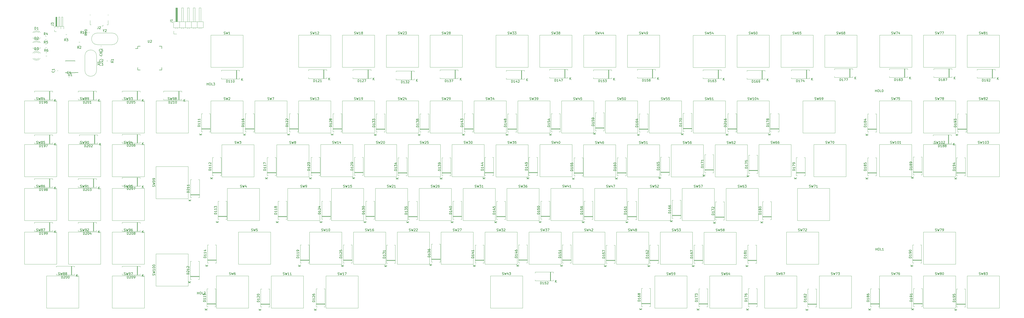
<source format=gbr>
G04 #@! TF.GenerationSoftware,KiCad,Pcbnew,(5.0.2)-1*
G04 #@! TF.CreationDate,2019-07-28T17:57:46-07:00*
G04 #@! TF.ProjectId,ODKB_Board,4f444b42-5f42-46f6-9172-642e6b696361,rev?*
G04 #@! TF.SameCoordinates,Original*
G04 #@! TF.FileFunction,Legend,Top*
G04 #@! TF.FilePolarity,Positive*
%FSLAX46Y46*%
G04 Gerber Fmt 4.6, Leading zero omitted, Abs format (unit mm)*
G04 Created by KiCad (PCBNEW (5.0.2)-1) date 7/28/2019 5:57:46 PM*
%MOMM*%
%LPD*%
G01*
G04 APERTURE LIST*
%ADD10C,0.120000*%
%ADD11C,0.150000*%
G04 APERTURE END LIST*
D10*
G04 #@! TO.C,SW98*
X325725000Y-292765000D02*
X325725000Y-278795000D01*
X339695000Y-292765000D02*
X325725000Y-292765000D01*
X339695000Y-278795000D02*
X339695000Y-292765000D01*
X325725000Y-278795000D02*
X339695000Y-278795000D01*
G04 #@! TO.C,SW89*
X287725000Y-292765000D02*
X287725000Y-278795000D01*
X301695000Y-292765000D02*
X287725000Y-292765000D01*
X301695000Y-278795000D02*
X301695000Y-292765000D01*
X287725000Y-278795000D02*
X301695000Y-278795000D01*
G04 #@! TO.C,Y2*
X306690000Y-254425000D02*
G75*
G03X306690000Y-249375000I0J2525000D01*
G01*
X300290000Y-254425000D02*
G75*
G02X300290000Y-249375000I0J2525000D01*
G01*
X300290000Y-254425000D02*
X306690000Y-254425000D01*
X300290000Y-249375000D02*
X306690000Y-249375000D01*
G04 #@! TO.C,D210*
X335700000Y-278420000D02*
X335700000Y-274580000D01*
X335460000Y-278420000D02*
X335460000Y-274580000D01*
X335580000Y-278420000D02*
X335580000Y-274580000D01*
X329000000Y-274580000D02*
X329000000Y-275060000D01*
X336840000Y-274580000D02*
X329000000Y-274580000D01*
X336840000Y-275060000D02*
X336840000Y-274580000D01*
X329000000Y-278420000D02*
X329000000Y-277940000D01*
X336840000Y-278420000D02*
X329000000Y-278420000D01*
X336840000Y-277940000D02*
X336840000Y-278420000D01*
G04 #@! TO.C,SW99*
X339665000Y-321275000D02*
X325695000Y-321275000D01*
X339665000Y-307305000D02*
X339665000Y-321275000D01*
X325695000Y-307305000D02*
X339665000Y-307305000D01*
X325695000Y-321275000D02*
X325695000Y-307305000D01*
D11*
G04 #@! TO.C,U2*
X317825000Y-256075000D02*
X316800000Y-256075000D01*
X328175000Y-255075000D02*
X327100000Y-255075000D01*
X328175000Y-265425000D02*
X327100000Y-265425000D01*
X317825000Y-265425000D02*
X318900000Y-265425000D01*
X317825000Y-255075000D02*
X318900000Y-255075000D01*
X317825000Y-265425000D02*
X317825000Y-264350000D01*
X328175000Y-265425000D02*
X328175000Y-264350000D01*
X328175000Y-255075000D02*
X328175000Y-256150000D01*
X317825000Y-255075000D02*
X317825000Y-256075000D01*
D10*
G04 #@! TO.C,R2*
X292696078Y-253290000D02*
X292178922Y-253290000D01*
X292696078Y-254710000D02*
X292178922Y-254710000D01*
G04 #@! TO.C,C1*
X283110000Y-265871267D02*
X283110000Y-265528733D01*
X282090000Y-265871267D02*
X282090000Y-265528733D01*
G04 #@! TO.C,J3*
X281740000Y-248760000D02*
X281740000Y-248000000D01*
X282500000Y-248760000D02*
X281740000Y-248760000D01*
X285300000Y-242440000D02*
X285300000Y-246440000D01*
X284780000Y-242440000D02*
X285300000Y-242440000D01*
X284780000Y-246440000D02*
X284780000Y-242440000D01*
X284389677Y-247560000D02*
X284420323Y-247560000D01*
X284405000Y-247560000D02*
X284405000Y-246440000D01*
X284030000Y-242440000D02*
X284030000Y-246440000D01*
X283510000Y-242440000D02*
X284030000Y-242440000D01*
X283510000Y-246440000D02*
X283510000Y-242440000D01*
X283135000Y-247240000D02*
X283135000Y-246440000D01*
X282660000Y-246440000D02*
X282660000Y-242440000D01*
X282540000Y-246440000D02*
X282540000Y-242440000D01*
X282420000Y-246440000D02*
X282420000Y-242440000D01*
X282300000Y-246440000D02*
X282300000Y-242440000D01*
X282760000Y-242440000D02*
X282760000Y-246440000D01*
X282240000Y-242440000D02*
X282760000Y-242440000D01*
X282240000Y-246440000D02*
X282240000Y-242440000D01*
X285735000Y-247560000D02*
X285659677Y-247560000D01*
X285735000Y-246440000D02*
X285735000Y-247560000D01*
X281805000Y-246440000D02*
X285735000Y-246440000D01*
X281805000Y-247240000D02*
X281805000Y-246440000D01*
G04 #@! TO.C,J2*
X302700000Y-246312500D02*
X302700000Y-245862500D01*
X302700000Y-246312500D02*
X302250000Y-246312500D01*
X297100000Y-245762500D02*
X297550000Y-245762500D01*
X297100000Y-243912500D02*
X297100000Y-245762500D01*
X304900000Y-241362500D02*
X304900000Y-241612500D01*
X297100000Y-241362500D02*
X297100000Y-241612500D01*
X304900000Y-243912500D02*
X304900000Y-245762500D01*
X304900000Y-245762500D02*
X304450000Y-245762500D01*
D11*
G04 #@! TO.C,U1*
X290575000Y-266525000D02*
X291975000Y-266525000D01*
X290575000Y-261425000D02*
X286425000Y-261425000D01*
X290575000Y-266575000D02*
X286425000Y-266575000D01*
X290575000Y-261425000D02*
X290575000Y-261570000D01*
X286425000Y-261425000D02*
X286425000Y-261570000D01*
X286425000Y-266575000D02*
X286425000Y-266430000D01*
X290575000Y-266575000D02*
X290575000Y-266525000D01*
D10*
G04 #@! TO.C,SW93*
X306725000Y-292765000D02*
X306725000Y-278795000D01*
X320695000Y-292765000D02*
X306725000Y-292765000D01*
X320695000Y-278795000D02*
X320695000Y-292765000D01*
X306725000Y-278795000D02*
X320695000Y-278795000D01*
G04 #@! TO.C,C2*
X302171267Y-259490000D02*
X301828733Y-259490000D01*
X302171267Y-260510000D02*
X301828733Y-260510000D01*
G04 #@! TO.C,C3*
X302096267Y-261090000D02*
X301753733Y-261090000D01*
X302096267Y-262110000D02*
X301753733Y-262110000D01*
G04 #@! TO.C,C4*
X287828733Y-268510000D02*
X288171267Y-268510000D01*
X287828733Y-267490000D02*
X288171267Y-267490000D01*
G04 #@! TO.C,C5*
X302046267Y-254990000D02*
X301703733Y-254990000D01*
X302046267Y-256010000D02*
X301703733Y-256010000D01*
G04 #@! TO.C,C6*
X302046267Y-256490000D02*
X301703733Y-256490000D01*
X302046267Y-257510000D02*
X301703733Y-257510000D01*
G04 #@! TO.C,D110*
X360700000Y-269320000D02*
X360700000Y-265480000D01*
X360460000Y-269320000D02*
X360460000Y-265480000D01*
X360580000Y-269320000D02*
X360580000Y-265480000D01*
X354000000Y-265480000D02*
X354000000Y-265960000D01*
X361840000Y-265480000D02*
X354000000Y-265480000D01*
X361840000Y-265960000D02*
X361840000Y-265480000D01*
X354000000Y-269320000D02*
X354000000Y-268840000D01*
X361840000Y-269320000D02*
X354000000Y-269320000D01*
X361840000Y-268840000D02*
X361840000Y-269320000D01*
G04 #@! TO.C,D111*
X345380000Y-291100000D02*
X349220000Y-291100000D01*
X345380000Y-290860000D02*
X349220000Y-290860000D01*
X345380000Y-290980000D02*
X349220000Y-290980000D01*
X349220000Y-284400000D02*
X348740000Y-284400000D01*
X349220000Y-292240000D02*
X349220000Y-284400000D01*
X348740000Y-292240000D02*
X349220000Y-292240000D01*
X345380000Y-284400000D02*
X345860000Y-284400000D01*
X345380000Y-292240000D02*
X345380000Y-284400000D01*
X345860000Y-292240000D02*
X345380000Y-292240000D01*
G04 #@! TO.C,D112*
X350120000Y-310110000D02*
X353960000Y-310110000D01*
X350120000Y-309870000D02*
X353960000Y-309870000D01*
X350120000Y-309990000D02*
X353960000Y-309990000D01*
X353960000Y-303410000D02*
X353480000Y-303410000D01*
X353960000Y-311250000D02*
X353960000Y-303410000D01*
X353480000Y-311250000D02*
X353960000Y-311250000D01*
X350120000Y-303410000D02*
X350600000Y-303410000D01*
X350120000Y-311250000D02*
X350120000Y-303410000D01*
X350600000Y-311250000D02*
X350120000Y-311250000D01*
G04 #@! TO.C,D113*
X352560000Y-329110000D02*
X356400000Y-329110000D01*
X352560000Y-328870000D02*
X356400000Y-328870000D01*
X352560000Y-328990000D02*
X356400000Y-328990000D01*
X356400000Y-322410000D02*
X355920000Y-322410000D01*
X356400000Y-330250000D02*
X356400000Y-322410000D01*
X355920000Y-330250000D02*
X356400000Y-330250000D01*
X352560000Y-322410000D02*
X353040000Y-322410000D01*
X352560000Y-330250000D02*
X352560000Y-322410000D01*
X353040000Y-330250000D02*
X352560000Y-330250000D01*
G04 #@! TO.C,D114*
X347990000Y-348070000D02*
X351830000Y-348070000D01*
X347990000Y-347830000D02*
X351830000Y-347830000D01*
X347990000Y-347950000D02*
X351830000Y-347950000D01*
X351830000Y-341370000D02*
X351350000Y-341370000D01*
X351830000Y-349210000D02*
X351830000Y-341370000D01*
X351350000Y-349210000D02*
X351830000Y-349210000D01*
X347990000Y-341370000D02*
X348470000Y-341370000D01*
X347990000Y-349210000D02*
X347990000Y-341370000D01*
X348470000Y-349210000D02*
X347990000Y-349210000D01*
G04 #@! TO.C,D115*
X347760000Y-367090000D02*
X351600000Y-367090000D01*
X347760000Y-366850000D02*
X351600000Y-366850000D01*
X347760000Y-366970000D02*
X351600000Y-366970000D01*
X351600000Y-360390000D02*
X351120000Y-360390000D01*
X351600000Y-368230000D02*
X351600000Y-360390000D01*
X351120000Y-368230000D02*
X351600000Y-368230000D01*
X347760000Y-360390000D02*
X348240000Y-360390000D01*
X347760000Y-368230000D02*
X347760000Y-360390000D01*
X348240000Y-368230000D02*
X347760000Y-368230000D01*
G04 #@! TO.C,D116*
X364390000Y-291110000D02*
X368230000Y-291110000D01*
X364390000Y-290870000D02*
X368230000Y-290870000D01*
X364390000Y-290990000D02*
X368230000Y-290990000D01*
X368230000Y-284410000D02*
X367750000Y-284410000D01*
X368230000Y-292250000D02*
X368230000Y-284410000D01*
X367750000Y-292250000D02*
X368230000Y-292250000D01*
X364390000Y-284410000D02*
X364870000Y-284410000D01*
X364390000Y-292250000D02*
X364390000Y-284410000D01*
X364870000Y-292250000D02*
X364390000Y-292250000D01*
G04 #@! TO.C,D117*
X373880000Y-310110000D02*
X377720000Y-310110000D01*
X373880000Y-309870000D02*
X377720000Y-309870000D01*
X373880000Y-309990000D02*
X377720000Y-309990000D01*
X377720000Y-303410000D02*
X377240000Y-303410000D01*
X377720000Y-311250000D02*
X377720000Y-303410000D01*
X377240000Y-311250000D02*
X377720000Y-311250000D01*
X373880000Y-303410000D02*
X374360000Y-303410000D01*
X373880000Y-311250000D02*
X373880000Y-303410000D01*
X374360000Y-311250000D02*
X373880000Y-311250000D01*
G04 #@! TO.C,D118*
X378590000Y-329150000D02*
X382430000Y-329150000D01*
X378590000Y-328910000D02*
X382430000Y-328910000D01*
X378590000Y-329030000D02*
X382430000Y-329030000D01*
X382430000Y-322450000D02*
X381950000Y-322450000D01*
X382430000Y-330290000D02*
X382430000Y-322450000D01*
X381950000Y-330290000D02*
X382430000Y-330290000D01*
X378590000Y-322450000D02*
X379070000Y-322450000D01*
X378590000Y-330290000D02*
X378590000Y-322450000D01*
X379070000Y-330290000D02*
X378590000Y-330290000D01*
G04 #@! TO.C,D119*
X388190000Y-348100000D02*
X392030000Y-348100000D01*
X388190000Y-347860000D02*
X392030000Y-347860000D01*
X388190000Y-347980000D02*
X392030000Y-347980000D01*
X392030000Y-341400000D02*
X391550000Y-341400000D01*
X392030000Y-349240000D02*
X392030000Y-341400000D01*
X391550000Y-349240000D02*
X392030000Y-349240000D01*
X388190000Y-341400000D02*
X388670000Y-341400000D01*
X388190000Y-349240000D02*
X388190000Y-341400000D01*
X388670000Y-349240000D02*
X388190000Y-349240000D01*
G04 #@! TO.C,D120*
X371080000Y-367200000D02*
X374920000Y-367200000D01*
X371080000Y-366960000D02*
X374920000Y-366960000D01*
X371080000Y-367080000D02*
X374920000Y-367080000D01*
X374920000Y-360500000D02*
X374440000Y-360500000D01*
X374920000Y-368340000D02*
X374920000Y-360500000D01*
X374440000Y-368340000D02*
X374920000Y-368340000D01*
X371080000Y-360500000D02*
X371560000Y-360500000D01*
X371080000Y-368340000D02*
X371080000Y-360500000D01*
X371560000Y-368340000D02*
X371080000Y-368340000D01*
G04 #@! TO.C,D121*
X398500000Y-269120000D02*
X398500000Y-265280000D01*
X398260000Y-269120000D02*
X398260000Y-265280000D01*
X398380000Y-269120000D02*
X398380000Y-265280000D01*
X391800000Y-265280000D02*
X391800000Y-265760000D01*
X399640000Y-265280000D02*
X391800000Y-265280000D01*
X399640000Y-265760000D02*
X399640000Y-265280000D01*
X391800000Y-269120000D02*
X391800000Y-268640000D01*
X399640000Y-269120000D02*
X391800000Y-269120000D01*
X399640000Y-268640000D02*
X399640000Y-269120000D01*
G04 #@! TO.C,D122*
X383480000Y-291100000D02*
X387320000Y-291100000D01*
X383480000Y-290860000D02*
X387320000Y-290860000D01*
X383480000Y-290980000D02*
X387320000Y-290980000D01*
X387320000Y-284400000D02*
X386840000Y-284400000D01*
X387320000Y-292240000D02*
X387320000Y-284400000D01*
X386840000Y-292240000D02*
X387320000Y-292240000D01*
X383480000Y-284400000D02*
X383960000Y-284400000D01*
X383480000Y-292240000D02*
X383480000Y-284400000D01*
X383960000Y-292240000D02*
X383480000Y-292240000D01*
G04 #@! TO.C,D123*
X392930000Y-310100000D02*
X396770000Y-310100000D01*
X392930000Y-309860000D02*
X396770000Y-309860000D01*
X392930000Y-309980000D02*
X396770000Y-309980000D01*
X396770000Y-303400000D02*
X396290000Y-303400000D01*
X396770000Y-311240000D02*
X396770000Y-303400000D01*
X396290000Y-311240000D02*
X396770000Y-311240000D01*
X392930000Y-303400000D02*
X393410000Y-303400000D01*
X392930000Y-311240000D02*
X392930000Y-303400000D01*
X393410000Y-311240000D02*
X392930000Y-311240000D01*
G04 #@! TO.C,D124*
X397530000Y-329100000D02*
X401370000Y-329100000D01*
X397530000Y-328860000D02*
X401370000Y-328860000D01*
X397530000Y-328980000D02*
X401370000Y-328980000D01*
X401370000Y-322400000D02*
X400890000Y-322400000D01*
X401370000Y-330240000D02*
X401370000Y-322400000D01*
X400890000Y-330240000D02*
X401370000Y-330240000D01*
X397530000Y-322400000D02*
X398010000Y-322400000D01*
X397530000Y-330240000D02*
X397530000Y-322400000D01*
X398010000Y-330240000D02*
X397530000Y-330240000D01*
G04 #@! TO.C,D125*
X406830000Y-348100000D02*
X410670000Y-348100000D01*
X406830000Y-347860000D02*
X410670000Y-347860000D01*
X406830000Y-347980000D02*
X410670000Y-347980000D01*
X410670000Y-341400000D02*
X410190000Y-341400000D01*
X410670000Y-349240000D02*
X410670000Y-341400000D01*
X410190000Y-349240000D02*
X410670000Y-349240000D01*
X406830000Y-341400000D02*
X407310000Y-341400000D01*
X406830000Y-349240000D02*
X406830000Y-341400000D01*
X407310000Y-349240000D02*
X406830000Y-349240000D01*
G04 #@! TO.C,D126*
X395080000Y-367150000D02*
X398920000Y-367150000D01*
X395080000Y-366910000D02*
X398920000Y-366910000D01*
X395080000Y-367030000D02*
X398920000Y-367030000D01*
X398920000Y-360450000D02*
X398440000Y-360450000D01*
X398920000Y-368290000D02*
X398920000Y-360450000D01*
X398440000Y-368290000D02*
X398920000Y-368290000D01*
X395080000Y-360450000D02*
X395560000Y-360450000D01*
X395080000Y-368290000D02*
X395080000Y-360450000D01*
X395560000Y-368290000D02*
X395080000Y-368290000D01*
G04 #@! TO.C,D127*
X417700000Y-269120000D02*
X417700000Y-265280000D01*
X417460000Y-269120000D02*
X417460000Y-265280000D01*
X417580000Y-269120000D02*
X417580000Y-265280000D01*
X411000000Y-265280000D02*
X411000000Y-265760000D01*
X418840000Y-265280000D02*
X411000000Y-265280000D01*
X418840000Y-265760000D02*
X418840000Y-265280000D01*
X411000000Y-269120000D02*
X411000000Y-268640000D01*
X418840000Y-269120000D02*
X411000000Y-269120000D01*
X418840000Y-268640000D02*
X418840000Y-269120000D01*
G04 #@! TO.C,D128*
X402380000Y-291100000D02*
X406220000Y-291100000D01*
X402380000Y-290860000D02*
X406220000Y-290860000D01*
X402380000Y-290980000D02*
X406220000Y-290980000D01*
X406220000Y-284400000D02*
X405740000Y-284400000D01*
X406220000Y-292240000D02*
X406220000Y-284400000D01*
X405740000Y-292240000D02*
X406220000Y-292240000D01*
X402380000Y-284400000D02*
X402860000Y-284400000D01*
X402380000Y-292240000D02*
X402380000Y-284400000D01*
X402860000Y-292240000D02*
X402380000Y-292240000D01*
G04 #@! TO.C,D129*
X411655000Y-310025000D02*
X415495000Y-310025000D01*
X411655000Y-309785000D02*
X415495000Y-309785000D01*
X411655000Y-309905000D02*
X415495000Y-309905000D01*
X415495000Y-303325000D02*
X415015000Y-303325000D01*
X415495000Y-311165000D02*
X415495000Y-303325000D01*
X415015000Y-311165000D02*
X415495000Y-311165000D01*
X411655000Y-303325000D02*
X412135000Y-303325000D01*
X411655000Y-311165000D02*
X411655000Y-303325000D01*
X412135000Y-311165000D02*
X411655000Y-311165000D01*
G04 #@! TO.C,D130*
X416605000Y-329100000D02*
X420445000Y-329100000D01*
X416605000Y-328860000D02*
X420445000Y-328860000D01*
X416605000Y-328980000D02*
X420445000Y-328980000D01*
X420445000Y-322400000D02*
X419965000Y-322400000D01*
X420445000Y-330240000D02*
X420445000Y-322400000D01*
X419965000Y-330240000D02*
X420445000Y-330240000D01*
X416605000Y-322400000D02*
X417085000Y-322400000D01*
X416605000Y-330240000D02*
X416605000Y-322400000D01*
X417085000Y-330240000D02*
X416605000Y-330240000D01*
G04 #@! TO.C,D131*
X425580000Y-348200000D02*
X429420000Y-348200000D01*
X425580000Y-347960000D02*
X429420000Y-347960000D01*
X425580000Y-348080000D02*
X429420000Y-348080000D01*
X429420000Y-341500000D02*
X428940000Y-341500000D01*
X429420000Y-349340000D02*
X429420000Y-341500000D01*
X428940000Y-349340000D02*
X429420000Y-349340000D01*
X425580000Y-341500000D02*
X426060000Y-341500000D01*
X425580000Y-349340000D02*
X425580000Y-341500000D01*
X426060000Y-349340000D02*
X425580000Y-349340000D01*
G04 #@! TO.C,D132*
X436450000Y-269670000D02*
X436450000Y-265830000D01*
X436210000Y-269670000D02*
X436210000Y-265830000D01*
X436330000Y-269670000D02*
X436330000Y-265830000D01*
X429750000Y-265830000D02*
X429750000Y-266310000D01*
X437590000Y-265830000D02*
X429750000Y-265830000D01*
X437590000Y-266310000D02*
X437590000Y-265830000D01*
X429750000Y-269670000D02*
X429750000Y-269190000D01*
X437590000Y-269670000D02*
X429750000Y-269670000D01*
X437590000Y-269190000D02*
X437590000Y-269670000D01*
G04 #@! TO.C,D133*
X421080000Y-291200000D02*
X424920000Y-291200000D01*
X421080000Y-290960000D02*
X424920000Y-290960000D01*
X421080000Y-291080000D02*
X424920000Y-291080000D01*
X424920000Y-284500000D02*
X424440000Y-284500000D01*
X424920000Y-292340000D02*
X424920000Y-284500000D01*
X424440000Y-292340000D02*
X424920000Y-292340000D01*
X421080000Y-284500000D02*
X421560000Y-284500000D01*
X421080000Y-292340000D02*
X421080000Y-284500000D01*
X421560000Y-292340000D02*
X421080000Y-292340000D01*
G04 #@! TO.C,D134*
X430580000Y-310200000D02*
X434420000Y-310200000D01*
X430580000Y-309960000D02*
X434420000Y-309960000D01*
X430580000Y-310080000D02*
X434420000Y-310080000D01*
X434420000Y-303500000D02*
X433940000Y-303500000D01*
X434420000Y-311340000D02*
X434420000Y-303500000D01*
X433940000Y-311340000D02*
X434420000Y-311340000D01*
X430580000Y-303500000D02*
X431060000Y-303500000D01*
X430580000Y-311340000D02*
X430580000Y-303500000D01*
X431060000Y-311340000D02*
X430580000Y-311340000D01*
G04 #@! TO.C,D135*
X435080000Y-329200000D02*
X438920000Y-329200000D01*
X435080000Y-328960000D02*
X438920000Y-328960000D01*
X435080000Y-329080000D02*
X438920000Y-329080000D01*
X438920000Y-322500000D02*
X438440000Y-322500000D01*
X438920000Y-330340000D02*
X438920000Y-322500000D01*
X438440000Y-330340000D02*
X438920000Y-330340000D01*
X435080000Y-322500000D02*
X435560000Y-322500000D01*
X435080000Y-330340000D02*
X435080000Y-322500000D01*
X435560000Y-330340000D02*
X435080000Y-330340000D01*
G04 #@! TO.C,D136*
X445080000Y-347700000D02*
X448920000Y-347700000D01*
X445080000Y-347460000D02*
X448920000Y-347460000D01*
X445080000Y-347580000D02*
X448920000Y-347580000D01*
X448920000Y-341000000D02*
X448440000Y-341000000D01*
X448920000Y-348840000D02*
X448920000Y-341000000D01*
X448440000Y-348840000D02*
X448920000Y-348840000D01*
X445080000Y-341000000D02*
X445560000Y-341000000D01*
X445080000Y-348840000D02*
X445080000Y-341000000D01*
X445560000Y-348840000D02*
X445080000Y-348840000D01*
G04 #@! TO.C,D137*
X455450000Y-269170000D02*
X455450000Y-265330000D01*
X455210000Y-269170000D02*
X455210000Y-265330000D01*
X455330000Y-269170000D02*
X455330000Y-265330000D01*
X448750000Y-265330000D02*
X448750000Y-265810000D01*
X456590000Y-265330000D02*
X448750000Y-265330000D01*
X456590000Y-265810000D02*
X456590000Y-265330000D01*
X448750000Y-269170000D02*
X448750000Y-268690000D01*
X456590000Y-269170000D02*
X448750000Y-269170000D01*
X456590000Y-268690000D02*
X456590000Y-269170000D01*
G04 #@! TO.C,D138*
X440080000Y-291200000D02*
X443920000Y-291200000D01*
X440080000Y-290960000D02*
X443920000Y-290960000D01*
X440080000Y-291080000D02*
X443920000Y-291080000D01*
X443920000Y-284500000D02*
X443440000Y-284500000D01*
X443920000Y-292340000D02*
X443920000Y-284500000D01*
X443440000Y-292340000D02*
X443920000Y-292340000D01*
X440080000Y-284500000D02*
X440560000Y-284500000D01*
X440080000Y-292340000D02*
X440080000Y-284500000D01*
X440560000Y-292340000D02*
X440080000Y-292340000D01*
G04 #@! TO.C,D139*
X449580000Y-310200000D02*
X453420000Y-310200000D01*
X449580000Y-309960000D02*
X453420000Y-309960000D01*
X449580000Y-310080000D02*
X453420000Y-310080000D01*
X453420000Y-303500000D02*
X452940000Y-303500000D01*
X453420000Y-311340000D02*
X453420000Y-303500000D01*
X452940000Y-311340000D02*
X453420000Y-311340000D01*
X449580000Y-303500000D02*
X450060000Y-303500000D01*
X449580000Y-311340000D02*
X449580000Y-303500000D01*
X450060000Y-311340000D02*
X449580000Y-311340000D01*
G04 #@! TO.C,D140*
X454355000Y-329125000D02*
X458195000Y-329125000D01*
X454355000Y-328885000D02*
X458195000Y-328885000D01*
X454355000Y-329005000D02*
X458195000Y-329005000D01*
X458195000Y-322425000D02*
X457715000Y-322425000D01*
X458195000Y-330265000D02*
X458195000Y-322425000D01*
X457715000Y-330265000D02*
X458195000Y-330265000D01*
X454355000Y-322425000D02*
X454835000Y-322425000D01*
X454355000Y-330265000D02*
X454355000Y-322425000D01*
X454835000Y-330265000D02*
X454355000Y-330265000D01*
G04 #@! TO.C,D141*
X463980000Y-348125000D02*
X467820000Y-348125000D01*
X463980000Y-347885000D02*
X467820000Y-347885000D01*
X463980000Y-348005000D02*
X467820000Y-348005000D01*
X467820000Y-341425000D02*
X467340000Y-341425000D01*
X467820000Y-349265000D02*
X467820000Y-341425000D01*
X467340000Y-349265000D02*
X467820000Y-349265000D01*
X463980000Y-341425000D02*
X464460000Y-341425000D01*
X463980000Y-349265000D02*
X463980000Y-341425000D01*
X464460000Y-349265000D02*
X463980000Y-349265000D01*
G04 #@! TO.C,D142*
X484200000Y-269420000D02*
X484200000Y-265580000D01*
X483960000Y-269420000D02*
X483960000Y-265580000D01*
X484080000Y-269420000D02*
X484080000Y-265580000D01*
X477500000Y-265580000D02*
X477500000Y-266060000D01*
X485340000Y-265580000D02*
X477500000Y-265580000D01*
X485340000Y-266060000D02*
X485340000Y-265580000D01*
X477500000Y-269420000D02*
X477500000Y-268940000D01*
X485340000Y-269420000D02*
X477500000Y-269420000D01*
X485340000Y-268940000D02*
X485340000Y-269420000D01*
G04 #@! TO.C,D143*
X459280000Y-291125000D02*
X463120000Y-291125000D01*
X459280000Y-290885000D02*
X463120000Y-290885000D01*
X459280000Y-291005000D02*
X463120000Y-291005000D01*
X463120000Y-284425000D02*
X462640000Y-284425000D01*
X463120000Y-292265000D02*
X463120000Y-284425000D01*
X462640000Y-292265000D02*
X463120000Y-292265000D01*
X459280000Y-284425000D02*
X459760000Y-284425000D01*
X459280000Y-292265000D02*
X459280000Y-284425000D01*
X459760000Y-292265000D02*
X459280000Y-292265000D01*
G04 #@! TO.C,D144*
X468130000Y-310100000D02*
X471970000Y-310100000D01*
X468130000Y-309860000D02*
X471970000Y-309860000D01*
X468130000Y-309980000D02*
X471970000Y-309980000D01*
X471970000Y-303400000D02*
X471490000Y-303400000D01*
X471970000Y-311240000D02*
X471970000Y-303400000D01*
X471490000Y-311240000D02*
X471970000Y-311240000D01*
X468130000Y-303400000D02*
X468610000Y-303400000D01*
X468130000Y-311240000D02*
X468130000Y-303400000D01*
X468610000Y-311240000D02*
X468130000Y-311240000D01*
G04 #@! TO.C,D145*
X473255000Y-329175000D02*
X477095000Y-329175000D01*
X473255000Y-328935000D02*
X477095000Y-328935000D01*
X473255000Y-329055000D02*
X477095000Y-329055000D01*
X477095000Y-322475000D02*
X476615000Y-322475000D01*
X477095000Y-330315000D02*
X477095000Y-322475000D01*
X476615000Y-330315000D02*
X477095000Y-330315000D01*
X473255000Y-322475000D02*
X473735000Y-322475000D01*
X473255000Y-330315000D02*
X473255000Y-322475000D01*
X473735000Y-330315000D02*
X473255000Y-330315000D01*
G04 #@! TO.C,D146*
X482805000Y-348050000D02*
X486645000Y-348050000D01*
X482805000Y-347810000D02*
X486645000Y-347810000D01*
X482805000Y-347930000D02*
X486645000Y-347930000D01*
X486645000Y-341350000D02*
X486165000Y-341350000D01*
X486645000Y-349190000D02*
X486645000Y-341350000D01*
X486165000Y-349190000D02*
X486645000Y-349190000D01*
X482805000Y-341350000D02*
X483285000Y-341350000D01*
X482805000Y-349190000D02*
X482805000Y-341350000D01*
X483285000Y-349190000D02*
X482805000Y-349190000D01*
G04 #@! TO.C,D147*
X502950000Y-268920000D02*
X502950000Y-265080000D01*
X502710000Y-268920000D02*
X502710000Y-265080000D01*
X502830000Y-268920000D02*
X502830000Y-265080000D01*
X496250000Y-265080000D02*
X496250000Y-265560000D01*
X504090000Y-265080000D02*
X496250000Y-265080000D01*
X504090000Y-265560000D02*
X504090000Y-265080000D01*
X496250000Y-268920000D02*
X496250000Y-268440000D01*
X504090000Y-268920000D02*
X496250000Y-268920000D01*
X504090000Y-268440000D02*
X504090000Y-268920000D01*
G04 #@! TO.C,D148*
X478105000Y-291175000D02*
X481945000Y-291175000D01*
X478105000Y-290935000D02*
X481945000Y-290935000D01*
X478105000Y-291055000D02*
X481945000Y-291055000D01*
X481945000Y-284475000D02*
X481465000Y-284475000D01*
X481945000Y-292315000D02*
X481945000Y-284475000D01*
X481465000Y-292315000D02*
X481945000Y-292315000D01*
X478105000Y-284475000D02*
X478585000Y-284475000D01*
X478105000Y-292315000D02*
X478105000Y-284475000D01*
X478585000Y-292315000D02*
X478105000Y-292315000D01*
G04 #@! TO.C,D149*
X487205000Y-310075000D02*
X491045000Y-310075000D01*
X487205000Y-309835000D02*
X491045000Y-309835000D01*
X487205000Y-309955000D02*
X491045000Y-309955000D01*
X491045000Y-303375000D02*
X490565000Y-303375000D01*
X491045000Y-311215000D02*
X491045000Y-303375000D01*
X490565000Y-311215000D02*
X491045000Y-311215000D01*
X487205000Y-303375000D02*
X487685000Y-303375000D01*
X487205000Y-311215000D02*
X487205000Y-303375000D01*
X487685000Y-311215000D02*
X487205000Y-311215000D01*
G04 #@! TO.C,D150*
X492480000Y-329075000D02*
X496320000Y-329075000D01*
X492480000Y-328835000D02*
X496320000Y-328835000D01*
X492480000Y-328955000D02*
X496320000Y-328955000D01*
X496320000Y-322375000D02*
X495840000Y-322375000D01*
X496320000Y-330215000D02*
X496320000Y-322375000D01*
X495840000Y-330215000D02*
X496320000Y-330215000D01*
X492480000Y-322375000D02*
X492960000Y-322375000D01*
X492480000Y-330215000D02*
X492480000Y-322375000D01*
X492960000Y-330215000D02*
X492480000Y-330215000D01*
G04 #@! TO.C,D151*
X501730000Y-348075000D02*
X505570000Y-348075000D01*
X501730000Y-347835000D02*
X505570000Y-347835000D01*
X501730000Y-347955000D02*
X505570000Y-347955000D01*
X505570000Y-341375000D02*
X505090000Y-341375000D01*
X505570000Y-349215000D02*
X505570000Y-341375000D01*
X505090000Y-349215000D02*
X505570000Y-349215000D01*
X501730000Y-341375000D02*
X502210000Y-341375000D01*
X501730000Y-349215000D02*
X501730000Y-341375000D01*
X502210000Y-349215000D02*
X501730000Y-349215000D01*
G04 #@! TO.C,D152*
X496725000Y-356970000D02*
X496725000Y-353130000D01*
X496485000Y-356970000D02*
X496485000Y-353130000D01*
X496605000Y-356970000D02*
X496605000Y-353130000D01*
X490025000Y-353130000D02*
X490025000Y-353610000D01*
X497865000Y-353130000D02*
X490025000Y-353130000D01*
X497865000Y-353610000D02*
X497865000Y-353130000D01*
X490025000Y-356970000D02*
X490025000Y-356490000D01*
X497865000Y-356970000D02*
X490025000Y-356970000D01*
X497865000Y-356490000D02*
X497865000Y-356970000D01*
G04 #@! TO.C,D153*
X521950000Y-269170000D02*
X521950000Y-265330000D01*
X521710000Y-269170000D02*
X521710000Y-265330000D01*
X521830000Y-269170000D02*
X521830000Y-265330000D01*
X515250000Y-265330000D02*
X515250000Y-265810000D01*
X523090000Y-265330000D02*
X515250000Y-265330000D01*
X523090000Y-265810000D02*
X523090000Y-265330000D01*
X515250000Y-269170000D02*
X515250000Y-268690000D01*
X523090000Y-269170000D02*
X515250000Y-269170000D01*
X523090000Y-268690000D02*
X523090000Y-269170000D01*
G04 #@! TO.C,D154*
X496980000Y-291125000D02*
X500820000Y-291125000D01*
X496980000Y-290885000D02*
X500820000Y-290885000D01*
X496980000Y-291005000D02*
X500820000Y-291005000D01*
X500820000Y-284425000D02*
X500340000Y-284425000D01*
X500820000Y-292265000D02*
X500820000Y-284425000D01*
X500340000Y-292265000D02*
X500820000Y-292265000D01*
X496980000Y-284425000D02*
X497460000Y-284425000D01*
X496980000Y-292265000D02*
X496980000Y-284425000D01*
X497460000Y-292265000D02*
X496980000Y-292265000D01*
G04 #@! TO.C,D155*
X506880000Y-310250000D02*
X510720000Y-310250000D01*
X506880000Y-310010000D02*
X510720000Y-310010000D01*
X506880000Y-310130000D02*
X510720000Y-310130000D01*
X510720000Y-303550000D02*
X510240000Y-303550000D01*
X510720000Y-311390000D02*
X510720000Y-303550000D01*
X510240000Y-311390000D02*
X510720000Y-311390000D01*
X506880000Y-303550000D02*
X507360000Y-303550000D01*
X506880000Y-311390000D02*
X506880000Y-303550000D01*
X507360000Y-311390000D02*
X506880000Y-311390000D01*
G04 #@! TO.C,D156*
X511155000Y-329150000D02*
X514995000Y-329150000D01*
X511155000Y-328910000D02*
X514995000Y-328910000D01*
X511155000Y-329030000D02*
X514995000Y-329030000D01*
X514995000Y-322450000D02*
X514515000Y-322450000D01*
X514995000Y-330290000D02*
X514995000Y-322450000D01*
X514515000Y-330290000D02*
X514995000Y-330290000D01*
X511155000Y-322450000D02*
X511635000Y-322450000D01*
X511155000Y-330290000D02*
X511155000Y-322450000D01*
X511635000Y-330290000D02*
X511155000Y-330290000D01*
G04 #@! TO.C,D157*
X520755000Y-348225000D02*
X524595000Y-348225000D01*
X520755000Y-347985000D02*
X524595000Y-347985000D01*
X520755000Y-348105000D02*
X524595000Y-348105000D01*
X524595000Y-341525000D02*
X524115000Y-341525000D01*
X524595000Y-349365000D02*
X524595000Y-341525000D01*
X524115000Y-349365000D02*
X524595000Y-349365000D01*
X520755000Y-341525000D02*
X521235000Y-341525000D01*
X520755000Y-349365000D02*
X520755000Y-341525000D01*
X521235000Y-349365000D02*
X520755000Y-349365000D01*
G04 #@! TO.C,D158*
X540950000Y-268920000D02*
X540950000Y-265080000D01*
X540710000Y-268920000D02*
X540710000Y-265080000D01*
X540830000Y-268920000D02*
X540830000Y-265080000D01*
X534250000Y-265080000D02*
X534250000Y-265560000D01*
X542090000Y-265080000D02*
X534250000Y-265080000D01*
X542090000Y-265560000D02*
X542090000Y-265080000D01*
X534250000Y-268920000D02*
X534250000Y-268440000D01*
X542090000Y-268920000D02*
X534250000Y-268920000D01*
X542090000Y-268440000D02*
X542090000Y-268920000D01*
G04 #@! TO.C,D159*
X516080000Y-290700000D02*
X519920000Y-290700000D01*
X516080000Y-290460000D02*
X519920000Y-290460000D01*
X516080000Y-290580000D02*
X519920000Y-290580000D01*
X519920000Y-284000000D02*
X519440000Y-284000000D01*
X519920000Y-291840000D02*
X519920000Y-284000000D01*
X519440000Y-291840000D02*
X519920000Y-291840000D01*
X516080000Y-284000000D02*
X516560000Y-284000000D01*
X516080000Y-291840000D02*
X516080000Y-284000000D01*
X516560000Y-291840000D02*
X516080000Y-291840000D01*
G04 #@! TO.C,D160*
X525580000Y-310200000D02*
X529420000Y-310200000D01*
X525580000Y-309960000D02*
X529420000Y-309960000D01*
X525580000Y-310080000D02*
X529420000Y-310080000D01*
X529420000Y-303500000D02*
X528940000Y-303500000D01*
X529420000Y-311340000D02*
X529420000Y-303500000D01*
X528940000Y-311340000D02*
X529420000Y-311340000D01*
X525580000Y-303500000D02*
X526060000Y-303500000D01*
X525580000Y-311340000D02*
X525580000Y-303500000D01*
X526060000Y-311340000D02*
X525580000Y-311340000D01*
G04 #@! TO.C,D161*
X530080000Y-329200000D02*
X533920000Y-329200000D01*
X530080000Y-328960000D02*
X533920000Y-328960000D01*
X530080000Y-329080000D02*
X533920000Y-329080000D01*
X533920000Y-322500000D02*
X533440000Y-322500000D01*
X533920000Y-330340000D02*
X533920000Y-322500000D01*
X533440000Y-330340000D02*
X533920000Y-330340000D01*
X530080000Y-322500000D02*
X530560000Y-322500000D01*
X530080000Y-330340000D02*
X530080000Y-322500000D01*
X530560000Y-330340000D02*
X530080000Y-330340000D01*
G04 #@! TO.C,D162*
X539580000Y-348200000D02*
X543420000Y-348200000D01*
X539580000Y-347960000D02*
X543420000Y-347960000D01*
X539580000Y-348080000D02*
X543420000Y-348080000D01*
X543420000Y-341500000D02*
X542940000Y-341500000D01*
X543420000Y-349340000D02*
X543420000Y-341500000D01*
X542940000Y-349340000D02*
X543420000Y-349340000D01*
X539580000Y-341500000D02*
X540060000Y-341500000D01*
X539580000Y-349340000D02*
X539580000Y-341500000D01*
X540060000Y-349340000D02*
X539580000Y-349340000D01*
G04 #@! TO.C,D163*
X569450000Y-269170000D02*
X569450000Y-265330000D01*
X569210000Y-269170000D02*
X569210000Y-265330000D01*
X569330000Y-269170000D02*
X569330000Y-265330000D01*
X562750000Y-265330000D02*
X562750000Y-265810000D01*
X570590000Y-265330000D02*
X562750000Y-265330000D01*
X570590000Y-265810000D02*
X570590000Y-265330000D01*
X562750000Y-269170000D02*
X562750000Y-268690000D01*
X570590000Y-269170000D02*
X562750000Y-269170000D01*
X570590000Y-268690000D02*
X570590000Y-269170000D01*
G04 #@! TO.C,D164*
X535080000Y-291200000D02*
X538920000Y-291200000D01*
X535080000Y-290960000D02*
X538920000Y-290960000D01*
X535080000Y-291080000D02*
X538920000Y-291080000D01*
X538920000Y-284500000D02*
X538440000Y-284500000D01*
X538920000Y-292340000D02*
X538920000Y-284500000D01*
X538440000Y-292340000D02*
X538920000Y-292340000D01*
X535080000Y-284500000D02*
X535560000Y-284500000D01*
X535080000Y-292340000D02*
X535080000Y-284500000D01*
X535560000Y-292340000D02*
X535080000Y-292340000D01*
G04 #@! TO.C,D165*
X544330000Y-309950000D02*
X548170000Y-309950000D01*
X544330000Y-309710000D02*
X548170000Y-309710000D01*
X544330000Y-309830000D02*
X548170000Y-309830000D01*
X548170000Y-303250000D02*
X547690000Y-303250000D01*
X548170000Y-311090000D02*
X548170000Y-303250000D01*
X547690000Y-311090000D02*
X548170000Y-311090000D01*
X544330000Y-303250000D02*
X544810000Y-303250000D01*
X544330000Y-311090000D02*
X544330000Y-303250000D01*
X544810000Y-311090000D02*
X544330000Y-311090000D01*
G04 #@! TO.C,D166*
X549330000Y-328700000D02*
X553170000Y-328700000D01*
X549330000Y-328460000D02*
X553170000Y-328460000D01*
X549330000Y-328580000D02*
X553170000Y-328580000D01*
X553170000Y-322000000D02*
X552690000Y-322000000D01*
X553170000Y-329840000D02*
X553170000Y-322000000D01*
X552690000Y-329840000D02*
X553170000Y-329840000D01*
X549330000Y-322000000D02*
X549810000Y-322000000D01*
X549330000Y-329840000D02*
X549330000Y-322000000D01*
X549810000Y-329840000D02*
X549330000Y-329840000D01*
G04 #@! TO.C,D167*
X558830000Y-348200000D02*
X562670000Y-348200000D01*
X558830000Y-347960000D02*
X562670000Y-347960000D01*
X558830000Y-348080000D02*
X562670000Y-348080000D01*
X562670000Y-341500000D02*
X562190000Y-341500000D01*
X562670000Y-349340000D02*
X562670000Y-341500000D01*
X562190000Y-349340000D02*
X562670000Y-349340000D01*
X558830000Y-341500000D02*
X559310000Y-341500000D01*
X558830000Y-349340000D02*
X558830000Y-341500000D01*
X559310000Y-349340000D02*
X558830000Y-349340000D01*
G04 #@! TO.C,D168*
X536080000Y-366950000D02*
X539920000Y-366950000D01*
X536080000Y-366710000D02*
X539920000Y-366710000D01*
X536080000Y-366830000D02*
X539920000Y-366830000D01*
X539920000Y-360250000D02*
X539440000Y-360250000D01*
X539920000Y-368090000D02*
X539920000Y-360250000D01*
X539440000Y-368090000D02*
X539920000Y-368090000D01*
X536080000Y-360250000D02*
X536560000Y-360250000D01*
X536080000Y-368090000D02*
X536080000Y-360250000D01*
X536560000Y-368090000D02*
X536080000Y-368090000D01*
G04 #@! TO.C,D169*
X588450000Y-269420000D02*
X588450000Y-265580000D01*
X588210000Y-269420000D02*
X588210000Y-265580000D01*
X588330000Y-269420000D02*
X588330000Y-265580000D01*
X581750000Y-265580000D02*
X581750000Y-266060000D01*
X589590000Y-265580000D02*
X581750000Y-265580000D01*
X589590000Y-266060000D02*
X589590000Y-265580000D01*
X581750000Y-269420000D02*
X581750000Y-268940000D01*
X589590000Y-269420000D02*
X581750000Y-269420000D01*
X589590000Y-268940000D02*
X589590000Y-269420000D01*
G04 #@! TO.C,D170*
X554080000Y-290950000D02*
X557920000Y-290950000D01*
X554080000Y-290710000D02*
X557920000Y-290710000D01*
X554080000Y-290830000D02*
X557920000Y-290830000D01*
X557920000Y-284250000D02*
X557440000Y-284250000D01*
X557920000Y-292090000D02*
X557920000Y-284250000D01*
X557440000Y-292090000D02*
X557920000Y-292090000D01*
X554080000Y-284250000D02*
X554560000Y-284250000D01*
X554080000Y-292090000D02*
X554080000Y-284250000D01*
X554560000Y-292090000D02*
X554080000Y-292090000D01*
G04 #@! TO.C,D171*
X563480000Y-308900000D02*
X567320000Y-308900000D01*
X563480000Y-308660000D02*
X567320000Y-308660000D01*
X563480000Y-308780000D02*
X567320000Y-308780000D01*
X567320000Y-302200000D02*
X566840000Y-302200000D01*
X567320000Y-310040000D02*
X567320000Y-302200000D01*
X566840000Y-310040000D02*
X567320000Y-310040000D01*
X563480000Y-302200000D02*
X563960000Y-302200000D01*
X563480000Y-310040000D02*
X563480000Y-302200000D01*
X563960000Y-310040000D02*
X563480000Y-310040000D01*
G04 #@! TO.C,D172*
X568080000Y-329400000D02*
X571920000Y-329400000D01*
X568080000Y-329160000D02*
X571920000Y-329160000D01*
X568080000Y-329280000D02*
X571920000Y-329280000D01*
X571920000Y-322700000D02*
X571440000Y-322700000D01*
X571920000Y-330540000D02*
X571920000Y-322700000D01*
X571440000Y-330540000D02*
X571920000Y-330540000D01*
X568080000Y-322700000D02*
X568560000Y-322700000D01*
X568080000Y-330540000D02*
X568080000Y-322700000D01*
X568560000Y-330540000D02*
X568080000Y-330540000D01*
G04 #@! TO.C,D173*
X560930000Y-367100000D02*
X564770000Y-367100000D01*
X560930000Y-366860000D02*
X564770000Y-366860000D01*
X560930000Y-366980000D02*
X564770000Y-366980000D01*
X564770000Y-360400000D02*
X564290000Y-360400000D01*
X564770000Y-368240000D02*
X564770000Y-360400000D01*
X564290000Y-368240000D02*
X564770000Y-368240000D01*
X560930000Y-360400000D02*
X561410000Y-360400000D01*
X560930000Y-368240000D02*
X560930000Y-360400000D01*
X561410000Y-368240000D02*
X560930000Y-368240000D01*
G04 #@! TO.C,D174*
X607700000Y-269170000D02*
X607700000Y-265330000D01*
X607460000Y-269170000D02*
X607460000Y-265330000D01*
X607580000Y-269170000D02*
X607580000Y-265330000D01*
X601000000Y-265330000D02*
X601000000Y-265810000D01*
X608840000Y-265330000D02*
X601000000Y-265330000D01*
X608840000Y-265810000D02*
X608840000Y-265330000D01*
X601000000Y-269170000D02*
X601000000Y-268690000D01*
X608840000Y-269170000D02*
X601000000Y-269170000D01*
X608840000Y-268690000D02*
X608840000Y-269170000D01*
G04 #@! TO.C,D175*
X582580000Y-309150000D02*
X586420000Y-309150000D01*
X582580000Y-308910000D02*
X586420000Y-308910000D01*
X582580000Y-309030000D02*
X586420000Y-309030000D01*
X586420000Y-302450000D02*
X585940000Y-302450000D01*
X586420000Y-310290000D02*
X586420000Y-302450000D01*
X585940000Y-310290000D02*
X586420000Y-310290000D01*
X582580000Y-302450000D02*
X583060000Y-302450000D01*
X582580000Y-310290000D02*
X582580000Y-302450000D01*
X583060000Y-310290000D02*
X582580000Y-310290000D01*
G04 #@! TO.C,D176*
X582380000Y-367050000D02*
X586220000Y-367050000D01*
X582380000Y-366810000D02*
X586220000Y-366810000D01*
X582380000Y-366930000D02*
X586220000Y-366930000D01*
X586220000Y-360350000D02*
X585740000Y-360350000D01*
X586220000Y-368190000D02*
X586220000Y-360350000D01*
X585740000Y-368190000D02*
X586220000Y-368190000D01*
X582380000Y-360350000D02*
X582860000Y-360350000D01*
X582380000Y-368190000D02*
X582380000Y-360350000D01*
X582860000Y-368190000D02*
X582380000Y-368190000D01*
G04 #@! TO.C,D177*
X626450000Y-268670000D02*
X626450000Y-264830000D01*
X626210000Y-268670000D02*
X626210000Y-264830000D01*
X626330000Y-268670000D02*
X626330000Y-264830000D01*
X619750000Y-264830000D02*
X619750000Y-265310000D01*
X627590000Y-264830000D02*
X619750000Y-264830000D01*
X627590000Y-265310000D02*
X627590000Y-264830000D01*
X619750000Y-268670000D02*
X619750000Y-268190000D01*
X627590000Y-268670000D02*
X619750000Y-268670000D01*
X627590000Y-268190000D02*
X627590000Y-268670000D01*
G04 #@! TO.C,D178*
X591830000Y-291100000D02*
X595670000Y-291100000D01*
X591830000Y-290860000D02*
X595670000Y-290860000D01*
X591830000Y-290980000D02*
X595670000Y-290980000D01*
X595670000Y-284400000D02*
X595190000Y-284400000D01*
X595670000Y-292240000D02*
X595670000Y-284400000D01*
X595190000Y-292240000D02*
X595670000Y-292240000D01*
X591830000Y-284400000D02*
X592310000Y-284400000D01*
X591830000Y-292240000D02*
X591830000Y-284400000D01*
X592310000Y-292240000D02*
X591830000Y-292240000D01*
G04 #@! TO.C,D179*
X603130000Y-310150000D02*
X606970000Y-310150000D01*
X603130000Y-309910000D02*
X606970000Y-309910000D01*
X603130000Y-310030000D02*
X606970000Y-310030000D01*
X606970000Y-303450000D02*
X606490000Y-303450000D01*
X606970000Y-311290000D02*
X606970000Y-303450000D01*
X606490000Y-311290000D02*
X606970000Y-311290000D01*
X603130000Y-303450000D02*
X603610000Y-303450000D01*
X603130000Y-311290000D02*
X603130000Y-303450000D01*
X603610000Y-311290000D02*
X603130000Y-311290000D01*
G04 #@! TO.C,D180*
X588530000Y-329250000D02*
X592370000Y-329250000D01*
X588530000Y-329010000D02*
X592370000Y-329010000D01*
X588530000Y-329130000D02*
X592370000Y-329130000D01*
X592370000Y-322550000D02*
X591890000Y-322550000D01*
X592370000Y-330390000D02*
X592370000Y-322550000D01*
X591890000Y-330390000D02*
X592370000Y-330390000D01*
X588530000Y-322550000D02*
X589010000Y-322550000D01*
X588530000Y-330390000D02*
X588530000Y-322550000D01*
X589010000Y-330390000D02*
X588530000Y-330390000D01*
G04 #@! TO.C,D181*
X582080000Y-348200000D02*
X585920000Y-348200000D01*
X582080000Y-347960000D02*
X585920000Y-347960000D01*
X582080000Y-348080000D02*
X585920000Y-348080000D01*
X585920000Y-341500000D02*
X585440000Y-341500000D01*
X585920000Y-349340000D02*
X585920000Y-341500000D01*
X585440000Y-349340000D02*
X585920000Y-349340000D01*
X582080000Y-341500000D02*
X582560000Y-341500000D01*
X582080000Y-349340000D02*
X582080000Y-341500000D01*
X582560000Y-349340000D02*
X582080000Y-349340000D01*
G04 #@! TO.C,D182*
X608080000Y-367200000D02*
X611920000Y-367200000D01*
X608080000Y-366960000D02*
X611920000Y-366960000D01*
X608080000Y-367080000D02*
X611920000Y-367080000D01*
X611920000Y-360500000D02*
X611440000Y-360500000D01*
X611920000Y-368340000D02*
X611920000Y-360500000D01*
X611440000Y-368340000D02*
X611920000Y-368340000D01*
X608080000Y-360500000D02*
X608560000Y-360500000D01*
X608080000Y-368340000D02*
X608080000Y-360500000D01*
X608560000Y-368340000D02*
X608080000Y-368340000D01*
G04 #@! TO.C,D183*
X650200000Y-268670000D02*
X650200000Y-264830000D01*
X649960000Y-268670000D02*
X649960000Y-264830000D01*
X650080000Y-268670000D02*
X650080000Y-264830000D01*
X643500000Y-264830000D02*
X643500000Y-265310000D01*
X651340000Y-264830000D02*
X643500000Y-264830000D01*
X651340000Y-265310000D02*
X651340000Y-264830000D01*
X643500000Y-268670000D02*
X643500000Y-268190000D01*
X651340000Y-268670000D02*
X643500000Y-268670000D01*
X651340000Y-268190000D02*
X651340000Y-268670000D01*
G04 #@! TO.C,D184*
X634080000Y-291200000D02*
X637920000Y-291200000D01*
X634080000Y-290960000D02*
X637920000Y-290960000D01*
X634080000Y-291080000D02*
X637920000Y-291080000D01*
X637920000Y-284500000D02*
X637440000Y-284500000D01*
X637920000Y-292340000D02*
X637920000Y-284500000D01*
X637440000Y-292340000D02*
X637920000Y-292340000D01*
X634080000Y-284500000D02*
X634560000Y-284500000D01*
X634080000Y-292340000D02*
X634080000Y-284500000D01*
X634560000Y-292340000D02*
X634080000Y-292340000D01*
G04 #@! TO.C,D185*
X634080000Y-310200000D02*
X637920000Y-310200000D01*
X634080000Y-309960000D02*
X637920000Y-309960000D01*
X634080000Y-310080000D02*
X637920000Y-310080000D01*
X637920000Y-303500000D02*
X637440000Y-303500000D01*
X637920000Y-311340000D02*
X637920000Y-303500000D01*
X637440000Y-311340000D02*
X637920000Y-311340000D01*
X634080000Y-303500000D02*
X634560000Y-303500000D01*
X634080000Y-311340000D02*
X634080000Y-303500000D01*
X634560000Y-311340000D02*
X634080000Y-311340000D01*
G04 #@! TO.C,D186*
X635280000Y-367100000D02*
X639120000Y-367100000D01*
X635280000Y-366860000D02*
X639120000Y-366860000D01*
X635280000Y-366980000D02*
X639120000Y-366980000D01*
X639120000Y-360400000D02*
X638640000Y-360400000D01*
X639120000Y-368240000D02*
X639120000Y-360400000D01*
X638640000Y-368240000D02*
X639120000Y-368240000D01*
X635280000Y-360400000D02*
X635760000Y-360400000D01*
X635280000Y-368240000D02*
X635280000Y-360400000D01*
X635760000Y-368240000D02*
X635280000Y-368240000D01*
G04 #@! TO.C,D187*
X669450000Y-268670000D02*
X669450000Y-264830000D01*
X669210000Y-268670000D02*
X669210000Y-264830000D01*
X669330000Y-268670000D02*
X669330000Y-264830000D01*
X662750000Y-264830000D02*
X662750000Y-265310000D01*
X670590000Y-264830000D02*
X662750000Y-264830000D01*
X670590000Y-265310000D02*
X670590000Y-264830000D01*
X662750000Y-268670000D02*
X662750000Y-268190000D01*
X670590000Y-268670000D02*
X662750000Y-268670000D01*
X670590000Y-268190000D02*
X670590000Y-268670000D01*
G04 #@! TO.C,D188*
X669200000Y-297420000D02*
X669200000Y-293580000D01*
X668960000Y-297420000D02*
X668960000Y-293580000D01*
X669080000Y-297420000D02*
X669080000Y-293580000D01*
X662500000Y-293580000D02*
X662500000Y-294060000D01*
X670340000Y-293580000D02*
X662500000Y-293580000D01*
X670340000Y-294060000D02*
X670340000Y-293580000D01*
X662500000Y-297420000D02*
X662500000Y-296940000D01*
X670340000Y-297420000D02*
X662500000Y-297420000D01*
X670340000Y-296940000D02*
X670340000Y-297420000D01*
G04 #@! TO.C,D189*
X653830000Y-309850000D02*
X657670000Y-309850000D01*
X653830000Y-309610000D02*
X657670000Y-309610000D01*
X653830000Y-309730000D02*
X657670000Y-309730000D01*
X657670000Y-303150000D02*
X657190000Y-303150000D01*
X657670000Y-310990000D02*
X657670000Y-303150000D01*
X657190000Y-310990000D02*
X657670000Y-310990000D01*
X653830000Y-303150000D02*
X654310000Y-303150000D01*
X653830000Y-310990000D02*
X653830000Y-303150000D01*
X654310000Y-310990000D02*
X653830000Y-310990000D01*
G04 #@! TO.C,D190*
X653580000Y-348100000D02*
X657420000Y-348100000D01*
X653580000Y-347860000D02*
X657420000Y-347860000D01*
X653580000Y-347980000D02*
X657420000Y-347980000D01*
X657420000Y-341400000D02*
X656940000Y-341400000D01*
X657420000Y-349240000D02*
X657420000Y-341400000D01*
X656940000Y-349240000D02*
X657420000Y-349240000D01*
X653580000Y-341400000D02*
X654060000Y-341400000D01*
X653580000Y-349240000D02*
X653580000Y-341400000D01*
X654060000Y-349240000D02*
X653580000Y-349240000D01*
G04 #@! TO.C,D191*
X653930000Y-367000000D02*
X657770000Y-367000000D01*
X653930000Y-366760000D02*
X657770000Y-366760000D01*
X653930000Y-366880000D02*
X657770000Y-366880000D01*
X657770000Y-360300000D02*
X657290000Y-360300000D01*
X657770000Y-368140000D02*
X657770000Y-360300000D01*
X657290000Y-368140000D02*
X657770000Y-368140000D01*
X653930000Y-360300000D02*
X654410000Y-360300000D01*
X653930000Y-368140000D02*
X653930000Y-360300000D01*
X654410000Y-368140000D02*
X653930000Y-368140000D01*
G04 #@! TO.C,D192*
X688200000Y-268920000D02*
X688200000Y-265080000D01*
X687960000Y-268920000D02*
X687960000Y-265080000D01*
X688080000Y-268920000D02*
X688080000Y-265080000D01*
X681500000Y-265080000D02*
X681500000Y-265560000D01*
X689340000Y-265080000D02*
X681500000Y-265080000D01*
X689340000Y-265560000D02*
X689340000Y-265080000D01*
X681500000Y-268920000D02*
X681500000Y-268440000D01*
X689340000Y-268920000D02*
X681500000Y-268920000D01*
X689340000Y-268440000D02*
X689340000Y-268920000D01*
G04 #@! TO.C,D193*
X673080000Y-291200000D02*
X676920000Y-291200000D01*
X673080000Y-290960000D02*
X676920000Y-290960000D01*
X673080000Y-291080000D02*
X676920000Y-291080000D01*
X676920000Y-284500000D02*
X676440000Y-284500000D01*
X676920000Y-292340000D02*
X676920000Y-284500000D01*
X676440000Y-292340000D02*
X676920000Y-292340000D01*
X673080000Y-284500000D02*
X673560000Y-284500000D01*
X673080000Y-292340000D02*
X673080000Y-284500000D01*
X673560000Y-292340000D02*
X673080000Y-292340000D01*
G04 #@! TO.C,D194*
X672580000Y-310200000D02*
X676420000Y-310200000D01*
X672580000Y-309960000D02*
X676420000Y-309960000D01*
X672580000Y-310080000D02*
X676420000Y-310080000D01*
X676420000Y-303500000D02*
X675940000Y-303500000D01*
X676420000Y-311340000D02*
X676420000Y-303500000D01*
X675940000Y-311340000D02*
X676420000Y-311340000D01*
X672580000Y-303500000D02*
X673060000Y-303500000D01*
X672580000Y-311340000D02*
X672580000Y-303500000D01*
X673060000Y-311340000D02*
X672580000Y-311340000D01*
G04 #@! TO.C,D195*
X672580000Y-367200000D02*
X676420000Y-367200000D01*
X672580000Y-366960000D02*
X676420000Y-366960000D01*
X672580000Y-367080000D02*
X676420000Y-367080000D01*
X676420000Y-360500000D02*
X675940000Y-360500000D01*
X676420000Y-368340000D02*
X676420000Y-360500000D01*
X675940000Y-368340000D02*
X676420000Y-368340000D01*
X672580000Y-360500000D02*
X673060000Y-360500000D01*
X672580000Y-368340000D02*
X672580000Y-360500000D01*
X673060000Y-368340000D02*
X672580000Y-368340000D01*
G04 #@! TO.C,D196*
X279700000Y-278420000D02*
X279700000Y-274580000D01*
X279460000Y-278420000D02*
X279460000Y-274580000D01*
X279580000Y-278420000D02*
X279580000Y-274580000D01*
X273000000Y-274580000D02*
X273000000Y-275060000D01*
X280840000Y-274580000D02*
X273000000Y-274580000D01*
X280840000Y-275060000D02*
X280840000Y-274580000D01*
X273000000Y-278420000D02*
X273000000Y-277940000D01*
X280840000Y-278420000D02*
X273000000Y-278420000D01*
X280840000Y-277940000D02*
X280840000Y-278420000D01*
G04 #@! TO.C,D197*
X279700000Y-297420000D02*
X279700000Y-293580000D01*
X279460000Y-297420000D02*
X279460000Y-293580000D01*
X279580000Y-297420000D02*
X279580000Y-293580000D01*
X273000000Y-293580000D02*
X273000000Y-294060000D01*
X280840000Y-293580000D02*
X273000000Y-293580000D01*
X280840000Y-294060000D02*
X280840000Y-293580000D01*
X273000000Y-297420000D02*
X273000000Y-296940000D01*
X280840000Y-297420000D02*
X273000000Y-297420000D01*
X280840000Y-296940000D02*
X280840000Y-297420000D01*
G04 #@! TO.C,D198*
X279700000Y-316420000D02*
X279700000Y-312580000D01*
X279460000Y-316420000D02*
X279460000Y-312580000D01*
X279580000Y-316420000D02*
X279580000Y-312580000D01*
X273000000Y-312580000D02*
X273000000Y-313060000D01*
X280840000Y-312580000D02*
X273000000Y-312580000D01*
X280840000Y-313060000D02*
X280840000Y-312580000D01*
X273000000Y-316420000D02*
X273000000Y-315940000D01*
X280840000Y-316420000D02*
X273000000Y-316420000D01*
X280840000Y-315940000D02*
X280840000Y-316420000D01*
G04 #@! TO.C,D199*
X279700000Y-335420000D02*
X279700000Y-331580000D01*
X279460000Y-335420000D02*
X279460000Y-331580000D01*
X279580000Y-335420000D02*
X279580000Y-331580000D01*
X273000000Y-331580000D02*
X273000000Y-332060000D01*
X280840000Y-331580000D02*
X273000000Y-331580000D01*
X280840000Y-332060000D02*
X280840000Y-331580000D01*
X273000000Y-335420000D02*
X273000000Y-334940000D01*
X280840000Y-335420000D02*
X273000000Y-335420000D01*
X280840000Y-334940000D02*
X280840000Y-335420000D01*
G04 #@! TO.C,D200*
X289200000Y-354420000D02*
X289200000Y-350580000D01*
X288960000Y-354420000D02*
X288960000Y-350580000D01*
X289080000Y-354420000D02*
X289080000Y-350580000D01*
X282500000Y-350580000D02*
X282500000Y-351060000D01*
X290340000Y-350580000D02*
X282500000Y-350580000D01*
X290340000Y-351060000D02*
X290340000Y-350580000D01*
X282500000Y-354420000D02*
X282500000Y-353940000D01*
X290340000Y-354420000D02*
X282500000Y-354420000D01*
X290340000Y-353940000D02*
X290340000Y-354420000D01*
G04 #@! TO.C,D201*
X298700000Y-278420000D02*
X298700000Y-274580000D01*
X298460000Y-278420000D02*
X298460000Y-274580000D01*
X298580000Y-278420000D02*
X298580000Y-274580000D01*
X292000000Y-274580000D02*
X292000000Y-275060000D01*
X299840000Y-274580000D02*
X292000000Y-274580000D01*
X299840000Y-275060000D02*
X299840000Y-274580000D01*
X292000000Y-278420000D02*
X292000000Y-277940000D01*
X299840000Y-278420000D02*
X292000000Y-278420000D01*
X299840000Y-277940000D02*
X299840000Y-278420000D01*
G04 #@! TO.C,D202*
X299200000Y-297420000D02*
X299200000Y-293580000D01*
X298960000Y-297420000D02*
X298960000Y-293580000D01*
X299080000Y-297420000D02*
X299080000Y-293580000D01*
X292500000Y-293580000D02*
X292500000Y-294060000D01*
X300340000Y-293580000D02*
X292500000Y-293580000D01*
X300340000Y-294060000D02*
X300340000Y-293580000D01*
X292500000Y-297420000D02*
X292500000Y-296940000D01*
X300340000Y-297420000D02*
X292500000Y-297420000D01*
X300340000Y-296940000D02*
X300340000Y-297420000D01*
G04 #@! TO.C,D203*
X298700000Y-316420000D02*
X298700000Y-312580000D01*
X298460000Y-316420000D02*
X298460000Y-312580000D01*
X298580000Y-316420000D02*
X298580000Y-312580000D01*
X292000000Y-312580000D02*
X292000000Y-313060000D01*
X299840000Y-312580000D02*
X292000000Y-312580000D01*
X299840000Y-313060000D02*
X299840000Y-312580000D01*
X292000000Y-316420000D02*
X292000000Y-315940000D01*
X299840000Y-316420000D02*
X292000000Y-316420000D01*
X299840000Y-315940000D02*
X299840000Y-316420000D01*
G04 #@! TO.C,D204*
X298700000Y-335420000D02*
X298700000Y-331580000D01*
X298460000Y-335420000D02*
X298460000Y-331580000D01*
X298580000Y-335420000D02*
X298580000Y-331580000D01*
X292000000Y-331580000D02*
X292000000Y-332060000D01*
X299840000Y-331580000D02*
X292000000Y-331580000D01*
X299840000Y-332060000D02*
X299840000Y-331580000D01*
X292000000Y-335420000D02*
X292000000Y-334940000D01*
X299840000Y-335420000D02*
X292000000Y-335420000D01*
X299840000Y-334940000D02*
X299840000Y-335420000D01*
G04 #@! TO.C,D205*
X317700000Y-278420000D02*
X317700000Y-274580000D01*
X317460000Y-278420000D02*
X317460000Y-274580000D01*
X317580000Y-278420000D02*
X317580000Y-274580000D01*
X311000000Y-274580000D02*
X311000000Y-275060000D01*
X318840000Y-274580000D02*
X311000000Y-274580000D01*
X318840000Y-275060000D02*
X318840000Y-274580000D01*
X311000000Y-278420000D02*
X311000000Y-277940000D01*
X318840000Y-278420000D02*
X311000000Y-278420000D01*
X318840000Y-277940000D02*
X318840000Y-278420000D01*
G04 #@! TO.C,D206*
X317700000Y-297170000D02*
X317700000Y-293330000D01*
X317460000Y-297170000D02*
X317460000Y-293330000D01*
X317580000Y-297170000D02*
X317580000Y-293330000D01*
X311000000Y-293330000D02*
X311000000Y-293810000D01*
X318840000Y-293330000D02*
X311000000Y-293330000D01*
X318840000Y-293810000D02*
X318840000Y-293330000D01*
X311000000Y-297170000D02*
X311000000Y-296690000D01*
X318840000Y-297170000D02*
X311000000Y-297170000D01*
X318840000Y-296690000D02*
X318840000Y-297170000D01*
G04 #@! TO.C,D207*
X317700000Y-315920000D02*
X317700000Y-312080000D01*
X317460000Y-315920000D02*
X317460000Y-312080000D01*
X317580000Y-315920000D02*
X317580000Y-312080000D01*
X311000000Y-312080000D02*
X311000000Y-312560000D01*
X318840000Y-312080000D02*
X311000000Y-312080000D01*
X318840000Y-312560000D02*
X318840000Y-312080000D01*
X311000000Y-315920000D02*
X311000000Y-315440000D01*
X318840000Y-315920000D02*
X311000000Y-315920000D01*
X318840000Y-315440000D02*
X318840000Y-315920000D01*
G04 #@! TO.C,D208*
X317700000Y-335420000D02*
X317700000Y-331580000D01*
X317460000Y-335420000D02*
X317460000Y-331580000D01*
X317580000Y-335420000D02*
X317580000Y-331580000D01*
X311000000Y-331580000D02*
X311000000Y-332060000D01*
X318840000Y-331580000D02*
X311000000Y-331580000D01*
X318840000Y-332060000D02*
X318840000Y-331580000D01*
X311000000Y-335420000D02*
X311000000Y-334940000D01*
X318840000Y-335420000D02*
X311000000Y-335420000D01*
X318840000Y-334940000D02*
X318840000Y-335420000D01*
G04 #@! TO.C,D209*
X317700000Y-354420000D02*
X317700000Y-350580000D01*
X317460000Y-354420000D02*
X317460000Y-350580000D01*
X317580000Y-354420000D02*
X317580000Y-350580000D01*
X311000000Y-350580000D02*
X311000000Y-351060000D01*
X318840000Y-350580000D02*
X311000000Y-350580000D01*
X318840000Y-351060000D02*
X318840000Y-350580000D01*
X311000000Y-354420000D02*
X311000000Y-353940000D01*
X318840000Y-354420000D02*
X311000000Y-354420000D01*
X318840000Y-353940000D02*
X318840000Y-354420000D01*
G04 #@! TO.C,D211*
X340680000Y-319700000D02*
X344520000Y-319700000D01*
X340680000Y-319460000D02*
X344520000Y-319460000D01*
X340680000Y-319580000D02*
X344520000Y-319580000D01*
X344520000Y-313000000D02*
X344040000Y-313000000D01*
X344520000Y-320840000D02*
X344520000Y-313000000D01*
X344040000Y-320840000D02*
X344520000Y-320840000D01*
X340680000Y-313000000D02*
X341160000Y-313000000D01*
X340680000Y-320840000D02*
X340680000Y-313000000D01*
X341160000Y-320840000D02*
X340680000Y-320840000D01*
G04 #@! TO.C,D212*
X340580000Y-355200000D02*
X344420000Y-355200000D01*
X340580000Y-354960000D02*
X344420000Y-354960000D01*
X340580000Y-355080000D02*
X344420000Y-355080000D01*
X344420000Y-348500000D02*
X343940000Y-348500000D01*
X344420000Y-356340000D02*
X344420000Y-348500000D01*
X343940000Y-356340000D02*
X344420000Y-356340000D01*
X340580000Y-348500000D02*
X341060000Y-348500000D01*
X340580000Y-356340000D02*
X340580000Y-348500000D01*
X341060000Y-356340000D02*
X340580000Y-356340000D01*
G04 #@! TO.C,SW1*
X349475000Y-264265000D02*
X349475000Y-250295000D01*
X363445000Y-264265000D02*
X349475000Y-264265000D01*
X363445000Y-250295000D02*
X363445000Y-264265000D01*
X349475000Y-250295000D02*
X363445000Y-250295000D01*
G04 #@! TO.C,SW2*
X349475000Y-292765000D02*
X349475000Y-278795000D01*
X363445000Y-292765000D02*
X349475000Y-292765000D01*
X363445000Y-278795000D02*
X363445000Y-292765000D01*
X349475000Y-278795000D02*
X363445000Y-278795000D01*
G04 #@! TO.C,SW7*
X368475000Y-292765000D02*
X368475000Y-278795000D01*
X382445000Y-292765000D02*
X368475000Y-292765000D01*
X382445000Y-278795000D02*
X382445000Y-292765000D01*
X368475000Y-278795000D02*
X382445000Y-278795000D01*
G04 #@! TO.C,SW8*
X377965000Y-311810000D02*
X377965000Y-297840000D01*
X391935000Y-311810000D02*
X377965000Y-311810000D01*
X391935000Y-297840000D02*
X391935000Y-311810000D01*
X377965000Y-297840000D02*
X391935000Y-297840000D01*
G04 #@! TO.C,SW9*
X382725000Y-330790000D02*
X382725000Y-316820000D01*
X396695000Y-330790000D02*
X382725000Y-330790000D01*
X396695000Y-316820000D02*
X396695000Y-330790000D01*
X382725000Y-316820000D02*
X396695000Y-316820000D01*
G04 #@! TO.C,SW10*
X392250000Y-349765000D02*
X392250000Y-335795000D01*
X406220000Y-349765000D02*
X392250000Y-349765000D01*
X406220000Y-335795000D02*
X406220000Y-349765000D01*
X392250000Y-335795000D02*
X406220000Y-335795000D01*
G04 #@! TO.C,SW12*
X387475000Y-264265000D02*
X387475000Y-250295000D01*
X401445000Y-264265000D02*
X387475000Y-264265000D01*
X401445000Y-250295000D02*
X401445000Y-264265000D01*
X387475000Y-250295000D02*
X401445000Y-250295000D01*
G04 #@! TO.C,SW13*
X387450000Y-292765000D02*
X387450000Y-278795000D01*
X401420000Y-292765000D02*
X387450000Y-292765000D01*
X401420000Y-278795000D02*
X401420000Y-292765000D01*
X387450000Y-278795000D02*
X401420000Y-278795000D01*
G04 #@! TO.C,SW14*
X397000000Y-311765000D02*
X397000000Y-297795000D01*
X410970000Y-311765000D02*
X397000000Y-311765000D01*
X410970000Y-297795000D02*
X410970000Y-311765000D01*
X397000000Y-297795000D02*
X410970000Y-297795000D01*
G04 #@! TO.C,SW15*
X401725000Y-330765000D02*
X401725000Y-316795000D01*
X415695000Y-330765000D02*
X401725000Y-330765000D01*
X415695000Y-316795000D02*
X415695000Y-330765000D01*
X401725000Y-316795000D02*
X415695000Y-316795000D01*
G04 #@! TO.C,SW16*
X411250000Y-349765000D02*
X411250000Y-335795000D01*
X425220000Y-349765000D02*
X411250000Y-349765000D01*
X425220000Y-335795000D02*
X425220000Y-349765000D01*
X411250000Y-335795000D02*
X425220000Y-335795000D01*
G04 #@! TO.C,SW18*
X406475000Y-264265000D02*
X406475000Y-250295000D01*
X420445000Y-264265000D02*
X406475000Y-264265000D01*
X420445000Y-250295000D02*
X420445000Y-264265000D01*
X406475000Y-250295000D02*
X420445000Y-250295000D01*
G04 #@! TO.C,SW19*
X406475000Y-292765000D02*
X406475000Y-278795000D01*
X420445000Y-292765000D02*
X406475000Y-292765000D01*
X420445000Y-278795000D02*
X420445000Y-292765000D01*
X406475000Y-278795000D02*
X420445000Y-278795000D01*
G04 #@! TO.C,SW20*
X415975000Y-311765000D02*
X415975000Y-297795000D01*
X429945000Y-311765000D02*
X415975000Y-311765000D01*
X429945000Y-297795000D02*
X429945000Y-311765000D01*
X415975000Y-297795000D02*
X429945000Y-297795000D01*
G04 #@! TO.C,SW21*
X420725000Y-330765000D02*
X420725000Y-316795000D01*
X434695000Y-330765000D02*
X420725000Y-330765000D01*
X434695000Y-316795000D02*
X434695000Y-330765000D01*
X420725000Y-316795000D02*
X434695000Y-316795000D01*
G04 #@! TO.C,SW22*
X430225000Y-349765000D02*
X430225000Y-335795000D01*
X444195000Y-349765000D02*
X430225000Y-349765000D01*
X444195000Y-335795000D02*
X444195000Y-349765000D01*
X430225000Y-335795000D02*
X444195000Y-335795000D01*
G04 #@! TO.C,SW23*
X425475000Y-264265000D02*
X425475000Y-250295000D01*
X439445000Y-264265000D02*
X425475000Y-264265000D01*
X439445000Y-250295000D02*
X439445000Y-264265000D01*
X425475000Y-250295000D02*
X439445000Y-250295000D01*
G04 #@! TO.C,SW24*
X425475000Y-292765000D02*
X425475000Y-278795000D01*
X439445000Y-292765000D02*
X425475000Y-292765000D01*
X439445000Y-278795000D02*
X439445000Y-292765000D01*
X425475000Y-278795000D02*
X439445000Y-278795000D01*
G04 #@! TO.C,SW25*
X434975000Y-311765000D02*
X434975000Y-297795000D01*
X448945000Y-311765000D02*
X434975000Y-311765000D01*
X448945000Y-297795000D02*
X448945000Y-311765000D01*
X434975000Y-297795000D02*
X448945000Y-297795000D01*
G04 #@! TO.C,SW26*
X439725000Y-330765000D02*
X439725000Y-316795000D01*
X453695000Y-330765000D02*
X439725000Y-330765000D01*
X453695000Y-316795000D02*
X453695000Y-330765000D01*
X439725000Y-316795000D02*
X453695000Y-316795000D01*
G04 #@! TO.C,SW27*
X449225000Y-349765000D02*
X449225000Y-335795000D01*
X463195000Y-349765000D02*
X449225000Y-349765000D01*
X463195000Y-335795000D02*
X463195000Y-349765000D01*
X449225000Y-335795000D02*
X463195000Y-335795000D01*
G04 #@! TO.C,SW28*
X444475000Y-264265000D02*
X444475000Y-250295000D01*
X458445000Y-264265000D02*
X444475000Y-264265000D01*
X458445000Y-250295000D02*
X458445000Y-264265000D01*
X444475000Y-250295000D02*
X458445000Y-250295000D01*
G04 #@! TO.C,SW29*
X444475000Y-292765000D02*
X444475000Y-278795000D01*
X458445000Y-292765000D02*
X444475000Y-292765000D01*
X458445000Y-278795000D02*
X458445000Y-292765000D01*
X444475000Y-278795000D02*
X458445000Y-278795000D01*
G04 #@! TO.C,SW30*
X453975000Y-311765000D02*
X453975000Y-297795000D01*
X467945000Y-311765000D02*
X453975000Y-311765000D01*
X467945000Y-297795000D02*
X467945000Y-311765000D01*
X453975000Y-297795000D02*
X467945000Y-297795000D01*
G04 #@! TO.C,SW31*
X458725000Y-330790000D02*
X458725000Y-316820000D01*
X472695000Y-330790000D02*
X458725000Y-330790000D01*
X472695000Y-316820000D02*
X472695000Y-330790000D01*
X458725000Y-316820000D02*
X472695000Y-316820000D01*
G04 #@! TO.C,SW32*
X468225000Y-349790000D02*
X468225000Y-335820000D01*
X482195000Y-349790000D02*
X468225000Y-349790000D01*
X482195000Y-335820000D02*
X482195000Y-349790000D01*
X468225000Y-335820000D02*
X482195000Y-335820000D01*
G04 #@! TO.C,SW33*
X472975000Y-264265000D02*
X472975000Y-250295000D01*
X486945000Y-264265000D02*
X472975000Y-264265000D01*
X486945000Y-250295000D02*
X486945000Y-264265000D01*
X472975000Y-250295000D02*
X486945000Y-250295000D01*
G04 #@! TO.C,SW34*
X463475000Y-292765000D02*
X463475000Y-278795000D01*
X477445000Y-292765000D02*
X463475000Y-292765000D01*
X477445000Y-278795000D02*
X477445000Y-292765000D01*
X463475000Y-278795000D02*
X477445000Y-278795000D01*
G04 #@! TO.C,SW35*
X473000000Y-311790000D02*
X473000000Y-297820000D01*
X486970000Y-311790000D02*
X473000000Y-311790000D01*
X486970000Y-297820000D02*
X486970000Y-311790000D01*
X473000000Y-297820000D02*
X486970000Y-297820000D01*
G04 #@! TO.C,SW36*
X477725000Y-330790000D02*
X477725000Y-316820000D01*
X491695000Y-330790000D02*
X477725000Y-330790000D01*
X491695000Y-316820000D02*
X491695000Y-330790000D01*
X477725000Y-316820000D02*
X491695000Y-316820000D01*
G04 #@! TO.C,SW37*
X487250000Y-349765000D02*
X487250000Y-335795000D01*
X501220000Y-349765000D02*
X487250000Y-349765000D01*
X501220000Y-335795000D02*
X501220000Y-349765000D01*
X487250000Y-335795000D02*
X501220000Y-335795000D01*
G04 #@! TO.C,SW38*
X491975000Y-264265000D02*
X491975000Y-250295000D01*
X505945000Y-264265000D02*
X491975000Y-264265000D01*
X505945000Y-250295000D02*
X505945000Y-264265000D01*
X491975000Y-250295000D02*
X505945000Y-250295000D01*
G04 #@! TO.C,SW39*
X482485000Y-292775000D02*
X482485000Y-278805000D01*
X496455000Y-292775000D02*
X482485000Y-292775000D01*
X496455000Y-278805000D02*
X496455000Y-292775000D01*
X482485000Y-278805000D02*
X496455000Y-278805000D01*
G04 #@! TO.C,SW40*
X492005000Y-311765000D02*
X492005000Y-297795000D01*
X505975000Y-311765000D02*
X492005000Y-311765000D01*
X505975000Y-297795000D02*
X505975000Y-311765000D01*
X492005000Y-297795000D02*
X505975000Y-297795000D01*
G04 #@! TO.C,SW41*
X496745000Y-330755000D02*
X496745000Y-316785000D01*
X510715000Y-330755000D02*
X496745000Y-330755000D01*
X510715000Y-316785000D02*
X510715000Y-330755000D01*
X496745000Y-316785000D02*
X510715000Y-316785000D01*
G04 #@! TO.C,SW42*
X506235000Y-349775000D02*
X506235000Y-335805000D01*
X520205000Y-349775000D02*
X506235000Y-349775000D01*
X520205000Y-335805000D02*
X520205000Y-349775000D01*
X506235000Y-335805000D02*
X520205000Y-335805000D01*
G04 #@! TO.C,SW44*
X510975000Y-264265000D02*
X510975000Y-250295000D01*
X524945000Y-264265000D02*
X510975000Y-264265000D01*
X524945000Y-250295000D02*
X524945000Y-264265000D01*
X510975000Y-250295000D02*
X524945000Y-250295000D01*
G04 #@! TO.C,SW45*
X501460000Y-292805000D02*
X501460000Y-278835000D01*
X515430000Y-292805000D02*
X501460000Y-292805000D01*
X515430000Y-278835000D02*
X515430000Y-292805000D01*
X501460000Y-278835000D02*
X515430000Y-278835000D01*
G04 #@! TO.C,SW46*
X510935000Y-311805000D02*
X510935000Y-297835000D01*
X524905000Y-311805000D02*
X510935000Y-311805000D01*
X524905000Y-297835000D02*
X524905000Y-311805000D01*
X510935000Y-297835000D02*
X524905000Y-297835000D01*
G04 #@! TO.C,SW47*
X515715000Y-330805000D02*
X515715000Y-316835000D01*
X529685000Y-330805000D02*
X515715000Y-330805000D01*
X529685000Y-316835000D02*
X529685000Y-330805000D01*
X515715000Y-316835000D02*
X529685000Y-316835000D01*
G04 #@! TO.C,SW48*
X525195000Y-349785000D02*
X525195000Y-335815000D01*
X539165000Y-349785000D02*
X525195000Y-349785000D01*
X539165000Y-335815000D02*
X539165000Y-349785000D01*
X525195000Y-335815000D02*
X539165000Y-335815000D01*
G04 #@! TO.C,SW49*
X529975000Y-264265000D02*
X529975000Y-250295000D01*
X543945000Y-264265000D02*
X529975000Y-264265000D01*
X543945000Y-250295000D02*
X543945000Y-264265000D01*
X529975000Y-250295000D02*
X543945000Y-250295000D01*
G04 #@! TO.C,SW50*
X520435000Y-292805000D02*
X520435000Y-278835000D01*
X534405000Y-292805000D02*
X520435000Y-292805000D01*
X534405000Y-278835000D02*
X534405000Y-292805000D01*
X520435000Y-278835000D02*
X534405000Y-278835000D01*
G04 #@! TO.C,SW51*
X529935000Y-311805000D02*
X529935000Y-297835000D01*
X543905000Y-311805000D02*
X529935000Y-311805000D01*
X543905000Y-297835000D02*
X543905000Y-311805000D01*
X529935000Y-297835000D02*
X543905000Y-297835000D01*
G04 #@! TO.C,SW52*
X534695000Y-330795000D02*
X534695000Y-316825000D01*
X548665000Y-330795000D02*
X534695000Y-330795000D01*
X548665000Y-316825000D02*
X548665000Y-330795000D01*
X534695000Y-316825000D02*
X548665000Y-316825000D01*
G04 #@! TO.C,SW53*
X544195000Y-349785000D02*
X544195000Y-335815000D01*
X558165000Y-349785000D02*
X544195000Y-349785000D01*
X558165000Y-335815000D02*
X558165000Y-349785000D01*
X544195000Y-335815000D02*
X558165000Y-335815000D01*
G04 #@! TO.C,SW54*
X558450000Y-264290000D02*
X558450000Y-250320000D01*
X572420000Y-264290000D02*
X558450000Y-264290000D01*
X572420000Y-250320000D02*
X572420000Y-264290000D01*
X558450000Y-250320000D02*
X572420000Y-250320000D01*
G04 #@! TO.C,SW55*
X539475000Y-292795000D02*
X539475000Y-278825000D01*
X553445000Y-292795000D02*
X539475000Y-292795000D01*
X553445000Y-278825000D02*
X553445000Y-292795000D01*
X539475000Y-278825000D02*
X553445000Y-278825000D01*
G04 #@! TO.C,SW56*
X548935000Y-311805000D02*
X548935000Y-297835000D01*
X562905000Y-311805000D02*
X548935000Y-311805000D01*
X562905000Y-297835000D02*
X562905000Y-311805000D01*
X548935000Y-297835000D02*
X562905000Y-297835000D01*
G04 #@! TO.C,SW57*
X553695000Y-330795000D02*
X553695000Y-316825000D01*
X567665000Y-330795000D02*
X553695000Y-330795000D01*
X567665000Y-316825000D02*
X567665000Y-330795000D01*
X553695000Y-316825000D02*
X567665000Y-316825000D01*
G04 #@! TO.C,SW58*
X563195000Y-349810000D02*
X563195000Y-335840000D01*
X577165000Y-349810000D02*
X563195000Y-349810000D01*
X577165000Y-335840000D02*
X577165000Y-349810000D01*
X563195000Y-335840000D02*
X577165000Y-335840000D01*
G04 #@! TO.C,SW60*
X577475000Y-264265000D02*
X577475000Y-250295000D01*
X591445000Y-264265000D02*
X577475000Y-264265000D01*
X591445000Y-250295000D02*
X591445000Y-264265000D01*
X577475000Y-250295000D02*
X591445000Y-250295000D01*
G04 #@! TO.C,SW61*
X558485000Y-292795000D02*
X558485000Y-278825000D01*
X572455000Y-292795000D02*
X558485000Y-292795000D01*
X572455000Y-278825000D02*
X572455000Y-292795000D01*
X558485000Y-278825000D02*
X572455000Y-278825000D01*
G04 #@! TO.C,SW62*
X567955000Y-311815000D02*
X567955000Y-297845000D01*
X581925000Y-311815000D02*
X567955000Y-311815000D01*
X581925000Y-297845000D02*
X581925000Y-311815000D01*
X567955000Y-297845000D02*
X581925000Y-297845000D01*
G04 #@! TO.C,SW63*
X572705000Y-330815000D02*
X572705000Y-316845000D01*
X586675000Y-330815000D02*
X572705000Y-330815000D01*
X586675000Y-316845000D02*
X586675000Y-330815000D01*
X572705000Y-316845000D02*
X586675000Y-316845000D01*
G04 #@! TO.C,SW65*
X596475000Y-264265000D02*
X596475000Y-250295000D01*
X610445000Y-264265000D02*
X596475000Y-264265000D01*
X610445000Y-250295000D02*
X610445000Y-264265000D01*
X596475000Y-250295000D02*
X610445000Y-250295000D01*
G04 #@! TO.C,SW66*
X586985000Y-311775000D02*
X586985000Y-297805000D01*
X600955000Y-311775000D02*
X586985000Y-311775000D01*
X600955000Y-297805000D02*
X600955000Y-311775000D01*
X586985000Y-297805000D02*
X600955000Y-297805000D01*
G04 #@! TO.C,SW68*
X615485000Y-264265000D02*
X615485000Y-250295000D01*
X629455000Y-264265000D02*
X615485000Y-264265000D01*
X629455000Y-250295000D02*
X629455000Y-264265000D01*
X615485000Y-250295000D02*
X629455000Y-250295000D01*
G04 #@! TO.C,SW70*
X610745000Y-311755000D02*
X610745000Y-297785000D01*
X624715000Y-311755000D02*
X610745000Y-311755000D01*
X624715000Y-297785000D02*
X624715000Y-311755000D01*
X610745000Y-297785000D02*
X624715000Y-297785000D01*
G04 #@! TO.C,SW74*
X639235000Y-264265000D02*
X639235000Y-250295000D01*
X653205000Y-264265000D02*
X639235000Y-264265000D01*
X653205000Y-250295000D02*
X653205000Y-264265000D01*
X639235000Y-250295000D02*
X653205000Y-250295000D01*
G04 #@! TO.C,SW75*
X639225000Y-292765000D02*
X639225000Y-278795000D01*
X653195000Y-292765000D02*
X639225000Y-292765000D01*
X653195000Y-278795000D02*
X653195000Y-292765000D01*
X639225000Y-278795000D02*
X653195000Y-278795000D01*
G04 #@! TO.C,SW76*
X639225000Y-368765000D02*
X639225000Y-354795000D01*
X653195000Y-368765000D02*
X639225000Y-368765000D01*
X653195000Y-354795000D02*
X653195000Y-368765000D01*
X639225000Y-354795000D02*
X653195000Y-354795000D01*
G04 #@! TO.C,SW77*
X658225000Y-264255000D02*
X658225000Y-250285000D01*
X672195000Y-264255000D02*
X658225000Y-264255000D01*
X672195000Y-250285000D02*
X672195000Y-264255000D01*
X658225000Y-250285000D02*
X672195000Y-250285000D01*
G04 #@! TO.C,SW78*
X658225000Y-292765000D02*
X658225000Y-278795000D01*
X672195000Y-292765000D02*
X658225000Y-292765000D01*
X672195000Y-278795000D02*
X672195000Y-292765000D01*
X658225000Y-278795000D02*
X672195000Y-278795000D01*
G04 #@! TO.C,SW79*
X658225000Y-349765000D02*
X658225000Y-335795000D01*
X672195000Y-349765000D02*
X658225000Y-349765000D01*
X672195000Y-335795000D02*
X672195000Y-349765000D01*
X658225000Y-335795000D02*
X672195000Y-335795000D01*
G04 #@! TO.C,SW80*
X658225000Y-368765000D02*
X658225000Y-354795000D01*
X672195000Y-368765000D02*
X658225000Y-368765000D01*
X672195000Y-354795000D02*
X672195000Y-368765000D01*
X658225000Y-354795000D02*
X672195000Y-354795000D01*
G04 #@! TO.C,SW81*
X677235000Y-264275000D02*
X677235000Y-250305000D01*
X691205000Y-264275000D02*
X677235000Y-264275000D01*
X691205000Y-250305000D02*
X691205000Y-264275000D01*
X677235000Y-250305000D02*
X691205000Y-250305000D01*
G04 #@! TO.C,SW82*
X677225000Y-292765000D02*
X677225000Y-278795000D01*
X691195000Y-292765000D02*
X677225000Y-292765000D01*
X691195000Y-278795000D02*
X691195000Y-292765000D01*
X677225000Y-278795000D02*
X691195000Y-278795000D01*
G04 #@! TO.C,SW83*
X677225000Y-368765000D02*
X677225000Y-354795000D01*
X691195000Y-368765000D02*
X677225000Y-368765000D01*
X691195000Y-354795000D02*
X691195000Y-368765000D01*
X677225000Y-354795000D02*
X691195000Y-354795000D01*
G04 #@! TO.C,SW84*
X268725000Y-292765000D02*
X268725000Y-278795000D01*
X282695000Y-292765000D02*
X268725000Y-292765000D01*
X282695000Y-278795000D02*
X282695000Y-292765000D01*
X268725000Y-278795000D02*
X282695000Y-278795000D01*
G04 #@! TO.C,SW85*
X268725000Y-311765000D02*
X268725000Y-297795000D01*
X282695000Y-311765000D02*
X268725000Y-311765000D01*
X282695000Y-297795000D02*
X282695000Y-311765000D01*
X268725000Y-297795000D02*
X282695000Y-297795000D01*
G04 #@! TO.C,SW86*
X268725000Y-330765000D02*
X268725000Y-316795000D01*
X282695000Y-330765000D02*
X268725000Y-330765000D01*
X282695000Y-316795000D02*
X282695000Y-330765000D01*
X268725000Y-316795000D02*
X282695000Y-316795000D01*
G04 #@! TO.C,SW87*
X268725000Y-349765000D02*
X268725000Y-335795000D01*
X282695000Y-349765000D02*
X268725000Y-349765000D01*
X282695000Y-335795000D02*
X282695000Y-349765000D01*
X268725000Y-335795000D02*
X282695000Y-335795000D01*
G04 #@! TO.C,SW90*
X287725000Y-311765000D02*
X287725000Y-297795000D01*
X301695000Y-311765000D02*
X287725000Y-311765000D01*
X301695000Y-297795000D02*
X301695000Y-311765000D01*
X287725000Y-297795000D02*
X301695000Y-297795000D01*
G04 #@! TO.C,SW91*
X287725000Y-330765000D02*
X287725000Y-316795000D01*
X301695000Y-330765000D02*
X287725000Y-330765000D01*
X301695000Y-316795000D02*
X301695000Y-330765000D01*
X287725000Y-316795000D02*
X301695000Y-316795000D01*
G04 #@! TO.C,SW92*
X287725000Y-349765000D02*
X287725000Y-335795000D01*
X301695000Y-349765000D02*
X287725000Y-349765000D01*
X301695000Y-335795000D02*
X301695000Y-349765000D01*
X287725000Y-335795000D02*
X301695000Y-335795000D01*
G04 #@! TO.C,SW94*
X306725000Y-311765000D02*
X306725000Y-297795000D01*
X320695000Y-311765000D02*
X306725000Y-311765000D01*
X320695000Y-297795000D02*
X320695000Y-311765000D01*
X306725000Y-297795000D02*
X320695000Y-297795000D01*
G04 #@! TO.C,SW95*
X306725000Y-330765000D02*
X306725000Y-316795000D01*
X320695000Y-330765000D02*
X306725000Y-330765000D01*
X320695000Y-316795000D02*
X320695000Y-330765000D01*
X306725000Y-316795000D02*
X320695000Y-316795000D01*
G04 #@! TO.C,SW96*
X306725000Y-349765000D02*
X306725000Y-335795000D01*
X320695000Y-349765000D02*
X306725000Y-349765000D01*
X320695000Y-335795000D02*
X320695000Y-349765000D01*
X306725000Y-335795000D02*
X320695000Y-335795000D01*
G04 #@! TO.C,SW97*
X306725000Y-368790000D02*
X306725000Y-354820000D01*
X320695000Y-368790000D02*
X306725000Y-368790000D01*
X320695000Y-354820000D02*
X320695000Y-368790000D01*
X306725000Y-354820000D02*
X320695000Y-354820000D01*
G04 #@! TO.C,SW101*
X639225000Y-311765000D02*
X639225000Y-297795000D01*
X653195000Y-311765000D02*
X639225000Y-311765000D01*
X653195000Y-297795000D02*
X653195000Y-311765000D01*
X639225000Y-297795000D02*
X653195000Y-297795000D01*
G04 #@! TO.C,SW102*
X658225000Y-311765000D02*
X658225000Y-297795000D01*
X672195000Y-311765000D02*
X658225000Y-311765000D01*
X672195000Y-297795000D02*
X672195000Y-311765000D01*
X658225000Y-297795000D02*
X672195000Y-297795000D01*
G04 #@! TO.C,SW103*
X677225000Y-311765000D02*
X677225000Y-297795000D01*
X691195000Y-311765000D02*
X677225000Y-311765000D01*
X691195000Y-297795000D02*
X691195000Y-311765000D01*
X677225000Y-297795000D02*
X691195000Y-297795000D01*
G04 #@! TO.C,Y1*
X294875000Y-265640000D02*
G75*
G03X299925000Y-265640000I2525000J0D01*
G01*
X294875000Y-259240000D02*
G75*
G02X299925000Y-259240000I2525000J0D01*
G01*
X294875000Y-259240000D02*
X294875000Y-265640000D01*
X299925000Y-259240000D02*
X299925000Y-265640000D01*
G04 #@! TO.C,D216*
X573450000Y-291120000D02*
X577290000Y-291120000D01*
X573450000Y-290880000D02*
X577290000Y-290880000D01*
X573450000Y-291000000D02*
X577290000Y-291000000D01*
X577290000Y-284420000D02*
X576810000Y-284420000D01*
X577290000Y-292260000D02*
X577290000Y-284420000D01*
X576810000Y-292260000D02*
X577290000Y-292260000D01*
X573450000Y-284420000D02*
X573930000Y-284420000D01*
X573450000Y-292260000D02*
X573450000Y-284420000D01*
X573930000Y-292260000D02*
X573450000Y-292260000D01*
G04 #@! TO.C,SW104*
X577455000Y-292785000D02*
X577455000Y-278815000D01*
X591425000Y-292785000D02*
X577455000Y-292785000D01*
X591425000Y-278815000D02*
X591425000Y-292785000D01*
X577455000Y-278815000D02*
X591425000Y-278815000D01*
G04 #@! TO.C,R1*
X304490000Y-261203922D02*
X304490000Y-261721078D01*
X305910000Y-261203922D02*
X305910000Y-261721078D01*
G04 #@! TO.C,R3*
X287071078Y-250040000D02*
X286553922Y-250040000D01*
X287071078Y-251460000D02*
X286553922Y-251460000D01*
G04 #@! TO.C,R10*
X293004002Y-248860712D02*
X293004002Y-249377868D01*
X294424002Y-248860712D02*
X294424002Y-249377868D01*
G04 #@! TO.C,R11*
X296624002Y-249377868D02*
X296624002Y-248860712D01*
X295204002Y-249377868D02*
X295204002Y-248860712D01*
G04 #@! TO.C,SW3*
X354225000Y-311790000D02*
X354225000Y-297820000D01*
X368195000Y-311790000D02*
X354225000Y-311790000D01*
X368195000Y-297820000D02*
X368195000Y-311790000D01*
X354225000Y-297820000D02*
X368195000Y-297820000D01*
G04 #@! TO.C,SW4*
X356600000Y-330790000D02*
X356600000Y-316820000D01*
X370570000Y-330790000D02*
X356600000Y-330790000D01*
X370570000Y-316820000D02*
X370570000Y-330790000D01*
X356600000Y-316820000D02*
X370570000Y-316820000D01*
G04 #@! TO.C,SW5*
X361375000Y-349765000D02*
X361375000Y-335795000D01*
X375345000Y-349765000D02*
X361375000Y-349765000D01*
X375345000Y-335795000D02*
X375345000Y-349765000D01*
X361375000Y-335795000D02*
X375345000Y-335795000D01*
G04 #@! TO.C,SW6*
X351825000Y-368765000D02*
X351825000Y-354795000D01*
X365795000Y-368765000D02*
X351825000Y-368765000D01*
X365795000Y-354795000D02*
X365795000Y-368765000D01*
X351825000Y-354795000D02*
X365795000Y-354795000D01*
G04 #@! TO.C,SW11*
X375600000Y-368790000D02*
X375600000Y-354820000D01*
X389570000Y-368790000D02*
X375600000Y-368790000D01*
X389570000Y-354820000D02*
X389570000Y-368790000D01*
X375600000Y-354820000D02*
X389570000Y-354820000D01*
G04 #@! TO.C,SW17*
X399350000Y-368815000D02*
X399350000Y-354845000D01*
X413320000Y-368815000D02*
X399350000Y-368815000D01*
X413320000Y-354845000D02*
X413320000Y-368815000D01*
X399350000Y-354845000D02*
X413320000Y-354845000D01*
G04 #@! TO.C,SW43*
X470600000Y-368765000D02*
X470600000Y-354795000D01*
X484570000Y-368765000D02*
X470600000Y-368765000D01*
X484570000Y-354795000D02*
X484570000Y-368765000D01*
X470600000Y-354795000D02*
X484570000Y-354795000D01*
G04 #@! TO.C,SW59*
X541850000Y-368790000D02*
X541850000Y-354820000D01*
X555820000Y-368790000D02*
X541850000Y-368790000D01*
X555820000Y-354820000D02*
X555820000Y-368790000D01*
X541850000Y-354820000D02*
X555820000Y-354820000D01*
G04 #@! TO.C,SW64*
X565605000Y-368785000D02*
X565605000Y-354815000D01*
X579575000Y-368785000D02*
X565605000Y-368785000D01*
X579575000Y-354815000D02*
X579575000Y-368785000D01*
X565605000Y-354815000D02*
X579575000Y-354815000D01*
G04 #@! TO.C,SW67*
X589385000Y-368765000D02*
X589385000Y-354795000D01*
X603355000Y-368765000D02*
X589385000Y-368765000D01*
X603355000Y-354795000D02*
X603355000Y-368765000D01*
X589385000Y-354795000D02*
X603355000Y-354795000D01*
G04 #@! TO.C,SW69*
X605985000Y-292755000D02*
X605985000Y-278785000D01*
X619955000Y-292755000D02*
X605985000Y-292755000D01*
X619955000Y-278785000D02*
X619955000Y-292755000D01*
X605985000Y-278785000D02*
X619955000Y-278785000D01*
G04 #@! TO.C,SW71*
X603595000Y-330775000D02*
X603595000Y-316805000D01*
X617565000Y-330775000D02*
X603595000Y-330775000D01*
X617565000Y-316805000D02*
X617565000Y-330775000D01*
X603595000Y-316805000D02*
X617565000Y-316805000D01*
G04 #@! TO.C,SW72*
X598865000Y-349775000D02*
X598865000Y-335805000D01*
X612835000Y-349775000D02*
X598865000Y-349775000D01*
X612835000Y-335805000D02*
X612835000Y-349775000D01*
X598865000Y-335805000D02*
X612835000Y-335805000D01*
G04 #@! TO.C,SW73*
X613125000Y-368765000D02*
X613125000Y-354795000D01*
X627095000Y-368765000D02*
X613125000Y-368765000D01*
X627095000Y-354795000D02*
X627095000Y-368765000D01*
X613125000Y-354795000D02*
X627095000Y-354795000D01*
G04 #@! TO.C,SW100*
X339665000Y-359275000D02*
X325695000Y-359275000D01*
X339665000Y-345305000D02*
X339665000Y-359275000D01*
X325695000Y-345305000D02*
X339665000Y-345305000D01*
X325695000Y-359275000D02*
X325695000Y-345305000D01*
G04 #@! TO.C,SW88*
X278225000Y-368765000D02*
X278225000Y-354795000D01*
X292195000Y-368765000D02*
X278225000Y-368765000D01*
X292195000Y-354795000D02*
X292195000Y-368765000D01*
X278225000Y-354795000D02*
X292195000Y-354795000D01*
G04 #@! TO.C,R4*
X277678922Y-252110000D02*
X278196078Y-252110000D01*
X277678922Y-250690000D02*
X278196078Y-250690000D01*
G04 #@! TO.C,R5*
X277741422Y-255710000D02*
X278258578Y-255710000D01*
X277741422Y-254290000D02*
X278258578Y-254290000D01*
G04 #@! TO.C,R6*
X277878922Y-259310000D02*
X278396078Y-259310000D01*
X277878922Y-257890000D02*
X278396078Y-257890000D01*
G04 #@! TO.C,J1*
X333300000Y-247060000D02*
X346120000Y-247060000D01*
X346120000Y-247060000D02*
X346120000Y-244400000D01*
X346120000Y-244400000D02*
X333300000Y-244400000D01*
X333300000Y-244400000D02*
X333300000Y-247060000D01*
X334250000Y-244400000D02*
X334250000Y-238400000D01*
X334250000Y-238400000D02*
X335010000Y-238400000D01*
X335010000Y-238400000D02*
X335010000Y-244400000D01*
X334310000Y-244400000D02*
X334310000Y-238400000D01*
X334430000Y-244400000D02*
X334430000Y-238400000D01*
X334550000Y-244400000D02*
X334550000Y-238400000D01*
X334670000Y-244400000D02*
X334670000Y-238400000D01*
X334790000Y-244400000D02*
X334790000Y-238400000D01*
X334910000Y-244400000D02*
X334910000Y-238400000D01*
X334250000Y-247390000D02*
X334250000Y-247060000D01*
X335010000Y-247390000D02*
X335010000Y-247060000D01*
X335900000Y-247060000D02*
X335900000Y-244400000D01*
X336790000Y-244400000D02*
X336790000Y-238400000D01*
X336790000Y-238400000D02*
X337550000Y-238400000D01*
X337550000Y-238400000D02*
X337550000Y-244400000D01*
X336790000Y-247457071D02*
X336790000Y-247060000D01*
X337550000Y-247457071D02*
X337550000Y-247060000D01*
X338440000Y-247060000D02*
X338440000Y-244400000D01*
X339330000Y-244400000D02*
X339330000Y-238400000D01*
X339330000Y-238400000D02*
X340090000Y-238400000D01*
X340090000Y-238400000D02*
X340090000Y-244400000D01*
X339330000Y-247457071D02*
X339330000Y-247060000D01*
X340090000Y-247457071D02*
X340090000Y-247060000D01*
X340980000Y-247060000D02*
X340980000Y-244400000D01*
X341870000Y-244400000D02*
X341870000Y-238400000D01*
X341870000Y-238400000D02*
X342630000Y-238400000D01*
X342630000Y-238400000D02*
X342630000Y-244400000D01*
X341870000Y-247457071D02*
X341870000Y-247060000D01*
X342630000Y-247457071D02*
X342630000Y-247060000D01*
X343520000Y-247060000D02*
X343520000Y-244400000D01*
X344410000Y-244400000D02*
X344410000Y-238400000D01*
X344410000Y-238400000D02*
X345170000Y-238400000D01*
X345170000Y-238400000D02*
X345170000Y-244400000D01*
X344410000Y-247457071D02*
X344410000Y-247060000D01*
X345170000Y-247457071D02*
X345170000Y-247060000D01*
X334630000Y-249770000D02*
X333360000Y-249770000D01*
X333360000Y-249770000D02*
X333360000Y-248500000D01*
G04 #@! TO.C,D1*
X272370000Y-249084000D02*
X272370000Y-249240000D01*
X272370000Y-251400000D02*
X272370000Y-251556000D01*
X275602335Y-249241392D02*
G75*
G03X272370000Y-249084484I-1672335J-1078608D01*
G01*
X275602335Y-251398608D02*
G75*
G02X272370000Y-251555516I-1672335J1078608D01*
G01*
X274971130Y-249240163D02*
G75*
G03X272889039Y-249240000I-1041130J-1079837D01*
G01*
X274971130Y-251399837D02*
G75*
G02X272889039Y-251400000I-1041130J1079837D01*
G01*
G04 #@! TO.C,D2*
X274981130Y-255749837D02*
G75*
G02X272899039Y-255750000I-1041130J1079837D01*
G01*
X274981130Y-253590163D02*
G75*
G03X272899039Y-253590000I-1041130J-1079837D01*
G01*
X275612335Y-255748608D02*
G75*
G02X272380000Y-255905516I-1672335J1078608D01*
G01*
X275612335Y-253591392D02*
G75*
G03X272380000Y-253434484I-1672335J-1078608D01*
G01*
X272380000Y-255750000D02*
X272380000Y-255906000D01*
X272380000Y-253434000D02*
X272380000Y-253590000D01*
G04 #@! TO.C,D3*
X272360000Y-257994000D02*
X272360000Y-258150000D01*
X272360000Y-260310000D02*
X272360000Y-260466000D01*
X275592335Y-258151392D02*
G75*
G03X272360000Y-257994484I-1672335J-1078608D01*
G01*
X275592335Y-260308608D02*
G75*
G02X272360000Y-260465516I-1672335J1078608D01*
G01*
X274961130Y-258150163D02*
G75*
G03X272879039Y-258150000I-1041130J-1079837D01*
G01*
X274961130Y-260309837D02*
G75*
G02X272879039Y-260310000I-1041130J1079837D01*
G01*
G04 #@! TO.C,SW98*
D11*
X330900476Y-278310761D02*
X331043333Y-278358380D01*
X331281428Y-278358380D01*
X331376666Y-278310761D01*
X331424285Y-278263142D01*
X331471904Y-278167904D01*
X331471904Y-278072666D01*
X331424285Y-277977428D01*
X331376666Y-277929809D01*
X331281428Y-277882190D01*
X331090952Y-277834571D01*
X330995714Y-277786952D01*
X330948095Y-277739333D01*
X330900476Y-277644095D01*
X330900476Y-277548857D01*
X330948095Y-277453619D01*
X330995714Y-277406000D01*
X331090952Y-277358380D01*
X331329047Y-277358380D01*
X331471904Y-277406000D01*
X331805238Y-277358380D02*
X332043333Y-278358380D01*
X332233809Y-277644095D01*
X332424285Y-278358380D01*
X332662380Y-277358380D01*
X333090952Y-278358380D02*
X333281428Y-278358380D01*
X333376666Y-278310761D01*
X333424285Y-278263142D01*
X333519523Y-278120285D01*
X333567142Y-277929809D01*
X333567142Y-277548857D01*
X333519523Y-277453619D01*
X333471904Y-277406000D01*
X333376666Y-277358380D01*
X333186190Y-277358380D01*
X333090952Y-277406000D01*
X333043333Y-277453619D01*
X332995714Y-277548857D01*
X332995714Y-277786952D01*
X333043333Y-277882190D01*
X333090952Y-277929809D01*
X333186190Y-277977428D01*
X333376666Y-277977428D01*
X333471904Y-277929809D01*
X333519523Y-277882190D01*
X333567142Y-277786952D01*
X334138571Y-277786952D02*
X334043333Y-277739333D01*
X333995714Y-277691714D01*
X333948095Y-277596476D01*
X333948095Y-277548857D01*
X333995714Y-277453619D01*
X334043333Y-277406000D01*
X334138571Y-277358380D01*
X334329047Y-277358380D01*
X334424285Y-277406000D01*
X334471904Y-277453619D01*
X334519523Y-277548857D01*
X334519523Y-277596476D01*
X334471904Y-277691714D01*
X334424285Y-277739333D01*
X334329047Y-277786952D01*
X334138571Y-277786952D01*
X334043333Y-277834571D01*
X333995714Y-277882190D01*
X333948095Y-277977428D01*
X333948095Y-278167904D01*
X333995714Y-278263142D01*
X334043333Y-278310761D01*
X334138571Y-278358380D01*
X334329047Y-278358380D01*
X334424285Y-278310761D01*
X334471904Y-278263142D01*
X334519523Y-278167904D01*
X334519523Y-277977428D01*
X334471904Y-277882190D01*
X334424285Y-277834571D01*
X334329047Y-277786952D01*
G04 #@! TO.C,SW89*
X292900476Y-278310761D02*
X293043333Y-278358380D01*
X293281428Y-278358380D01*
X293376666Y-278310761D01*
X293424285Y-278263142D01*
X293471904Y-278167904D01*
X293471904Y-278072666D01*
X293424285Y-277977428D01*
X293376666Y-277929809D01*
X293281428Y-277882190D01*
X293090952Y-277834571D01*
X292995714Y-277786952D01*
X292948095Y-277739333D01*
X292900476Y-277644095D01*
X292900476Y-277548857D01*
X292948095Y-277453619D01*
X292995714Y-277406000D01*
X293090952Y-277358380D01*
X293329047Y-277358380D01*
X293471904Y-277406000D01*
X293805238Y-277358380D02*
X294043333Y-278358380D01*
X294233809Y-277644095D01*
X294424285Y-278358380D01*
X294662380Y-277358380D01*
X295186190Y-277786952D02*
X295090952Y-277739333D01*
X295043333Y-277691714D01*
X294995714Y-277596476D01*
X294995714Y-277548857D01*
X295043333Y-277453619D01*
X295090952Y-277406000D01*
X295186190Y-277358380D01*
X295376666Y-277358380D01*
X295471904Y-277406000D01*
X295519523Y-277453619D01*
X295567142Y-277548857D01*
X295567142Y-277596476D01*
X295519523Y-277691714D01*
X295471904Y-277739333D01*
X295376666Y-277786952D01*
X295186190Y-277786952D01*
X295090952Y-277834571D01*
X295043333Y-277882190D01*
X294995714Y-277977428D01*
X294995714Y-278167904D01*
X295043333Y-278263142D01*
X295090952Y-278310761D01*
X295186190Y-278358380D01*
X295376666Y-278358380D01*
X295471904Y-278310761D01*
X295519523Y-278263142D01*
X295567142Y-278167904D01*
X295567142Y-277977428D01*
X295519523Y-277882190D01*
X295471904Y-277834571D01*
X295376666Y-277786952D01*
X296043333Y-278358380D02*
X296233809Y-278358380D01*
X296329047Y-278310761D01*
X296376666Y-278263142D01*
X296471904Y-278120285D01*
X296519523Y-277929809D01*
X296519523Y-277548857D01*
X296471904Y-277453619D01*
X296424285Y-277406000D01*
X296329047Y-277358380D01*
X296138571Y-277358380D01*
X296043333Y-277406000D01*
X295995714Y-277453619D01*
X295948095Y-277548857D01*
X295948095Y-277786952D01*
X295995714Y-277882190D01*
X296043333Y-277929809D01*
X296138571Y-277977428D01*
X296329047Y-277977428D01*
X296424285Y-277929809D01*
X296471904Y-277882190D01*
X296519523Y-277786952D01*
G04 #@! TO.C,Y2*
X303013809Y-248351190D02*
X303013809Y-248827380D01*
X302680476Y-247827380D02*
X303013809Y-248351190D01*
X303347142Y-247827380D01*
X303632857Y-247922619D02*
X303680476Y-247875000D01*
X303775714Y-247827380D01*
X304013809Y-247827380D01*
X304109047Y-247875000D01*
X304156666Y-247922619D01*
X304204285Y-248017857D01*
X304204285Y-248113095D01*
X304156666Y-248255952D01*
X303585238Y-248827380D01*
X304204285Y-248827380D01*
G04 #@! TO.C,D210*
X331229523Y-279872380D02*
X331229523Y-278872380D01*
X331467619Y-278872380D01*
X331610476Y-278920000D01*
X331705714Y-279015238D01*
X331753333Y-279110476D01*
X331800952Y-279300952D01*
X331800952Y-279443809D01*
X331753333Y-279634285D01*
X331705714Y-279729523D01*
X331610476Y-279824761D01*
X331467619Y-279872380D01*
X331229523Y-279872380D01*
X332181904Y-278967619D02*
X332229523Y-278920000D01*
X332324761Y-278872380D01*
X332562857Y-278872380D01*
X332658095Y-278920000D01*
X332705714Y-278967619D01*
X332753333Y-279062857D01*
X332753333Y-279158095D01*
X332705714Y-279300952D01*
X332134285Y-279872380D01*
X332753333Y-279872380D01*
X333705714Y-279872380D02*
X333134285Y-279872380D01*
X333420000Y-279872380D02*
X333420000Y-278872380D01*
X333324761Y-279015238D01*
X333229523Y-279110476D01*
X333134285Y-279158095D01*
X334324761Y-278872380D02*
X334420000Y-278872380D01*
X334515238Y-278920000D01*
X334562857Y-278967619D01*
X334610476Y-279062857D01*
X334658095Y-279253333D01*
X334658095Y-279491428D01*
X334610476Y-279681904D01*
X334562857Y-279777142D01*
X334515238Y-279824761D01*
X334420000Y-279872380D01*
X334324761Y-279872380D01*
X334229523Y-279824761D01*
X334181904Y-279777142D01*
X334134285Y-279681904D01*
X334086666Y-279491428D01*
X334086666Y-279253333D01*
X334134285Y-279062857D01*
X334181904Y-278967619D01*
X334229523Y-278920000D01*
X334324761Y-278872380D01*
X337738095Y-279152380D02*
X337738095Y-278152380D01*
X338309523Y-279152380D02*
X337880952Y-278580952D01*
X338309523Y-278152380D02*
X337738095Y-278723809D01*
G04 #@! TO.C,SW99*
X325210761Y-316099523D02*
X325258380Y-315956666D01*
X325258380Y-315718571D01*
X325210761Y-315623333D01*
X325163142Y-315575714D01*
X325067904Y-315528095D01*
X324972666Y-315528095D01*
X324877428Y-315575714D01*
X324829809Y-315623333D01*
X324782190Y-315718571D01*
X324734571Y-315909047D01*
X324686952Y-316004285D01*
X324639333Y-316051904D01*
X324544095Y-316099523D01*
X324448857Y-316099523D01*
X324353619Y-316051904D01*
X324306000Y-316004285D01*
X324258380Y-315909047D01*
X324258380Y-315670952D01*
X324306000Y-315528095D01*
X324258380Y-315194761D02*
X325258380Y-314956666D01*
X324544095Y-314766190D01*
X325258380Y-314575714D01*
X324258380Y-314337619D01*
X325258380Y-313909047D02*
X325258380Y-313718571D01*
X325210761Y-313623333D01*
X325163142Y-313575714D01*
X325020285Y-313480476D01*
X324829809Y-313432857D01*
X324448857Y-313432857D01*
X324353619Y-313480476D01*
X324306000Y-313528095D01*
X324258380Y-313623333D01*
X324258380Y-313813809D01*
X324306000Y-313909047D01*
X324353619Y-313956666D01*
X324448857Y-314004285D01*
X324686952Y-314004285D01*
X324782190Y-313956666D01*
X324829809Y-313909047D01*
X324877428Y-313813809D01*
X324877428Y-313623333D01*
X324829809Y-313528095D01*
X324782190Y-313480476D01*
X324686952Y-313432857D01*
X325258380Y-312956666D02*
X325258380Y-312766190D01*
X325210761Y-312670952D01*
X325163142Y-312623333D01*
X325020285Y-312528095D01*
X324829809Y-312480476D01*
X324448857Y-312480476D01*
X324353619Y-312528095D01*
X324306000Y-312575714D01*
X324258380Y-312670952D01*
X324258380Y-312861428D01*
X324306000Y-312956666D01*
X324353619Y-313004285D01*
X324448857Y-313051904D01*
X324686952Y-313051904D01*
X324782190Y-313004285D01*
X324829809Y-312956666D01*
X324877428Y-312861428D01*
X324877428Y-312670952D01*
X324829809Y-312575714D01*
X324782190Y-312528095D01*
X324686952Y-312480476D01*
G04 #@! TO.C,U2*
X322238095Y-252502380D02*
X322238095Y-253311904D01*
X322285714Y-253407142D01*
X322333333Y-253454761D01*
X322428571Y-253502380D01*
X322619047Y-253502380D01*
X322714285Y-253454761D01*
X322761904Y-253407142D01*
X322809523Y-253311904D01*
X322809523Y-252502380D01*
X323238095Y-252597619D02*
X323285714Y-252550000D01*
X323380952Y-252502380D01*
X323619047Y-252502380D01*
X323714285Y-252550000D01*
X323761904Y-252597619D01*
X323809523Y-252692857D01*
X323809523Y-252788095D01*
X323761904Y-252930952D01*
X323190476Y-253502380D01*
X323809523Y-253502380D01*
G04 #@! TO.C,HOL3*
X347759523Y-272002380D02*
X347759523Y-271002380D01*
X347759523Y-271478571D02*
X348330952Y-271478571D01*
X348330952Y-272002380D02*
X348330952Y-271002380D01*
X348997619Y-271002380D02*
X349188095Y-271002380D01*
X349283333Y-271050000D01*
X349378571Y-271145238D01*
X349426190Y-271335714D01*
X349426190Y-271669047D01*
X349378571Y-271859523D01*
X349283333Y-271954761D01*
X349188095Y-272002380D01*
X348997619Y-272002380D01*
X348902380Y-271954761D01*
X348807142Y-271859523D01*
X348759523Y-271669047D01*
X348759523Y-271335714D01*
X348807142Y-271145238D01*
X348902380Y-271050000D01*
X348997619Y-271002380D01*
X350330952Y-272002380D02*
X349854761Y-272002380D01*
X349854761Y-271002380D01*
X350569047Y-271002380D02*
X351188095Y-271002380D01*
X350854761Y-271383333D01*
X350997619Y-271383333D01*
X351092857Y-271430952D01*
X351140476Y-271478571D01*
X351188095Y-271573809D01*
X351188095Y-271811904D01*
X351140476Y-271907142D01*
X351092857Y-271954761D01*
X350997619Y-272002380D01*
X350711904Y-272002380D01*
X350616666Y-271954761D01*
X350569047Y-271907142D01*
G04 #@! TO.C,HOL2*
X343634523Y-362777380D02*
X343634523Y-361777380D01*
X343634523Y-362253571D02*
X344205952Y-362253571D01*
X344205952Y-362777380D02*
X344205952Y-361777380D01*
X344872619Y-361777380D02*
X345063095Y-361777380D01*
X345158333Y-361825000D01*
X345253571Y-361920238D01*
X345301190Y-362110714D01*
X345301190Y-362444047D01*
X345253571Y-362634523D01*
X345158333Y-362729761D01*
X345063095Y-362777380D01*
X344872619Y-362777380D01*
X344777380Y-362729761D01*
X344682142Y-362634523D01*
X344634523Y-362444047D01*
X344634523Y-362110714D01*
X344682142Y-361920238D01*
X344777380Y-361825000D01*
X344872619Y-361777380D01*
X346205952Y-362777380D02*
X345729761Y-362777380D01*
X345729761Y-361777380D01*
X346491666Y-361872619D02*
X346539285Y-361825000D01*
X346634523Y-361777380D01*
X346872619Y-361777380D01*
X346967857Y-361825000D01*
X347015476Y-361872619D01*
X347063095Y-361967857D01*
X347063095Y-362063095D01*
X347015476Y-362205952D01*
X346444047Y-362777380D01*
X347063095Y-362777380D01*
G04 #@! TO.C,HOL1*
X637559523Y-343752380D02*
X637559523Y-342752380D01*
X637559523Y-343228571D02*
X638130952Y-343228571D01*
X638130952Y-343752380D02*
X638130952Y-342752380D01*
X638797619Y-342752380D02*
X638988095Y-342752380D01*
X639083333Y-342800000D01*
X639178571Y-342895238D01*
X639226190Y-343085714D01*
X639226190Y-343419047D01*
X639178571Y-343609523D01*
X639083333Y-343704761D01*
X638988095Y-343752380D01*
X638797619Y-343752380D01*
X638702380Y-343704761D01*
X638607142Y-343609523D01*
X638559523Y-343419047D01*
X638559523Y-343085714D01*
X638607142Y-342895238D01*
X638702380Y-342800000D01*
X638797619Y-342752380D01*
X640130952Y-343752380D02*
X639654761Y-343752380D01*
X639654761Y-342752380D01*
X640988095Y-343752380D02*
X640416666Y-343752380D01*
X640702380Y-343752380D02*
X640702380Y-342752380D01*
X640607142Y-342895238D01*
X640511904Y-342990476D01*
X640416666Y-343038095D01*
G04 #@! TO.C,R2*
X292270833Y-256102380D02*
X291937500Y-255626190D01*
X291699404Y-256102380D02*
X291699404Y-255102380D01*
X292080357Y-255102380D01*
X292175595Y-255150000D01*
X292223214Y-255197619D01*
X292270833Y-255292857D01*
X292270833Y-255435714D01*
X292223214Y-255530952D01*
X292175595Y-255578571D01*
X292080357Y-255626190D01*
X291699404Y-255626190D01*
X292651785Y-255197619D02*
X292699404Y-255150000D01*
X292794642Y-255102380D01*
X293032738Y-255102380D01*
X293127976Y-255150000D01*
X293175595Y-255197619D01*
X293223214Y-255292857D01*
X293223214Y-255388095D01*
X293175595Y-255530952D01*
X292604166Y-256102380D01*
X293223214Y-256102380D01*
G04 #@! TO.C,C1*
X281527142Y-265866666D02*
X281574761Y-265914285D01*
X281622380Y-266057142D01*
X281622380Y-266152380D01*
X281574761Y-266295238D01*
X281479523Y-266390476D01*
X281384285Y-266438095D01*
X281193809Y-266485714D01*
X281050952Y-266485714D01*
X280860476Y-266438095D01*
X280765238Y-266390476D01*
X280670000Y-266295238D01*
X280622380Y-266152380D01*
X280622380Y-266057142D01*
X280670000Y-265914285D01*
X280717619Y-265866666D01*
X281622380Y-264914285D02*
X281622380Y-265485714D01*
X281622380Y-265200000D02*
X280622380Y-265200000D01*
X280765238Y-265295238D01*
X280860476Y-265390476D01*
X280908095Y-265485714D01*
G04 #@! TO.C,J3*
X280317380Y-245900833D02*
X281031666Y-245900833D01*
X281174523Y-245948452D01*
X281269761Y-246043690D01*
X281317380Y-246186547D01*
X281317380Y-246281785D01*
X280317380Y-245519880D02*
X280317380Y-244900833D01*
X280698333Y-245234166D01*
X280698333Y-245091309D01*
X280745952Y-244996071D01*
X280793571Y-244948452D01*
X280888809Y-244900833D01*
X281126904Y-244900833D01*
X281222142Y-244948452D01*
X281269761Y-244996071D01*
X281317380Y-245091309D01*
X281317380Y-245377023D01*
X281269761Y-245472261D01*
X281222142Y-245519880D01*
G04 #@! TO.C,J2*
X300666666Y-246564880D02*
X300666666Y-247279166D01*
X300619047Y-247422023D01*
X300523809Y-247517261D01*
X300380952Y-247564880D01*
X300285714Y-247564880D01*
X301095238Y-246660119D02*
X301142857Y-246612500D01*
X301238095Y-246564880D01*
X301476190Y-246564880D01*
X301571428Y-246612500D01*
X301619047Y-246660119D01*
X301666666Y-246755357D01*
X301666666Y-246850595D01*
X301619047Y-246993452D01*
X301047619Y-247564880D01*
X301666666Y-247564880D01*
G04 #@! TO.C,U1*
X287738095Y-266952380D02*
X287738095Y-267761904D01*
X287785714Y-267857142D01*
X287833333Y-267904761D01*
X287928571Y-267952380D01*
X288119047Y-267952380D01*
X288214285Y-267904761D01*
X288261904Y-267857142D01*
X288309523Y-267761904D01*
X288309523Y-266952380D01*
X289309523Y-267952380D02*
X288738095Y-267952380D01*
X289023809Y-267952380D02*
X289023809Y-266952380D01*
X288928571Y-267095238D01*
X288833333Y-267190476D01*
X288738095Y-267238095D01*
G04 #@! TO.C,SW93*
X311900476Y-278310761D02*
X312043333Y-278358380D01*
X312281428Y-278358380D01*
X312376666Y-278310761D01*
X312424285Y-278263142D01*
X312471904Y-278167904D01*
X312471904Y-278072666D01*
X312424285Y-277977428D01*
X312376666Y-277929809D01*
X312281428Y-277882190D01*
X312090952Y-277834571D01*
X311995714Y-277786952D01*
X311948095Y-277739333D01*
X311900476Y-277644095D01*
X311900476Y-277548857D01*
X311948095Y-277453619D01*
X311995714Y-277406000D01*
X312090952Y-277358380D01*
X312329047Y-277358380D01*
X312471904Y-277406000D01*
X312805238Y-277358380D02*
X313043333Y-278358380D01*
X313233809Y-277644095D01*
X313424285Y-278358380D01*
X313662380Y-277358380D01*
X314090952Y-278358380D02*
X314281428Y-278358380D01*
X314376666Y-278310761D01*
X314424285Y-278263142D01*
X314519523Y-278120285D01*
X314567142Y-277929809D01*
X314567142Y-277548857D01*
X314519523Y-277453619D01*
X314471904Y-277406000D01*
X314376666Y-277358380D01*
X314186190Y-277358380D01*
X314090952Y-277406000D01*
X314043333Y-277453619D01*
X313995714Y-277548857D01*
X313995714Y-277786952D01*
X314043333Y-277882190D01*
X314090952Y-277929809D01*
X314186190Y-277977428D01*
X314376666Y-277977428D01*
X314471904Y-277929809D01*
X314519523Y-277882190D01*
X314567142Y-277786952D01*
X314900476Y-277358380D02*
X315519523Y-277358380D01*
X315186190Y-277739333D01*
X315329047Y-277739333D01*
X315424285Y-277786952D01*
X315471904Y-277834571D01*
X315519523Y-277929809D01*
X315519523Y-278167904D01*
X315471904Y-278263142D01*
X315424285Y-278310761D01*
X315329047Y-278358380D01*
X315043333Y-278358380D01*
X314948095Y-278310761D01*
X314900476Y-278263142D01*
G04 #@! TO.C,C2*
X301833333Y-261787142D02*
X301785714Y-261834761D01*
X301642857Y-261882380D01*
X301547619Y-261882380D01*
X301404761Y-261834761D01*
X301309523Y-261739523D01*
X301261904Y-261644285D01*
X301214285Y-261453809D01*
X301214285Y-261310952D01*
X301261904Y-261120476D01*
X301309523Y-261025238D01*
X301404761Y-260930000D01*
X301547619Y-260882380D01*
X301642857Y-260882380D01*
X301785714Y-260930000D01*
X301833333Y-260977619D01*
X302214285Y-260977619D02*
X302261904Y-260930000D01*
X302357142Y-260882380D01*
X302595238Y-260882380D01*
X302690476Y-260930000D01*
X302738095Y-260977619D01*
X302785714Y-261072857D01*
X302785714Y-261168095D01*
X302738095Y-261310952D01*
X302166666Y-261882380D01*
X302785714Y-261882380D01*
G04 #@! TO.C,C3*
X301758333Y-263387142D02*
X301710714Y-263434761D01*
X301567857Y-263482380D01*
X301472619Y-263482380D01*
X301329761Y-263434761D01*
X301234523Y-263339523D01*
X301186904Y-263244285D01*
X301139285Y-263053809D01*
X301139285Y-262910952D01*
X301186904Y-262720476D01*
X301234523Y-262625238D01*
X301329761Y-262530000D01*
X301472619Y-262482380D01*
X301567857Y-262482380D01*
X301710714Y-262530000D01*
X301758333Y-262577619D01*
X302091666Y-262482380D02*
X302710714Y-262482380D01*
X302377380Y-262863333D01*
X302520238Y-262863333D01*
X302615476Y-262910952D01*
X302663095Y-262958571D01*
X302710714Y-263053809D01*
X302710714Y-263291904D01*
X302663095Y-263387142D01*
X302615476Y-263434761D01*
X302520238Y-263482380D01*
X302234523Y-263482380D01*
X302139285Y-263434761D01*
X302091666Y-263387142D01*
G04 #@! TO.C,C4*
X287833333Y-266927142D02*
X287785714Y-266974761D01*
X287642857Y-267022380D01*
X287547619Y-267022380D01*
X287404761Y-266974761D01*
X287309523Y-266879523D01*
X287261904Y-266784285D01*
X287214285Y-266593809D01*
X287214285Y-266450952D01*
X287261904Y-266260476D01*
X287309523Y-266165238D01*
X287404761Y-266070000D01*
X287547619Y-266022380D01*
X287642857Y-266022380D01*
X287785714Y-266070000D01*
X287833333Y-266117619D01*
X288690476Y-266355714D02*
X288690476Y-267022380D01*
X288452380Y-265974761D02*
X288214285Y-266689047D01*
X288833333Y-266689047D01*
G04 #@! TO.C,C5*
X301708333Y-257287142D02*
X301660714Y-257334761D01*
X301517857Y-257382380D01*
X301422619Y-257382380D01*
X301279761Y-257334761D01*
X301184523Y-257239523D01*
X301136904Y-257144285D01*
X301089285Y-256953809D01*
X301089285Y-256810952D01*
X301136904Y-256620476D01*
X301184523Y-256525238D01*
X301279761Y-256430000D01*
X301422619Y-256382380D01*
X301517857Y-256382380D01*
X301660714Y-256430000D01*
X301708333Y-256477619D01*
X302613095Y-256382380D02*
X302136904Y-256382380D01*
X302089285Y-256858571D01*
X302136904Y-256810952D01*
X302232142Y-256763333D01*
X302470238Y-256763333D01*
X302565476Y-256810952D01*
X302613095Y-256858571D01*
X302660714Y-256953809D01*
X302660714Y-257191904D01*
X302613095Y-257287142D01*
X302565476Y-257334761D01*
X302470238Y-257382380D01*
X302232142Y-257382380D01*
X302136904Y-257334761D01*
X302089285Y-257287142D01*
G04 #@! TO.C,C6*
X302232142Y-258596666D02*
X302279761Y-258644285D01*
X302327380Y-258787142D01*
X302327380Y-258882380D01*
X302279761Y-259025238D01*
X302184523Y-259120476D01*
X302089285Y-259168095D01*
X301898809Y-259215714D01*
X301755952Y-259215714D01*
X301565476Y-259168095D01*
X301470238Y-259120476D01*
X301375000Y-259025238D01*
X301327380Y-258882380D01*
X301327380Y-258787142D01*
X301375000Y-258644285D01*
X301422619Y-258596666D01*
X301327380Y-257739523D02*
X301327380Y-257930000D01*
X301375000Y-258025238D01*
X301422619Y-258072857D01*
X301565476Y-258168095D01*
X301755952Y-258215714D01*
X302136904Y-258215714D01*
X302232142Y-258168095D01*
X302279761Y-258120476D01*
X302327380Y-258025238D01*
X302327380Y-257834761D01*
X302279761Y-257739523D01*
X302232142Y-257691904D01*
X302136904Y-257644285D01*
X301898809Y-257644285D01*
X301803571Y-257691904D01*
X301755952Y-257739523D01*
X301708333Y-257834761D01*
X301708333Y-258025238D01*
X301755952Y-258120476D01*
X301803571Y-258168095D01*
X301898809Y-258215714D01*
G04 #@! TO.C,D110*
X356229523Y-270772380D02*
X356229523Y-269772380D01*
X356467619Y-269772380D01*
X356610476Y-269820000D01*
X356705714Y-269915238D01*
X356753333Y-270010476D01*
X356800952Y-270200952D01*
X356800952Y-270343809D01*
X356753333Y-270534285D01*
X356705714Y-270629523D01*
X356610476Y-270724761D01*
X356467619Y-270772380D01*
X356229523Y-270772380D01*
X357753333Y-270772380D02*
X357181904Y-270772380D01*
X357467619Y-270772380D02*
X357467619Y-269772380D01*
X357372380Y-269915238D01*
X357277142Y-270010476D01*
X357181904Y-270058095D01*
X358705714Y-270772380D02*
X358134285Y-270772380D01*
X358420000Y-270772380D02*
X358420000Y-269772380D01*
X358324761Y-269915238D01*
X358229523Y-270010476D01*
X358134285Y-270058095D01*
X359324761Y-269772380D02*
X359420000Y-269772380D01*
X359515238Y-269820000D01*
X359562857Y-269867619D01*
X359610476Y-269962857D01*
X359658095Y-270153333D01*
X359658095Y-270391428D01*
X359610476Y-270581904D01*
X359562857Y-270677142D01*
X359515238Y-270724761D01*
X359420000Y-270772380D01*
X359324761Y-270772380D01*
X359229523Y-270724761D01*
X359181904Y-270677142D01*
X359134285Y-270581904D01*
X359086666Y-270391428D01*
X359086666Y-270153333D01*
X359134285Y-269962857D01*
X359181904Y-269867619D01*
X359229523Y-269820000D01*
X359324761Y-269772380D01*
X362738095Y-270052380D02*
X362738095Y-269052380D01*
X363309523Y-270052380D02*
X362880952Y-269480952D01*
X363309523Y-269052380D02*
X362738095Y-269623809D01*
G04 #@! TO.C,D111*
X344832380Y-290010476D02*
X343832380Y-290010476D01*
X343832380Y-289772380D01*
X343880000Y-289629523D01*
X343975238Y-289534285D01*
X344070476Y-289486666D01*
X344260952Y-289439047D01*
X344403809Y-289439047D01*
X344594285Y-289486666D01*
X344689523Y-289534285D01*
X344784761Y-289629523D01*
X344832380Y-289772380D01*
X344832380Y-290010476D01*
X344832380Y-288486666D02*
X344832380Y-289058095D01*
X344832380Y-288772380D02*
X343832380Y-288772380D01*
X343975238Y-288867619D01*
X344070476Y-288962857D01*
X344118095Y-289058095D01*
X344832380Y-287534285D02*
X344832380Y-288105714D01*
X344832380Y-287820000D02*
X343832380Y-287820000D01*
X343975238Y-287915238D01*
X344070476Y-288010476D01*
X344118095Y-288105714D01*
X344832380Y-286581904D02*
X344832380Y-287153333D01*
X344832380Y-286867619D02*
X343832380Y-286867619D01*
X343975238Y-286962857D01*
X344070476Y-287058095D01*
X344118095Y-287153333D01*
X345552380Y-293661904D02*
X344552380Y-293661904D01*
X345552380Y-293090476D02*
X344980952Y-293519047D01*
X344552380Y-293090476D02*
X345123809Y-293661904D01*
G04 #@! TO.C,D112*
X349572380Y-309020476D02*
X348572380Y-309020476D01*
X348572380Y-308782380D01*
X348620000Y-308639523D01*
X348715238Y-308544285D01*
X348810476Y-308496666D01*
X349000952Y-308449047D01*
X349143809Y-308449047D01*
X349334285Y-308496666D01*
X349429523Y-308544285D01*
X349524761Y-308639523D01*
X349572380Y-308782380D01*
X349572380Y-309020476D01*
X349572380Y-307496666D02*
X349572380Y-308068095D01*
X349572380Y-307782380D02*
X348572380Y-307782380D01*
X348715238Y-307877619D01*
X348810476Y-307972857D01*
X348858095Y-308068095D01*
X349572380Y-306544285D02*
X349572380Y-307115714D01*
X349572380Y-306830000D02*
X348572380Y-306830000D01*
X348715238Y-306925238D01*
X348810476Y-307020476D01*
X348858095Y-307115714D01*
X348667619Y-306163333D02*
X348620000Y-306115714D01*
X348572380Y-306020476D01*
X348572380Y-305782380D01*
X348620000Y-305687142D01*
X348667619Y-305639523D01*
X348762857Y-305591904D01*
X348858095Y-305591904D01*
X349000952Y-305639523D01*
X349572380Y-306210952D01*
X349572380Y-305591904D01*
X350292380Y-312671904D02*
X349292380Y-312671904D01*
X350292380Y-312100476D02*
X349720952Y-312529047D01*
X349292380Y-312100476D02*
X349863809Y-312671904D01*
G04 #@! TO.C,D113*
X352012380Y-328020476D02*
X351012380Y-328020476D01*
X351012380Y-327782380D01*
X351060000Y-327639523D01*
X351155238Y-327544285D01*
X351250476Y-327496666D01*
X351440952Y-327449047D01*
X351583809Y-327449047D01*
X351774285Y-327496666D01*
X351869523Y-327544285D01*
X351964761Y-327639523D01*
X352012380Y-327782380D01*
X352012380Y-328020476D01*
X352012380Y-326496666D02*
X352012380Y-327068095D01*
X352012380Y-326782380D02*
X351012380Y-326782380D01*
X351155238Y-326877619D01*
X351250476Y-326972857D01*
X351298095Y-327068095D01*
X352012380Y-325544285D02*
X352012380Y-326115714D01*
X352012380Y-325830000D02*
X351012380Y-325830000D01*
X351155238Y-325925238D01*
X351250476Y-326020476D01*
X351298095Y-326115714D01*
X351012380Y-325210952D02*
X351012380Y-324591904D01*
X351393333Y-324925238D01*
X351393333Y-324782380D01*
X351440952Y-324687142D01*
X351488571Y-324639523D01*
X351583809Y-324591904D01*
X351821904Y-324591904D01*
X351917142Y-324639523D01*
X351964761Y-324687142D01*
X352012380Y-324782380D01*
X352012380Y-325068095D01*
X351964761Y-325163333D01*
X351917142Y-325210952D01*
X352732380Y-331671904D02*
X351732380Y-331671904D01*
X352732380Y-331100476D02*
X352160952Y-331529047D01*
X351732380Y-331100476D02*
X352303809Y-331671904D01*
G04 #@! TO.C,D114*
X347442380Y-346980476D02*
X346442380Y-346980476D01*
X346442380Y-346742380D01*
X346490000Y-346599523D01*
X346585238Y-346504285D01*
X346680476Y-346456666D01*
X346870952Y-346409047D01*
X347013809Y-346409047D01*
X347204285Y-346456666D01*
X347299523Y-346504285D01*
X347394761Y-346599523D01*
X347442380Y-346742380D01*
X347442380Y-346980476D01*
X347442380Y-345456666D02*
X347442380Y-346028095D01*
X347442380Y-345742380D02*
X346442380Y-345742380D01*
X346585238Y-345837619D01*
X346680476Y-345932857D01*
X346728095Y-346028095D01*
X347442380Y-344504285D02*
X347442380Y-345075714D01*
X347442380Y-344790000D02*
X346442380Y-344790000D01*
X346585238Y-344885238D01*
X346680476Y-344980476D01*
X346728095Y-345075714D01*
X346775714Y-343647142D02*
X347442380Y-343647142D01*
X346394761Y-343885238D02*
X347109047Y-344123333D01*
X347109047Y-343504285D01*
X348162380Y-350631904D02*
X347162380Y-350631904D01*
X348162380Y-350060476D02*
X347590952Y-350489047D01*
X347162380Y-350060476D02*
X347733809Y-350631904D01*
G04 #@! TO.C,D115*
X347212380Y-366000476D02*
X346212380Y-366000476D01*
X346212380Y-365762380D01*
X346260000Y-365619523D01*
X346355238Y-365524285D01*
X346450476Y-365476666D01*
X346640952Y-365429047D01*
X346783809Y-365429047D01*
X346974285Y-365476666D01*
X347069523Y-365524285D01*
X347164761Y-365619523D01*
X347212380Y-365762380D01*
X347212380Y-366000476D01*
X347212380Y-364476666D02*
X347212380Y-365048095D01*
X347212380Y-364762380D02*
X346212380Y-364762380D01*
X346355238Y-364857619D01*
X346450476Y-364952857D01*
X346498095Y-365048095D01*
X347212380Y-363524285D02*
X347212380Y-364095714D01*
X347212380Y-363810000D02*
X346212380Y-363810000D01*
X346355238Y-363905238D01*
X346450476Y-364000476D01*
X346498095Y-364095714D01*
X346212380Y-362619523D02*
X346212380Y-363095714D01*
X346688571Y-363143333D01*
X346640952Y-363095714D01*
X346593333Y-363000476D01*
X346593333Y-362762380D01*
X346640952Y-362667142D01*
X346688571Y-362619523D01*
X346783809Y-362571904D01*
X347021904Y-362571904D01*
X347117142Y-362619523D01*
X347164761Y-362667142D01*
X347212380Y-362762380D01*
X347212380Y-363000476D01*
X347164761Y-363095714D01*
X347117142Y-363143333D01*
X347932380Y-369651904D02*
X346932380Y-369651904D01*
X347932380Y-369080476D02*
X347360952Y-369509047D01*
X346932380Y-369080476D02*
X347503809Y-369651904D01*
G04 #@! TO.C,D116*
X363842380Y-290020476D02*
X362842380Y-290020476D01*
X362842380Y-289782380D01*
X362890000Y-289639523D01*
X362985238Y-289544285D01*
X363080476Y-289496666D01*
X363270952Y-289449047D01*
X363413809Y-289449047D01*
X363604285Y-289496666D01*
X363699523Y-289544285D01*
X363794761Y-289639523D01*
X363842380Y-289782380D01*
X363842380Y-290020476D01*
X363842380Y-288496666D02*
X363842380Y-289068095D01*
X363842380Y-288782380D02*
X362842380Y-288782380D01*
X362985238Y-288877619D01*
X363080476Y-288972857D01*
X363128095Y-289068095D01*
X363842380Y-287544285D02*
X363842380Y-288115714D01*
X363842380Y-287830000D02*
X362842380Y-287830000D01*
X362985238Y-287925238D01*
X363080476Y-288020476D01*
X363128095Y-288115714D01*
X362842380Y-286687142D02*
X362842380Y-286877619D01*
X362890000Y-286972857D01*
X362937619Y-287020476D01*
X363080476Y-287115714D01*
X363270952Y-287163333D01*
X363651904Y-287163333D01*
X363747142Y-287115714D01*
X363794761Y-287068095D01*
X363842380Y-286972857D01*
X363842380Y-286782380D01*
X363794761Y-286687142D01*
X363747142Y-286639523D01*
X363651904Y-286591904D01*
X363413809Y-286591904D01*
X363318571Y-286639523D01*
X363270952Y-286687142D01*
X363223333Y-286782380D01*
X363223333Y-286972857D01*
X363270952Y-287068095D01*
X363318571Y-287115714D01*
X363413809Y-287163333D01*
X364562380Y-293671904D02*
X363562380Y-293671904D01*
X364562380Y-293100476D02*
X363990952Y-293529047D01*
X363562380Y-293100476D02*
X364133809Y-293671904D01*
G04 #@! TO.C,D117*
X373332380Y-309020476D02*
X372332380Y-309020476D01*
X372332380Y-308782380D01*
X372380000Y-308639523D01*
X372475238Y-308544285D01*
X372570476Y-308496666D01*
X372760952Y-308449047D01*
X372903809Y-308449047D01*
X373094285Y-308496666D01*
X373189523Y-308544285D01*
X373284761Y-308639523D01*
X373332380Y-308782380D01*
X373332380Y-309020476D01*
X373332380Y-307496666D02*
X373332380Y-308068095D01*
X373332380Y-307782380D02*
X372332380Y-307782380D01*
X372475238Y-307877619D01*
X372570476Y-307972857D01*
X372618095Y-308068095D01*
X373332380Y-306544285D02*
X373332380Y-307115714D01*
X373332380Y-306830000D02*
X372332380Y-306830000D01*
X372475238Y-306925238D01*
X372570476Y-307020476D01*
X372618095Y-307115714D01*
X372332380Y-306210952D02*
X372332380Y-305544285D01*
X373332380Y-305972857D01*
X374052380Y-312671904D02*
X373052380Y-312671904D01*
X374052380Y-312100476D02*
X373480952Y-312529047D01*
X373052380Y-312100476D02*
X373623809Y-312671904D01*
G04 #@! TO.C,D118*
X378042380Y-328060476D02*
X377042380Y-328060476D01*
X377042380Y-327822380D01*
X377090000Y-327679523D01*
X377185238Y-327584285D01*
X377280476Y-327536666D01*
X377470952Y-327489047D01*
X377613809Y-327489047D01*
X377804285Y-327536666D01*
X377899523Y-327584285D01*
X377994761Y-327679523D01*
X378042380Y-327822380D01*
X378042380Y-328060476D01*
X378042380Y-326536666D02*
X378042380Y-327108095D01*
X378042380Y-326822380D02*
X377042380Y-326822380D01*
X377185238Y-326917619D01*
X377280476Y-327012857D01*
X377328095Y-327108095D01*
X378042380Y-325584285D02*
X378042380Y-326155714D01*
X378042380Y-325870000D02*
X377042380Y-325870000D01*
X377185238Y-325965238D01*
X377280476Y-326060476D01*
X377328095Y-326155714D01*
X377470952Y-325012857D02*
X377423333Y-325108095D01*
X377375714Y-325155714D01*
X377280476Y-325203333D01*
X377232857Y-325203333D01*
X377137619Y-325155714D01*
X377090000Y-325108095D01*
X377042380Y-325012857D01*
X377042380Y-324822380D01*
X377090000Y-324727142D01*
X377137619Y-324679523D01*
X377232857Y-324631904D01*
X377280476Y-324631904D01*
X377375714Y-324679523D01*
X377423333Y-324727142D01*
X377470952Y-324822380D01*
X377470952Y-325012857D01*
X377518571Y-325108095D01*
X377566190Y-325155714D01*
X377661428Y-325203333D01*
X377851904Y-325203333D01*
X377947142Y-325155714D01*
X377994761Y-325108095D01*
X378042380Y-325012857D01*
X378042380Y-324822380D01*
X377994761Y-324727142D01*
X377947142Y-324679523D01*
X377851904Y-324631904D01*
X377661428Y-324631904D01*
X377566190Y-324679523D01*
X377518571Y-324727142D01*
X377470952Y-324822380D01*
X378762380Y-331711904D02*
X377762380Y-331711904D01*
X378762380Y-331140476D02*
X378190952Y-331569047D01*
X377762380Y-331140476D02*
X378333809Y-331711904D01*
G04 #@! TO.C,D119*
X387642380Y-347010476D02*
X386642380Y-347010476D01*
X386642380Y-346772380D01*
X386690000Y-346629523D01*
X386785238Y-346534285D01*
X386880476Y-346486666D01*
X387070952Y-346439047D01*
X387213809Y-346439047D01*
X387404285Y-346486666D01*
X387499523Y-346534285D01*
X387594761Y-346629523D01*
X387642380Y-346772380D01*
X387642380Y-347010476D01*
X387642380Y-345486666D02*
X387642380Y-346058095D01*
X387642380Y-345772380D02*
X386642380Y-345772380D01*
X386785238Y-345867619D01*
X386880476Y-345962857D01*
X386928095Y-346058095D01*
X387642380Y-344534285D02*
X387642380Y-345105714D01*
X387642380Y-344820000D02*
X386642380Y-344820000D01*
X386785238Y-344915238D01*
X386880476Y-345010476D01*
X386928095Y-345105714D01*
X387642380Y-344058095D02*
X387642380Y-343867619D01*
X387594761Y-343772380D01*
X387547142Y-343724761D01*
X387404285Y-343629523D01*
X387213809Y-343581904D01*
X386832857Y-343581904D01*
X386737619Y-343629523D01*
X386690000Y-343677142D01*
X386642380Y-343772380D01*
X386642380Y-343962857D01*
X386690000Y-344058095D01*
X386737619Y-344105714D01*
X386832857Y-344153333D01*
X387070952Y-344153333D01*
X387166190Y-344105714D01*
X387213809Y-344058095D01*
X387261428Y-343962857D01*
X387261428Y-343772380D01*
X387213809Y-343677142D01*
X387166190Y-343629523D01*
X387070952Y-343581904D01*
X388362380Y-350661904D02*
X387362380Y-350661904D01*
X388362380Y-350090476D02*
X387790952Y-350519047D01*
X387362380Y-350090476D02*
X387933809Y-350661904D01*
G04 #@! TO.C,D120*
X370532380Y-366110476D02*
X369532380Y-366110476D01*
X369532380Y-365872380D01*
X369580000Y-365729523D01*
X369675238Y-365634285D01*
X369770476Y-365586666D01*
X369960952Y-365539047D01*
X370103809Y-365539047D01*
X370294285Y-365586666D01*
X370389523Y-365634285D01*
X370484761Y-365729523D01*
X370532380Y-365872380D01*
X370532380Y-366110476D01*
X370532380Y-364586666D02*
X370532380Y-365158095D01*
X370532380Y-364872380D02*
X369532380Y-364872380D01*
X369675238Y-364967619D01*
X369770476Y-365062857D01*
X369818095Y-365158095D01*
X369627619Y-364205714D02*
X369580000Y-364158095D01*
X369532380Y-364062857D01*
X369532380Y-363824761D01*
X369580000Y-363729523D01*
X369627619Y-363681904D01*
X369722857Y-363634285D01*
X369818095Y-363634285D01*
X369960952Y-363681904D01*
X370532380Y-364253333D01*
X370532380Y-363634285D01*
X369532380Y-363015238D02*
X369532380Y-362920000D01*
X369580000Y-362824761D01*
X369627619Y-362777142D01*
X369722857Y-362729523D01*
X369913333Y-362681904D01*
X370151428Y-362681904D01*
X370341904Y-362729523D01*
X370437142Y-362777142D01*
X370484761Y-362824761D01*
X370532380Y-362920000D01*
X370532380Y-363015238D01*
X370484761Y-363110476D01*
X370437142Y-363158095D01*
X370341904Y-363205714D01*
X370151428Y-363253333D01*
X369913333Y-363253333D01*
X369722857Y-363205714D01*
X369627619Y-363158095D01*
X369580000Y-363110476D01*
X369532380Y-363015238D01*
X371252380Y-369761904D02*
X370252380Y-369761904D01*
X371252380Y-369190476D02*
X370680952Y-369619047D01*
X370252380Y-369190476D02*
X370823809Y-369761904D01*
G04 #@! TO.C,D121*
X394029523Y-270572380D02*
X394029523Y-269572380D01*
X394267619Y-269572380D01*
X394410476Y-269620000D01*
X394505714Y-269715238D01*
X394553333Y-269810476D01*
X394600952Y-270000952D01*
X394600952Y-270143809D01*
X394553333Y-270334285D01*
X394505714Y-270429523D01*
X394410476Y-270524761D01*
X394267619Y-270572380D01*
X394029523Y-270572380D01*
X395553333Y-270572380D02*
X394981904Y-270572380D01*
X395267619Y-270572380D02*
X395267619Y-269572380D01*
X395172380Y-269715238D01*
X395077142Y-269810476D01*
X394981904Y-269858095D01*
X395934285Y-269667619D02*
X395981904Y-269620000D01*
X396077142Y-269572380D01*
X396315238Y-269572380D01*
X396410476Y-269620000D01*
X396458095Y-269667619D01*
X396505714Y-269762857D01*
X396505714Y-269858095D01*
X396458095Y-270000952D01*
X395886666Y-270572380D01*
X396505714Y-270572380D01*
X397458095Y-270572380D02*
X396886666Y-270572380D01*
X397172380Y-270572380D02*
X397172380Y-269572380D01*
X397077142Y-269715238D01*
X396981904Y-269810476D01*
X396886666Y-269858095D01*
X400538095Y-269852380D02*
X400538095Y-268852380D01*
X401109523Y-269852380D02*
X400680952Y-269280952D01*
X401109523Y-268852380D02*
X400538095Y-269423809D01*
G04 #@! TO.C,D122*
X382932380Y-290010476D02*
X381932380Y-290010476D01*
X381932380Y-289772380D01*
X381980000Y-289629523D01*
X382075238Y-289534285D01*
X382170476Y-289486666D01*
X382360952Y-289439047D01*
X382503809Y-289439047D01*
X382694285Y-289486666D01*
X382789523Y-289534285D01*
X382884761Y-289629523D01*
X382932380Y-289772380D01*
X382932380Y-290010476D01*
X382932380Y-288486666D02*
X382932380Y-289058095D01*
X382932380Y-288772380D02*
X381932380Y-288772380D01*
X382075238Y-288867619D01*
X382170476Y-288962857D01*
X382218095Y-289058095D01*
X382027619Y-288105714D02*
X381980000Y-288058095D01*
X381932380Y-287962857D01*
X381932380Y-287724761D01*
X381980000Y-287629523D01*
X382027619Y-287581904D01*
X382122857Y-287534285D01*
X382218095Y-287534285D01*
X382360952Y-287581904D01*
X382932380Y-288153333D01*
X382932380Y-287534285D01*
X382027619Y-287153333D02*
X381980000Y-287105714D01*
X381932380Y-287010476D01*
X381932380Y-286772380D01*
X381980000Y-286677142D01*
X382027619Y-286629523D01*
X382122857Y-286581904D01*
X382218095Y-286581904D01*
X382360952Y-286629523D01*
X382932380Y-287200952D01*
X382932380Y-286581904D01*
X383652380Y-293661904D02*
X382652380Y-293661904D01*
X383652380Y-293090476D02*
X383080952Y-293519047D01*
X382652380Y-293090476D02*
X383223809Y-293661904D01*
G04 #@! TO.C,D123*
X392382380Y-309010476D02*
X391382380Y-309010476D01*
X391382380Y-308772380D01*
X391430000Y-308629523D01*
X391525238Y-308534285D01*
X391620476Y-308486666D01*
X391810952Y-308439047D01*
X391953809Y-308439047D01*
X392144285Y-308486666D01*
X392239523Y-308534285D01*
X392334761Y-308629523D01*
X392382380Y-308772380D01*
X392382380Y-309010476D01*
X392382380Y-307486666D02*
X392382380Y-308058095D01*
X392382380Y-307772380D02*
X391382380Y-307772380D01*
X391525238Y-307867619D01*
X391620476Y-307962857D01*
X391668095Y-308058095D01*
X391477619Y-307105714D02*
X391430000Y-307058095D01*
X391382380Y-306962857D01*
X391382380Y-306724761D01*
X391430000Y-306629523D01*
X391477619Y-306581904D01*
X391572857Y-306534285D01*
X391668095Y-306534285D01*
X391810952Y-306581904D01*
X392382380Y-307153333D01*
X392382380Y-306534285D01*
X391382380Y-306200952D02*
X391382380Y-305581904D01*
X391763333Y-305915238D01*
X391763333Y-305772380D01*
X391810952Y-305677142D01*
X391858571Y-305629523D01*
X391953809Y-305581904D01*
X392191904Y-305581904D01*
X392287142Y-305629523D01*
X392334761Y-305677142D01*
X392382380Y-305772380D01*
X392382380Y-306058095D01*
X392334761Y-306153333D01*
X392287142Y-306200952D01*
X393102380Y-312661904D02*
X392102380Y-312661904D01*
X393102380Y-312090476D02*
X392530952Y-312519047D01*
X392102380Y-312090476D02*
X392673809Y-312661904D01*
G04 #@! TO.C,D124*
X396982380Y-328010476D02*
X395982380Y-328010476D01*
X395982380Y-327772380D01*
X396030000Y-327629523D01*
X396125238Y-327534285D01*
X396220476Y-327486666D01*
X396410952Y-327439047D01*
X396553809Y-327439047D01*
X396744285Y-327486666D01*
X396839523Y-327534285D01*
X396934761Y-327629523D01*
X396982380Y-327772380D01*
X396982380Y-328010476D01*
X396982380Y-326486666D02*
X396982380Y-327058095D01*
X396982380Y-326772380D02*
X395982380Y-326772380D01*
X396125238Y-326867619D01*
X396220476Y-326962857D01*
X396268095Y-327058095D01*
X396077619Y-326105714D02*
X396030000Y-326058095D01*
X395982380Y-325962857D01*
X395982380Y-325724761D01*
X396030000Y-325629523D01*
X396077619Y-325581904D01*
X396172857Y-325534285D01*
X396268095Y-325534285D01*
X396410952Y-325581904D01*
X396982380Y-326153333D01*
X396982380Y-325534285D01*
X396315714Y-324677142D02*
X396982380Y-324677142D01*
X395934761Y-324915238D02*
X396649047Y-325153333D01*
X396649047Y-324534285D01*
X397702380Y-331661904D02*
X396702380Y-331661904D01*
X397702380Y-331090476D02*
X397130952Y-331519047D01*
X396702380Y-331090476D02*
X397273809Y-331661904D01*
G04 #@! TO.C,D125*
X406282380Y-347010476D02*
X405282380Y-347010476D01*
X405282380Y-346772380D01*
X405330000Y-346629523D01*
X405425238Y-346534285D01*
X405520476Y-346486666D01*
X405710952Y-346439047D01*
X405853809Y-346439047D01*
X406044285Y-346486666D01*
X406139523Y-346534285D01*
X406234761Y-346629523D01*
X406282380Y-346772380D01*
X406282380Y-347010476D01*
X406282380Y-345486666D02*
X406282380Y-346058095D01*
X406282380Y-345772380D02*
X405282380Y-345772380D01*
X405425238Y-345867619D01*
X405520476Y-345962857D01*
X405568095Y-346058095D01*
X405377619Y-345105714D02*
X405330000Y-345058095D01*
X405282380Y-344962857D01*
X405282380Y-344724761D01*
X405330000Y-344629523D01*
X405377619Y-344581904D01*
X405472857Y-344534285D01*
X405568095Y-344534285D01*
X405710952Y-344581904D01*
X406282380Y-345153333D01*
X406282380Y-344534285D01*
X405282380Y-343629523D02*
X405282380Y-344105714D01*
X405758571Y-344153333D01*
X405710952Y-344105714D01*
X405663333Y-344010476D01*
X405663333Y-343772380D01*
X405710952Y-343677142D01*
X405758571Y-343629523D01*
X405853809Y-343581904D01*
X406091904Y-343581904D01*
X406187142Y-343629523D01*
X406234761Y-343677142D01*
X406282380Y-343772380D01*
X406282380Y-344010476D01*
X406234761Y-344105714D01*
X406187142Y-344153333D01*
X407002380Y-350661904D02*
X406002380Y-350661904D01*
X407002380Y-350090476D02*
X406430952Y-350519047D01*
X406002380Y-350090476D02*
X406573809Y-350661904D01*
G04 #@! TO.C,D126*
X394532380Y-366060476D02*
X393532380Y-366060476D01*
X393532380Y-365822380D01*
X393580000Y-365679523D01*
X393675238Y-365584285D01*
X393770476Y-365536666D01*
X393960952Y-365489047D01*
X394103809Y-365489047D01*
X394294285Y-365536666D01*
X394389523Y-365584285D01*
X394484761Y-365679523D01*
X394532380Y-365822380D01*
X394532380Y-366060476D01*
X394532380Y-364536666D02*
X394532380Y-365108095D01*
X394532380Y-364822380D02*
X393532380Y-364822380D01*
X393675238Y-364917619D01*
X393770476Y-365012857D01*
X393818095Y-365108095D01*
X393627619Y-364155714D02*
X393580000Y-364108095D01*
X393532380Y-364012857D01*
X393532380Y-363774761D01*
X393580000Y-363679523D01*
X393627619Y-363631904D01*
X393722857Y-363584285D01*
X393818095Y-363584285D01*
X393960952Y-363631904D01*
X394532380Y-364203333D01*
X394532380Y-363584285D01*
X393532380Y-362727142D02*
X393532380Y-362917619D01*
X393580000Y-363012857D01*
X393627619Y-363060476D01*
X393770476Y-363155714D01*
X393960952Y-363203333D01*
X394341904Y-363203333D01*
X394437142Y-363155714D01*
X394484761Y-363108095D01*
X394532380Y-363012857D01*
X394532380Y-362822380D01*
X394484761Y-362727142D01*
X394437142Y-362679523D01*
X394341904Y-362631904D01*
X394103809Y-362631904D01*
X394008571Y-362679523D01*
X393960952Y-362727142D01*
X393913333Y-362822380D01*
X393913333Y-363012857D01*
X393960952Y-363108095D01*
X394008571Y-363155714D01*
X394103809Y-363203333D01*
X395252380Y-369711904D02*
X394252380Y-369711904D01*
X395252380Y-369140476D02*
X394680952Y-369569047D01*
X394252380Y-369140476D02*
X394823809Y-369711904D01*
G04 #@! TO.C,D127*
X413229523Y-270572380D02*
X413229523Y-269572380D01*
X413467619Y-269572380D01*
X413610476Y-269620000D01*
X413705714Y-269715238D01*
X413753333Y-269810476D01*
X413800952Y-270000952D01*
X413800952Y-270143809D01*
X413753333Y-270334285D01*
X413705714Y-270429523D01*
X413610476Y-270524761D01*
X413467619Y-270572380D01*
X413229523Y-270572380D01*
X414753333Y-270572380D02*
X414181904Y-270572380D01*
X414467619Y-270572380D02*
X414467619Y-269572380D01*
X414372380Y-269715238D01*
X414277142Y-269810476D01*
X414181904Y-269858095D01*
X415134285Y-269667619D02*
X415181904Y-269620000D01*
X415277142Y-269572380D01*
X415515238Y-269572380D01*
X415610476Y-269620000D01*
X415658095Y-269667619D01*
X415705714Y-269762857D01*
X415705714Y-269858095D01*
X415658095Y-270000952D01*
X415086666Y-270572380D01*
X415705714Y-270572380D01*
X416039047Y-269572380D02*
X416705714Y-269572380D01*
X416277142Y-270572380D01*
X419738095Y-269852380D02*
X419738095Y-268852380D01*
X420309523Y-269852380D02*
X419880952Y-269280952D01*
X420309523Y-268852380D02*
X419738095Y-269423809D01*
G04 #@! TO.C,D128*
X401832380Y-290010476D02*
X400832380Y-290010476D01*
X400832380Y-289772380D01*
X400880000Y-289629523D01*
X400975238Y-289534285D01*
X401070476Y-289486666D01*
X401260952Y-289439047D01*
X401403809Y-289439047D01*
X401594285Y-289486666D01*
X401689523Y-289534285D01*
X401784761Y-289629523D01*
X401832380Y-289772380D01*
X401832380Y-290010476D01*
X401832380Y-288486666D02*
X401832380Y-289058095D01*
X401832380Y-288772380D02*
X400832380Y-288772380D01*
X400975238Y-288867619D01*
X401070476Y-288962857D01*
X401118095Y-289058095D01*
X400927619Y-288105714D02*
X400880000Y-288058095D01*
X400832380Y-287962857D01*
X400832380Y-287724761D01*
X400880000Y-287629523D01*
X400927619Y-287581904D01*
X401022857Y-287534285D01*
X401118095Y-287534285D01*
X401260952Y-287581904D01*
X401832380Y-288153333D01*
X401832380Y-287534285D01*
X401260952Y-286962857D02*
X401213333Y-287058095D01*
X401165714Y-287105714D01*
X401070476Y-287153333D01*
X401022857Y-287153333D01*
X400927619Y-287105714D01*
X400880000Y-287058095D01*
X400832380Y-286962857D01*
X400832380Y-286772380D01*
X400880000Y-286677142D01*
X400927619Y-286629523D01*
X401022857Y-286581904D01*
X401070476Y-286581904D01*
X401165714Y-286629523D01*
X401213333Y-286677142D01*
X401260952Y-286772380D01*
X401260952Y-286962857D01*
X401308571Y-287058095D01*
X401356190Y-287105714D01*
X401451428Y-287153333D01*
X401641904Y-287153333D01*
X401737142Y-287105714D01*
X401784761Y-287058095D01*
X401832380Y-286962857D01*
X401832380Y-286772380D01*
X401784761Y-286677142D01*
X401737142Y-286629523D01*
X401641904Y-286581904D01*
X401451428Y-286581904D01*
X401356190Y-286629523D01*
X401308571Y-286677142D01*
X401260952Y-286772380D01*
X402552380Y-293661904D02*
X401552380Y-293661904D01*
X402552380Y-293090476D02*
X401980952Y-293519047D01*
X401552380Y-293090476D02*
X402123809Y-293661904D01*
G04 #@! TO.C,D129*
X411107380Y-308935476D02*
X410107380Y-308935476D01*
X410107380Y-308697380D01*
X410155000Y-308554523D01*
X410250238Y-308459285D01*
X410345476Y-308411666D01*
X410535952Y-308364047D01*
X410678809Y-308364047D01*
X410869285Y-308411666D01*
X410964523Y-308459285D01*
X411059761Y-308554523D01*
X411107380Y-308697380D01*
X411107380Y-308935476D01*
X411107380Y-307411666D02*
X411107380Y-307983095D01*
X411107380Y-307697380D02*
X410107380Y-307697380D01*
X410250238Y-307792619D01*
X410345476Y-307887857D01*
X410393095Y-307983095D01*
X410202619Y-307030714D02*
X410155000Y-306983095D01*
X410107380Y-306887857D01*
X410107380Y-306649761D01*
X410155000Y-306554523D01*
X410202619Y-306506904D01*
X410297857Y-306459285D01*
X410393095Y-306459285D01*
X410535952Y-306506904D01*
X411107380Y-307078333D01*
X411107380Y-306459285D01*
X411107380Y-305983095D02*
X411107380Y-305792619D01*
X411059761Y-305697380D01*
X411012142Y-305649761D01*
X410869285Y-305554523D01*
X410678809Y-305506904D01*
X410297857Y-305506904D01*
X410202619Y-305554523D01*
X410155000Y-305602142D01*
X410107380Y-305697380D01*
X410107380Y-305887857D01*
X410155000Y-305983095D01*
X410202619Y-306030714D01*
X410297857Y-306078333D01*
X410535952Y-306078333D01*
X410631190Y-306030714D01*
X410678809Y-305983095D01*
X410726428Y-305887857D01*
X410726428Y-305697380D01*
X410678809Y-305602142D01*
X410631190Y-305554523D01*
X410535952Y-305506904D01*
X411827380Y-312586904D02*
X410827380Y-312586904D01*
X411827380Y-312015476D02*
X411255952Y-312444047D01*
X410827380Y-312015476D02*
X411398809Y-312586904D01*
G04 #@! TO.C,D130*
X416057380Y-328010476D02*
X415057380Y-328010476D01*
X415057380Y-327772380D01*
X415105000Y-327629523D01*
X415200238Y-327534285D01*
X415295476Y-327486666D01*
X415485952Y-327439047D01*
X415628809Y-327439047D01*
X415819285Y-327486666D01*
X415914523Y-327534285D01*
X416009761Y-327629523D01*
X416057380Y-327772380D01*
X416057380Y-328010476D01*
X416057380Y-326486666D02*
X416057380Y-327058095D01*
X416057380Y-326772380D02*
X415057380Y-326772380D01*
X415200238Y-326867619D01*
X415295476Y-326962857D01*
X415343095Y-327058095D01*
X415057380Y-326153333D02*
X415057380Y-325534285D01*
X415438333Y-325867619D01*
X415438333Y-325724761D01*
X415485952Y-325629523D01*
X415533571Y-325581904D01*
X415628809Y-325534285D01*
X415866904Y-325534285D01*
X415962142Y-325581904D01*
X416009761Y-325629523D01*
X416057380Y-325724761D01*
X416057380Y-326010476D01*
X416009761Y-326105714D01*
X415962142Y-326153333D01*
X415057380Y-324915238D02*
X415057380Y-324820000D01*
X415105000Y-324724761D01*
X415152619Y-324677142D01*
X415247857Y-324629523D01*
X415438333Y-324581904D01*
X415676428Y-324581904D01*
X415866904Y-324629523D01*
X415962142Y-324677142D01*
X416009761Y-324724761D01*
X416057380Y-324820000D01*
X416057380Y-324915238D01*
X416009761Y-325010476D01*
X415962142Y-325058095D01*
X415866904Y-325105714D01*
X415676428Y-325153333D01*
X415438333Y-325153333D01*
X415247857Y-325105714D01*
X415152619Y-325058095D01*
X415105000Y-325010476D01*
X415057380Y-324915238D01*
X416777380Y-331661904D02*
X415777380Y-331661904D01*
X416777380Y-331090476D02*
X416205952Y-331519047D01*
X415777380Y-331090476D02*
X416348809Y-331661904D01*
G04 #@! TO.C,D131*
X425032380Y-347110476D02*
X424032380Y-347110476D01*
X424032380Y-346872380D01*
X424080000Y-346729523D01*
X424175238Y-346634285D01*
X424270476Y-346586666D01*
X424460952Y-346539047D01*
X424603809Y-346539047D01*
X424794285Y-346586666D01*
X424889523Y-346634285D01*
X424984761Y-346729523D01*
X425032380Y-346872380D01*
X425032380Y-347110476D01*
X425032380Y-345586666D02*
X425032380Y-346158095D01*
X425032380Y-345872380D02*
X424032380Y-345872380D01*
X424175238Y-345967619D01*
X424270476Y-346062857D01*
X424318095Y-346158095D01*
X424032380Y-345253333D02*
X424032380Y-344634285D01*
X424413333Y-344967619D01*
X424413333Y-344824761D01*
X424460952Y-344729523D01*
X424508571Y-344681904D01*
X424603809Y-344634285D01*
X424841904Y-344634285D01*
X424937142Y-344681904D01*
X424984761Y-344729523D01*
X425032380Y-344824761D01*
X425032380Y-345110476D01*
X424984761Y-345205714D01*
X424937142Y-345253333D01*
X425032380Y-343681904D02*
X425032380Y-344253333D01*
X425032380Y-343967619D02*
X424032380Y-343967619D01*
X424175238Y-344062857D01*
X424270476Y-344158095D01*
X424318095Y-344253333D01*
X425752380Y-350761904D02*
X424752380Y-350761904D01*
X425752380Y-350190476D02*
X425180952Y-350619047D01*
X424752380Y-350190476D02*
X425323809Y-350761904D01*
G04 #@! TO.C,D132*
X431979523Y-271122380D02*
X431979523Y-270122380D01*
X432217619Y-270122380D01*
X432360476Y-270170000D01*
X432455714Y-270265238D01*
X432503333Y-270360476D01*
X432550952Y-270550952D01*
X432550952Y-270693809D01*
X432503333Y-270884285D01*
X432455714Y-270979523D01*
X432360476Y-271074761D01*
X432217619Y-271122380D01*
X431979523Y-271122380D01*
X433503333Y-271122380D02*
X432931904Y-271122380D01*
X433217619Y-271122380D02*
X433217619Y-270122380D01*
X433122380Y-270265238D01*
X433027142Y-270360476D01*
X432931904Y-270408095D01*
X433836666Y-270122380D02*
X434455714Y-270122380D01*
X434122380Y-270503333D01*
X434265238Y-270503333D01*
X434360476Y-270550952D01*
X434408095Y-270598571D01*
X434455714Y-270693809D01*
X434455714Y-270931904D01*
X434408095Y-271027142D01*
X434360476Y-271074761D01*
X434265238Y-271122380D01*
X433979523Y-271122380D01*
X433884285Y-271074761D01*
X433836666Y-271027142D01*
X434836666Y-270217619D02*
X434884285Y-270170000D01*
X434979523Y-270122380D01*
X435217619Y-270122380D01*
X435312857Y-270170000D01*
X435360476Y-270217619D01*
X435408095Y-270312857D01*
X435408095Y-270408095D01*
X435360476Y-270550952D01*
X434789047Y-271122380D01*
X435408095Y-271122380D01*
X438488095Y-270402380D02*
X438488095Y-269402380D01*
X439059523Y-270402380D02*
X438630952Y-269830952D01*
X439059523Y-269402380D02*
X438488095Y-269973809D01*
G04 #@! TO.C,D133*
X420532380Y-290110476D02*
X419532380Y-290110476D01*
X419532380Y-289872380D01*
X419580000Y-289729523D01*
X419675238Y-289634285D01*
X419770476Y-289586666D01*
X419960952Y-289539047D01*
X420103809Y-289539047D01*
X420294285Y-289586666D01*
X420389523Y-289634285D01*
X420484761Y-289729523D01*
X420532380Y-289872380D01*
X420532380Y-290110476D01*
X420532380Y-288586666D02*
X420532380Y-289158095D01*
X420532380Y-288872380D02*
X419532380Y-288872380D01*
X419675238Y-288967619D01*
X419770476Y-289062857D01*
X419818095Y-289158095D01*
X419532380Y-288253333D02*
X419532380Y-287634285D01*
X419913333Y-287967619D01*
X419913333Y-287824761D01*
X419960952Y-287729523D01*
X420008571Y-287681904D01*
X420103809Y-287634285D01*
X420341904Y-287634285D01*
X420437142Y-287681904D01*
X420484761Y-287729523D01*
X420532380Y-287824761D01*
X420532380Y-288110476D01*
X420484761Y-288205714D01*
X420437142Y-288253333D01*
X419532380Y-287300952D02*
X419532380Y-286681904D01*
X419913333Y-287015238D01*
X419913333Y-286872380D01*
X419960952Y-286777142D01*
X420008571Y-286729523D01*
X420103809Y-286681904D01*
X420341904Y-286681904D01*
X420437142Y-286729523D01*
X420484761Y-286777142D01*
X420532380Y-286872380D01*
X420532380Y-287158095D01*
X420484761Y-287253333D01*
X420437142Y-287300952D01*
X421252380Y-293761904D02*
X420252380Y-293761904D01*
X421252380Y-293190476D02*
X420680952Y-293619047D01*
X420252380Y-293190476D02*
X420823809Y-293761904D01*
G04 #@! TO.C,D134*
X430032380Y-309110476D02*
X429032380Y-309110476D01*
X429032380Y-308872380D01*
X429080000Y-308729523D01*
X429175238Y-308634285D01*
X429270476Y-308586666D01*
X429460952Y-308539047D01*
X429603809Y-308539047D01*
X429794285Y-308586666D01*
X429889523Y-308634285D01*
X429984761Y-308729523D01*
X430032380Y-308872380D01*
X430032380Y-309110476D01*
X430032380Y-307586666D02*
X430032380Y-308158095D01*
X430032380Y-307872380D02*
X429032380Y-307872380D01*
X429175238Y-307967619D01*
X429270476Y-308062857D01*
X429318095Y-308158095D01*
X429032380Y-307253333D02*
X429032380Y-306634285D01*
X429413333Y-306967619D01*
X429413333Y-306824761D01*
X429460952Y-306729523D01*
X429508571Y-306681904D01*
X429603809Y-306634285D01*
X429841904Y-306634285D01*
X429937142Y-306681904D01*
X429984761Y-306729523D01*
X430032380Y-306824761D01*
X430032380Y-307110476D01*
X429984761Y-307205714D01*
X429937142Y-307253333D01*
X429365714Y-305777142D02*
X430032380Y-305777142D01*
X428984761Y-306015238D02*
X429699047Y-306253333D01*
X429699047Y-305634285D01*
X430752380Y-312761904D02*
X429752380Y-312761904D01*
X430752380Y-312190476D02*
X430180952Y-312619047D01*
X429752380Y-312190476D02*
X430323809Y-312761904D01*
G04 #@! TO.C,D135*
X434532380Y-328110476D02*
X433532380Y-328110476D01*
X433532380Y-327872380D01*
X433580000Y-327729523D01*
X433675238Y-327634285D01*
X433770476Y-327586666D01*
X433960952Y-327539047D01*
X434103809Y-327539047D01*
X434294285Y-327586666D01*
X434389523Y-327634285D01*
X434484761Y-327729523D01*
X434532380Y-327872380D01*
X434532380Y-328110476D01*
X434532380Y-326586666D02*
X434532380Y-327158095D01*
X434532380Y-326872380D02*
X433532380Y-326872380D01*
X433675238Y-326967619D01*
X433770476Y-327062857D01*
X433818095Y-327158095D01*
X433532380Y-326253333D02*
X433532380Y-325634285D01*
X433913333Y-325967619D01*
X433913333Y-325824761D01*
X433960952Y-325729523D01*
X434008571Y-325681904D01*
X434103809Y-325634285D01*
X434341904Y-325634285D01*
X434437142Y-325681904D01*
X434484761Y-325729523D01*
X434532380Y-325824761D01*
X434532380Y-326110476D01*
X434484761Y-326205714D01*
X434437142Y-326253333D01*
X433532380Y-324729523D02*
X433532380Y-325205714D01*
X434008571Y-325253333D01*
X433960952Y-325205714D01*
X433913333Y-325110476D01*
X433913333Y-324872380D01*
X433960952Y-324777142D01*
X434008571Y-324729523D01*
X434103809Y-324681904D01*
X434341904Y-324681904D01*
X434437142Y-324729523D01*
X434484761Y-324777142D01*
X434532380Y-324872380D01*
X434532380Y-325110476D01*
X434484761Y-325205714D01*
X434437142Y-325253333D01*
X435252380Y-331761904D02*
X434252380Y-331761904D01*
X435252380Y-331190476D02*
X434680952Y-331619047D01*
X434252380Y-331190476D02*
X434823809Y-331761904D01*
G04 #@! TO.C,D136*
X444532380Y-346610476D02*
X443532380Y-346610476D01*
X443532380Y-346372380D01*
X443580000Y-346229523D01*
X443675238Y-346134285D01*
X443770476Y-346086666D01*
X443960952Y-346039047D01*
X444103809Y-346039047D01*
X444294285Y-346086666D01*
X444389523Y-346134285D01*
X444484761Y-346229523D01*
X444532380Y-346372380D01*
X444532380Y-346610476D01*
X444532380Y-345086666D02*
X444532380Y-345658095D01*
X444532380Y-345372380D02*
X443532380Y-345372380D01*
X443675238Y-345467619D01*
X443770476Y-345562857D01*
X443818095Y-345658095D01*
X443532380Y-344753333D02*
X443532380Y-344134285D01*
X443913333Y-344467619D01*
X443913333Y-344324761D01*
X443960952Y-344229523D01*
X444008571Y-344181904D01*
X444103809Y-344134285D01*
X444341904Y-344134285D01*
X444437142Y-344181904D01*
X444484761Y-344229523D01*
X444532380Y-344324761D01*
X444532380Y-344610476D01*
X444484761Y-344705714D01*
X444437142Y-344753333D01*
X443532380Y-343277142D02*
X443532380Y-343467619D01*
X443580000Y-343562857D01*
X443627619Y-343610476D01*
X443770476Y-343705714D01*
X443960952Y-343753333D01*
X444341904Y-343753333D01*
X444437142Y-343705714D01*
X444484761Y-343658095D01*
X444532380Y-343562857D01*
X444532380Y-343372380D01*
X444484761Y-343277142D01*
X444437142Y-343229523D01*
X444341904Y-343181904D01*
X444103809Y-343181904D01*
X444008571Y-343229523D01*
X443960952Y-343277142D01*
X443913333Y-343372380D01*
X443913333Y-343562857D01*
X443960952Y-343658095D01*
X444008571Y-343705714D01*
X444103809Y-343753333D01*
X445252380Y-350261904D02*
X444252380Y-350261904D01*
X445252380Y-349690476D02*
X444680952Y-350119047D01*
X444252380Y-349690476D02*
X444823809Y-350261904D01*
G04 #@! TO.C,D137*
X450979523Y-270622380D02*
X450979523Y-269622380D01*
X451217619Y-269622380D01*
X451360476Y-269670000D01*
X451455714Y-269765238D01*
X451503333Y-269860476D01*
X451550952Y-270050952D01*
X451550952Y-270193809D01*
X451503333Y-270384285D01*
X451455714Y-270479523D01*
X451360476Y-270574761D01*
X451217619Y-270622380D01*
X450979523Y-270622380D01*
X452503333Y-270622380D02*
X451931904Y-270622380D01*
X452217619Y-270622380D02*
X452217619Y-269622380D01*
X452122380Y-269765238D01*
X452027142Y-269860476D01*
X451931904Y-269908095D01*
X452836666Y-269622380D02*
X453455714Y-269622380D01*
X453122380Y-270003333D01*
X453265238Y-270003333D01*
X453360476Y-270050952D01*
X453408095Y-270098571D01*
X453455714Y-270193809D01*
X453455714Y-270431904D01*
X453408095Y-270527142D01*
X453360476Y-270574761D01*
X453265238Y-270622380D01*
X452979523Y-270622380D01*
X452884285Y-270574761D01*
X452836666Y-270527142D01*
X453789047Y-269622380D02*
X454455714Y-269622380D01*
X454027142Y-270622380D01*
X457488095Y-269902380D02*
X457488095Y-268902380D01*
X458059523Y-269902380D02*
X457630952Y-269330952D01*
X458059523Y-268902380D02*
X457488095Y-269473809D01*
G04 #@! TO.C,D138*
X439532380Y-290110476D02*
X438532380Y-290110476D01*
X438532380Y-289872380D01*
X438580000Y-289729523D01*
X438675238Y-289634285D01*
X438770476Y-289586666D01*
X438960952Y-289539047D01*
X439103809Y-289539047D01*
X439294285Y-289586666D01*
X439389523Y-289634285D01*
X439484761Y-289729523D01*
X439532380Y-289872380D01*
X439532380Y-290110476D01*
X439532380Y-288586666D02*
X439532380Y-289158095D01*
X439532380Y-288872380D02*
X438532380Y-288872380D01*
X438675238Y-288967619D01*
X438770476Y-289062857D01*
X438818095Y-289158095D01*
X438532380Y-288253333D02*
X438532380Y-287634285D01*
X438913333Y-287967619D01*
X438913333Y-287824761D01*
X438960952Y-287729523D01*
X439008571Y-287681904D01*
X439103809Y-287634285D01*
X439341904Y-287634285D01*
X439437142Y-287681904D01*
X439484761Y-287729523D01*
X439532380Y-287824761D01*
X439532380Y-288110476D01*
X439484761Y-288205714D01*
X439437142Y-288253333D01*
X438960952Y-287062857D02*
X438913333Y-287158095D01*
X438865714Y-287205714D01*
X438770476Y-287253333D01*
X438722857Y-287253333D01*
X438627619Y-287205714D01*
X438580000Y-287158095D01*
X438532380Y-287062857D01*
X438532380Y-286872380D01*
X438580000Y-286777142D01*
X438627619Y-286729523D01*
X438722857Y-286681904D01*
X438770476Y-286681904D01*
X438865714Y-286729523D01*
X438913333Y-286777142D01*
X438960952Y-286872380D01*
X438960952Y-287062857D01*
X439008571Y-287158095D01*
X439056190Y-287205714D01*
X439151428Y-287253333D01*
X439341904Y-287253333D01*
X439437142Y-287205714D01*
X439484761Y-287158095D01*
X439532380Y-287062857D01*
X439532380Y-286872380D01*
X439484761Y-286777142D01*
X439437142Y-286729523D01*
X439341904Y-286681904D01*
X439151428Y-286681904D01*
X439056190Y-286729523D01*
X439008571Y-286777142D01*
X438960952Y-286872380D01*
X440252380Y-293761904D02*
X439252380Y-293761904D01*
X440252380Y-293190476D02*
X439680952Y-293619047D01*
X439252380Y-293190476D02*
X439823809Y-293761904D01*
G04 #@! TO.C,D139*
X449032380Y-309110476D02*
X448032380Y-309110476D01*
X448032380Y-308872380D01*
X448080000Y-308729523D01*
X448175238Y-308634285D01*
X448270476Y-308586666D01*
X448460952Y-308539047D01*
X448603809Y-308539047D01*
X448794285Y-308586666D01*
X448889523Y-308634285D01*
X448984761Y-308729523D01*
X449032380Y-308872380D01*
X449032380Y-309110476D01*
X449032380Y-307586666D02*
X449032380Y-308158095D01*
X449032380Y-307872380D02*
X448032380Y-307872380D01*
X448175238Y-307967619D01*
X448270476Y-308062857D01*
X448318095Y-308158095D01*
X448032380Y-307253333D02*
X448032380Y-306634285D01*
X448413333Y-306967619D01*
X448413333Y-306824761D01*
X448460952Y-306729523D01*
X448508571Y-306681904D01*
X448603809Y-306634285D01*
X448841904Y-306634285D01*
X448937142Y-306681904D01*
X448984761Y-306729523D01*
X449032380Y-306824761D01*
X449032380Y-307110476D01*
X448984761Y-307205714D01*
X448937142Y-307253333D01*
X449032380Y-306158095D02*
X449032380Y-305967619D01*
X448984761Y-305872380D01*
X448937142Y-305824761D01*
X448794285Y-305729523D01*
X448603809Y-305681904D01*
X448222857Y-305681904D01*
X448127619Y-305729523D01*
X448080000Y-305777142D01*
X448032380Y-305872380D01*
X448032380Y-306062857D01*
X448080000Y-306158095D01*
X448127619Y-306205714D01*
X448222857Y-306253333D01*
X448460952Y-306253333D01*
X448556190Y-306205714D01*
X448603809Y-306158095D01*
X448651428Y-306062857D01*
X448651428Y-305872380D01*
X448603809Y-305777142D01*
X448556190Y-305729523D01*
X448460952Y-305681904D01*
X449752380Y-312761904D02*
X448752380Y-312761904D01*
X449752380Y-312190476D02*
X449180952Y-312619047D01*
X448752380Y-312190476D02*
X449323809Y-312761904D01*
G04 #@! TO.C,D140*
X453807380Y-328035476D02*
X452807380Y-328035476D01*
X452807380Y-327797380D01*
X452855000Y-327654523D01*
X452950238Y-327559285D01*
X453045476Y-327511666D01*
X453235952Y-327464047D01*
X453378809Y-327464047D01*
X453569285Y-327511666D01*
X453664523Y-327559285D01*
X453759761Y-327654523D01*
X453807380Y-327797380D01*
X453807380Y-328035476D01*
X453807380Y-326511666D02*
X453807380Y-327083095D01*
X453807380Y-326797380D02*
X452807380Y-326797380D01*
X452950238Y-326892619D01*
X453045476Y-326987857D01*
X453093095Y-327083095D01*
X453140714Y-325654523D02*
X453807380Y-325654523D01*
X452759761Y-325892619D02*
X453474047Y-326130714D01*
X453474047Y-325511666D01*
X452807380Y-324940238D02*
X452807380Y-324845000D01*
X452855000Y-324749761D01*
X452902619Y-324702142D01*
X452997857Y-324654523D01*
X453188333Y-324606904D01*
X453426428Y-324606904D01*
X453616904Y-324654523D01*
X453712142Y-324702142D01*
X453759761Y-324749761D01*
X453807380Y-324845000D01*
X453807380Y-324940238D01*
X453759761Y-325035476D01*
X453712142Y-325083095D01*
X453616904Y-325130714D01*
X453426428Y-325178333D01*
X453188333Y-325178333D01*
X452997857Y-325130714D01*
X452902619Y-325083095D01*
X452855000Y-325035476D01*
X452807380Y-324940238D01*
X454527380Y-331686904D02*
X453527380Y-331686904D01*
X454527380Y-331115476D02*
X453955952Y-331544047D01*
X453527380Y-331115476D02*
X454098809Y-331686904D01*
G04 #@! TO.C,D141*
X463432380Y-347035476D02*
X462432380Y-347035476D01*
X462432380Y-346797380D01*
X462480000Y-346654523D01*
X462575238Y-346559285D01*
X462670476Y-346511666D01*
X462860952Y-346464047D01*
X463003809Y-346464047D01*
X463194285Y-346511666D01*
X463289523Y-346559285D01*
X463384761Y-346654523D01*
X463432380Y-346797380D01*
X463432380Y-347035476D01*
X463432380Y-345511666D02*
X463432380Y-346083095D01*
X463432380Y-345797380D02*
X462432380Y-345797380D01*
X462575238Y-345892619D01*
X462670476Y-345987857D01*
X462718095Y-346083095D01*
X462765714Y-344654523D02*
X463432380Y-344654523D01*
X462384761Y-344892619D02*
X463099047Y-345130714D01*
X463099047Y-344511666D01*
X463432380Y-343606904D02*
X463432380Y-344178333D01*
X463432380Y-343892619D02*
X462432380Y-343892619D01*
X462575238Y-343987857D01*
X462670476Y-344083095D01*
X462718095Y-344178333D01*
X464152380Y-350686904D02*
X463152380Y-350686904D01*
X464152380Y-350115476D02*
X463580952Y-350544047D01*
X463152380Y-350115476D02*
X463723809Y-350686904D01*
G04 #@! TO.C,D142*
X479729523Y-270872380D02*
X479729523Y-269872380D01*
X479967619Y-269872380D01*
X480110476Y-269920000D01*
X480205714Y-270015238D01*
X480253333Y-270110476D01*
X480300952Y-270300952D01*
X480300952Y-270443809D01*
X480253333Y-270634285D01*
X480205714Y-270729523D01*
X480110476Y-270824761D01*
X479967619Y-270872380D01*
X479729523Y-270872380D01*
X481253333Y-270872380D02*
X480681904Y-270872380D01*
X480967619Y-270872380D02*
X480967619Y-269872380D01*
X480872380Y-270015238D01*
X480777142Y-270110476D01*
X480681904Y-270158095D01*
X482110476Y-270205714D02*
X482110476Y-270872380D01*
X481872380Y-269824761D02*
X481634285Y-270539047D01*
X482253333Y-270539047D01*
X482586666Y-269967619D02*
X482634285Y-269920000D01*
X482729523Y-269872380D01*
X482967619Y-269872380D01*
X483062857Y-269920000D01*
X483110476Y-269967619D01*
X483158095Y-270062857D01*
X483158095Y-270158095D01*
X483110476Y-270300952D01*
X482539047Y-270872380D01*
X483158095Y-270872380D01*
X486238095Y-270152380D02*
X486238095Y-269152380D01*
X486809523Y-270152380D02*
X486380952Y-269580952D01*
X486809523Y-269152380D02*
X486238095Y-269723809D01*
G04 #@! TO.C,D143*
X458732380Y-290035476D02*
X457732380Y-290035476D01*
X457732380Y-289797380D01*
X457780000Y-289654523D01*
X457875238Y-289559285D01*
X457970476Y-289511666D01*
X458160952Y-289464047D01*
X458303809Y-289464047D01*
X458494285Y-289511666D01*
X458589523Y-289559285D01*
X458684761Y-289654523D01*
X458732380Y-289797380D01*
X458732380Y-290035476D01*
X458732380Y-288511666D02*
X458732380Y-289083095D01*
X458732380Y-288797380D02*
X457732380Y-288797380D01*
X457875238Y-288892619D01*
X457970476Y-288987857D01*
X458018095Y-289083095D01*
X458065714Y-287654523D02*
X458732380Y-287654523D01*
X457684761Y-287892619D02*
X458399047Y-288130714D01*
X458399047Y-287511666D01*
X457732380Y-287225952D02*
X457732380Y-286606904D01*
X458113333Y-286940238D01*
X458113333Y-286797380D01*
X458160952Y-286702142D01*
X458208571Y-286654523D01*
X458303809Y-286606904D01*
X458541904Y-286606904D01*
X458637142Y-286654523D01*
X458684761Y-286702142D01*
X458732380Y-286797380D01*
X458732380Y-287083095D01*
X458684761Y-287178333D01*
X458637142Y-287225952D01*
X459452380Y-293686904D02*
X458452380Y-293686904D01*
X459452380Y-293115476D02*
X458880952Y-293544047D01*
X458452380Y-293115476D02*
X459023809Y-293686904D01*
G04 #@! TO.C,D144*
X467582380Y-309010476D02*
X466582380Y-309010476D01*
X466582380Y-308772380D01*
X466630000Y-308629523D01*
X466725238Y-308534285D01*
X466820476Y-308486666D01*
X467010952Y-308439047D01*
X467153809Y-308439047D01*
X467344285Y-308486666D01*
X467439523Y-308534285D01*
X467534761Y-308629523D01*
X467582380Y-308772380D01*
X467582380Y-309010476D01*
X467582380Y-307486666D02*
X467582380Y-308058095D01*
X467582380Y-307772380D02*
X466582380Y-307772380D01*
X466725238Y-307867619D01*
X466820476Y-307962857D01*
X466868095Y-308058095D01*
X466915714Y-306629523D02*
X467582380Y-306629523D01*
X466534761Y-306867619D02*
X467249047Y-307105714D01*
X467249047Y-306486666D01*
X466915714Y-305677142D02*
X467582380Y-305677142D01*
X466534761Y-305915238D02*
X467249047Y-306153333D01*
X467249047Y-305534285D01*
X468302380Y-312661904D02*
X467302380Y-312661904D01*
X468302380Y-312090476D02*
X467730952Y-312519047D01*
X467302380Y-312090476D02*
X467873809Y-312661904D01*
G04 #@! TO.C,D145*
X472707380Y-328085476D02*
X471707380Y-328085476D01*
X471707380Y-327847380D01*
X471755000Y-327704523D01*
X471850238Y-327609285D01*
X471945476Y-327561666D01*
X472135952Y-327514047D01*
X472278809Y-327514047D01*
X472469285Y-327561666D01*
X472564523Y-327609285D01*
X472659761Y-327704523D01*
X472707380Y-327847380D01*
X472707380Y-328085476D01*
X472707380Y-326561666D02*
X472707380Y-327133095D01*
X472707380Y-326847380D02*
X471707380Y-326847380D01*
X471850238Y-326942619D01*
X471945476Y-327037857D01*
X471993095Y-327133095D01*
X472040714Y-325704523D02*
X472707380Y-325704523D01*
X471659761Y-325942619D02*
X472374047Y-326180714D01*
X472374047Y-325561666D01*
X471707380Y-324704523D02*
X471707380Y-325180714D01*
X472183571Y-325228333D01*
X472135952Y-325180714D01*
X472088333Y-325085476D01*
X472088333Y-324847380D01*
X472135952Y-324752142D01*
X472183571Y-324704523D01*
X472278809Y-324656904D01*
X472516904Y-324656904D01*
X472612142Y-324704523D01*
X472659761Y-324752142D01*
X472707380Y-324847380D01*
X472707380Y-325085476D01*
X472659761Y-325180714D01*
X472612142Y-325228333D01*
X473427380Y-331736904D02*
X472427380Y-331736904D01*
X473427380Y-331165476D02*
X472855952Y-331594047D01*
X472427380Y-331165476D02*
X472998809Y-331736904D01*
G04 #@! TO.C,D146*
X482257380Y-346960476D02*
X481257380Y-346960476D01*
X481257380Y-346722380D01*
X481305000Y-346579523D01*
X481400238Y-346484285D01*
X481495476Y-346436666D01*
X481685952Y-346389047D01*
X481828809Y-346389047D01*
X482019285Y-346436666D01*
X482114523Y-346484285D01*
X482209761Y-346579523D01*
X482257380Y-346722380D01*
X482257380Y-346960476D01*
X482257380Y-345436666D02*
X482257380Y-346008095D01*
X482257380Y-345722380D02*
X481257380Y-345722380D01*
X481400238Y-345817619D01*
X481495476Y-345912857D01*
X481543095Y-346008095D01*
X481590714Y-344579523D02*
X482257380Y-344579523D01*
X481209761Y-344817619D02*
X481924047Y-345055714D01*
X481924047Y-344436666D01*
X481257380Y-343627142D02*
X481257380Y-343817619D01*
X481305000Y-343912857D01*
X481352619Y-343960476D01*
X481495476Y-344055714D01*
X481685952Y-344103333D01*
X482066904Y-344103333D01*
X482162142Y-344055714D01*
X482209761Y-344008095D01*
X482257380Y-343912857D01*
X482257380Y-343722380D01*
X482209761Y-343627142D01*
X482162142Y-343579523D01*
X482066904Y-343531904D01*
X481828809Y-343531904D01*
X481733571Y-343579523D01*
X481685952Y-343627142D01*
X481638333Y-343722380D01*
X481638333Y-343912857D01*
X481685952Y-344008095D01*
X481733571Y-344055714D01*
X481828809Y-344103333D01*
X482977380Y-350611904D02*
X481977380Y-350611904D01*
X482977380Y-350040476D02*
X482405952Y-350469047D01*
X481977380Y-350040476D02*
X482548809Y-350611904D01*
G04 #@! TO.C,D147*
X498479523Y-270372380D02*
X498479523Y-269372380D01*
X498717619Y-269372380D01*
X498860476Y-269420000D01*
X498955714Y-269515238D01*
X499003333Y-269610476D01*
X499050952Y-269800952D01*
X499050952Y-269943809D01*
X499003333Y-270134285D01*
X498955714Y-270229523D01*
X498860476Y-270324761D01*
X498717619Y-270372380D01*
X498479523Y-270372380D01*
X500003333Y-270372380D02*
X499431904Y-270372380D01*
X499717619Y-270372380D02*
X499717619Y-269372380D01*
X499622380Y-269515238D01*
X499527142Y-269610476D01*
X499431904Y-269658095D01*
X500860476Y-269705714D02*
X500860476Y-270372380D01*
X500622380Y-269324761D02*
X500384285Y-270039047D01*
X501003333Y-270039047D01*
X501289047Y-269372380D02*
X501955714Y-269372380D01*
X501527142Y-270372380D01*
X504988095Y-269652380D02*
X504988095Y-268652380D01*
X505559523Y-269652380D02*
X505130952Y-269080952D01*
X505559523Y-268652380D02*
X504988095Y-269223809D01*
G04 #@! TO.C,D148*
X477557380Y-290085476D02*
X476557380Y-290085476D01*
X476557380Y-289847380D01*
X476605000Y-289704523D01*
X476700238Y-289609285D01*
X476795476Y-289561666D01*
X476985952Y-289514047D01*
X477128809Y-289514047D01*
X477319285Y-289561666D01*
X477414523Y-289609285D01*
X477509761Y-289704523D01*
X477557380Y-289847380D01*
X477557380Y-290085476D01*
X477557380Y-288561666D02*
X477557380Y-289133095D01*
X477557380Y-288847380D02*
X476557380Y-288847380D01*
X476700238Y-288942619D01*
X476795476Y-289037857D01*
X476843095Y-289133095D01*
X476890714Y-287704523D02*
X477557380Y-287704523D01*
X476509761Y-287942619D02*
X477224047Y-288180714D01*
X477224047Y-287561666D01*
X476985952Y-287037857D02*
X476938333Y-287133095D01*
X476890714Y-287180714D01*
X476795476Y-287228333D01*
X476747857Y-287228333D01*
X476652619Y-287180714D01*
X476605000Y-287133095D01*
X476557380Y-287037857D01*
X476557380Y-286847380D01*
X476605000Y-286752142D01*
X476652619Y-286704523D01*
X476747857Y-286656904D01*
X476795476Y-286656904D01*
X476890714Y-286704523D01*
X476938333Y-286752142D01*
X476985952Y-286847380D01*
X476985952Y-287037857D01*
X477033571Y-287133095D01*
X477081190Y-287180714D01*
X477176428Y-287228333D01*
X477366904Y-287228333D01*
X477462142Y-287180714D01*
X477509761Y-287133095D01*
X477557380Y-287037857D01*
X477557380Y-286847380D01*
X477509761Y-286752142D01*
X477462142Y-286704523D01*
X477366904Y-286656904D01*
X477176428Y-286656904D01*
X477081190Y-286704523D01*
X477033571Y-286752142D01*
X476985952Y-286847380D01*
X478277380Y-293736904D02*
X477277380Y-293736904D01*
X478277380Y-293165476D02*
X477705952Y-293594047D01*
X477277380Y-293165476D02*
X477848809Y-293736904D01*
G04 #@! TO.C,D149*
X486657380Y-308985476D02*
X485657380Y-308985476D01*
X485657380Y-308747380D01*
X485705000Y-308604523D01*
X485800238Y-308509285D01*
X485895476Y-308461666D01*
X486085952Y-308414047D01*
X486228809Y-308414047D01*
X486419285Y-308461666D01*
X486514523Y-308509285D01*
X486609761Y-308604523D01*
X486657380Y-308747380D01*
X486657380Y-308985476D01*
X486657380Y-307461666D02*
X486657380Y-308033095D01*
X486657380Y-307747380D02*
X485657380Y-307747380D01*
X485800238Y-307842619D01*
X485895476Y-307937857D01*
X485943095Y-308033095D01*
X485990714Y-306604523D02*
X486657380Y-306604523D01*
X485609761Y-306842619D02*
X486324047Y-307080714D01*
X486324047Y-306461666D01*
X486657380Y-306033095D02*
X486657380Y-305842619D01*
X486609761Y-305747380D01*
X486562142Y-305699761D01*
X486419285Y-305604523D01*
X486228809Y-305556904D01*
X485847857Y-305556904D01*
X485752619Y-305604523D01*
X485705000Y-305652142D01*
X485657380Y-305747380D01*
X485657380Y-305937857D01*
X485705000Y-306033095D01*
X485752619Y-306080714D01*
X485847857Y-306128333D01*
X486085952Y-306128333D01*
X486181190Y-306080714D01*
X486228809Y-306033095D01*
X486276428Y-305937857D01*
X486276428Y-305747380D01*
X486228809Y-305652142D01*
X486181190Y-305604523D01*
X486085952Y-305556904D01*
X487377380Y-312636904D02*
X486377380Y-312636904D01*
X487377380Y-312065476D02*
X486805952Y-312494047D01*
X486377380Y-312065476D02*
X486948809Y-312636904D01*
G04 #@! TO.C,D150*
X491932380Y-327985476D02*
X490932380Y-327985476D01*
X490932380Y-327747380D01*
X490980000Y-327604523D01*
X491075238Y-327509285D01*
X491170476Y-327461666D01*
X491360952Y-327414047D01*
X491503809Y-327414047D01*
X491694285Y-327461666D01*
X491789523Y-327509285D01*
X491884761Y-327604523D01*
X491932380Y-327747380D01*
X491932380Y-327985476D01*
X491932380Y-326461666D02*
X491932380Y-327033095D01*
X491932380Y-326747380D02*
X490932380Y-326747380D01*
X491075238Y-326842619D01*
X491170476Y-326937857D01*
X491218095Y-327033095D01*
X490932380Y-325556904D02*
X490932380Y-326033095D01*
X491408571Y-326080714D01*
X491360952Y-326033095D01*
X491313333Y-325937857D01*
X491313333Y-325699761D01*
X491360952Y-325604523D01*
X491408571Y-325556904D01*
X491503809Y-325509285D01*
X491741904Y-325509285D01*
X491837142Y-325556904D01*
X491884761Y-325604523D01*
X491932380Y-325699761D01*
X491932380Y-325937857D01*
X491884761Y-326033095D01*
X491837142Y-326080714D01*
X490932380Y-324890238D02*
X490932380Y-324795000D01*
X490980000Y-324699761D01*
X491027619Y-324652142D01*
X491122857Y-324604523D01*
X491313333Y-324556904D01*
X491551428Y-324556904D01*
X491741904Y-324604523D01*
X491837142Y-324652142D01*
X491884761Y-324699761D01*
X491932380Y-324795000D01*
X491932380Y-324890238D01*
X491884761Y-324985476D01*
X491837142Y-325033095D01*
X491741904Y-325080714D01*
X491551428Y-325128333D01*
X491313333Y-325128333D01*
X491122857Y-325080714D01*
X491027619Y-325033095D01*
X490980000Y-324985476D01*
X490932380Y-324890238D01*
X492652380Y-331636904D02*
X491652380Y-331636904D01*
X492652380Y-331065476D02*
X492080952Y-331494047D01*
X491652380Y-331065476D02*
X492223809Y-331636904D01*
G04 #@! TO.C,D151*
X501182380Y-346985476D02*
X500182380Y-346985476D01*
X500182380Y-346747380D01*
X500230000Y-346604523D01*
X500325238Y-346509285D01*
X500420476Y-346461666D01*
X500610952Y-346414047D01*
X500753809Y-346414047D01*
X500944285Y-346461666D01*
X501039523Y-346509285D01*
X501134761Y-346604523D01*
X501182380Y-346747380D01*
X501182380Y-346985476D01*
X501182380Y-345461666D02*
X501182380Y-346033095D01*
X501182380Y-345747380D02*
X500182380Y-345747380D01*
X500325238Y-345842619D01*
X500420476Y-345937857D01*
X500468095Y-346033095D01*
X500182380Y-344556904D02*
X500182380Y-345033095D01*
X500658571Y-345080714D01*
X500610952Y-345033095D01*
X500563333Y-344937857D01*
X500563333Y-344699761D01*
X500610952Y-344604523D01*
X500658571Y-344556904D01*
X500753809Y-344509285D01*
X500991904Y-344509285D01*
X501087142Y-344556904D01*
X501134761Y-344604523D01*
X501182380Y-344699761D01*
X501182380Y-344937857D01*
X501134761Y-345033095D01*
X501087142Y-345080714D01*
X501182380Y-343556904D02*
X501182380Y-344128333D01*
X501182380Y-343842619D02*
X500182380Y-343842619D01*
X500325238Y-343937857D01*
X500420476Y-344033095D01*
X500468095Y-344128333D01*
X501902380Y-350636904D02*
X500902380Y-350636904D01*
X501902380Y-350065476D02*
X501330952Y-350494047D01*
X500902380Y-350065476D02*
X501473809Y-350636904D01*
G04 #@! TO.C,D152*
X492254523Y-358422380D02*
X492254523Y-357422380D01*
X492492619Y-357422380D01*
X492635476Y-357470000D01*
X492730714Y-357565238D01*
X492778333Y-357660476D01*
X492825952Y-357850952D01*
X492825952Y-357993809D01*
X492778333Y-358184285D01*
X492730714Y-358279523D01*
X492635476Y-358374761D01*
X492492619Y-358422380D01*
X492254523Y-358422380D01*
X493778333Y-358422380D02*
X493206904Y-358422380D01*
X493492619Y-358422380D02*
X493492619Y-357422380D01*
X493397380Y-357565238D01*
X493302142Y-357660476D01*
X493206904Y-357708095D01*
X494683095Y-357422380D02*
X494206904Y-357422380D01*
X494159285Y-357898571D01*
X494206904Y-357850952D01*
X494302142Y-357803333D01*
X494540238Y-357803333D01*
X494635476Y-357850952D01*
X494683095Y-357898571D01*
X494730714Y-357993809D01*
X494730714Y-358231904D01*
X494683095Y-358327142D01*
X494635476Y-358374761D01*
X494540238Y-358422380D01*
X494302142Y-358422380D01*
X494206904Y-358374761D01*
X494159285Y-358327142D01*
X495111666Y-357517619D02*
X495159285Y-357470000D01*
X495254523Y-357422380D01*
X495492619Y-357422380D01*
X495587857Y-357470000D01*
X495635476Y-357517619D01*
X495683095Y-357612857D01*
X495683095Y-357708095D01*
X495635476Y-357850952D01*
X495064047Y-358422380D01*
X495683095Y-358422380D01*
X498763095Y-357702380D02*
X498763095Y-356702380D01*
X499334523Y-357702380D02*
X498905952Y-357130952D01*
X499334523Y-356702380D02*
X498763095Y-357273809D01*
G04 #@! TO.C,D153*
X517479523Y-270622380D02*
X517479523Y-269622380D01*
X517717619Y-269622380D01*
X517860476Y-269670000D01*
X517955714Y-269765238D01*
X518003333Y-269860476D01*
X518050952Y-270050952D01*
X518050952Y-270193809D01*
X518003333Y-270384285D01*
X517955714Y-270479523D01*
X517860476Y-270574761D01*
X517717619Y-270622380D01*
X517479523Y-270622380D01*
X519003333Y-270622380D02*
X518431904Y-270622380D01*
X518717619Y-270622380D02*
X518717619Y-269622380D01*
X518622380Y-269765238D01*
X518527142Y-269860476D01*
X518431904Y-269908095D01*
X519908095Y-269622380D02*
X519431904Y-269622380D01*
X519384285Y-270098571D01*
X519431904Y-270050952D01*
X519527142Y-270003333D01*
X519765238Y-270003333D01*
X519860476Y-270050952D01*
X519908095Y-270098571D01*
X519955714Y-270193809D01*
X519955714Y-270431904D01*
X519908095Y-270527142D01*
X519860476Y-270574761D01*
X519765238Y-270622380D01*
X519527142Y-270622380D01*
X519431904Y-270574761D01*
X519384285Y-270527142D01*
X520289047Y-269622380D02*
X520908095Y-269622380D01*
X520574761Y-270003333D01*
X520717619Y-270003333D01*
X520812857Y-270050952D01*
X520860476Y-270098571D01*
X520908095Y-270193809D01*
X520908095Y-270431904D01*
X520860476Y-270527142D01*
X520812857Y-270574761D01*
X520717619Y-270622380D01*
X520431904Y-270622380D01*
X520336666Y-270574761D01*
X520289047Y-270527142D01*
X523988095Y-269902380D02*
X523988095Y-268902380D01*
X524559523Y-269902380D02*
X524130952Y-269330952D01*
X524559523Y-268902380D02*
X523988095Y-269473809D01*
G04 #@! TO.C,D154*
X496432380Y-290035476D02*
X495432380Y-290035476D01*
X495432380Y-289797380D01*
X495480000Y-289654523D01*
X495575238Y-289559285D01*
X495670476Y-289511666D01*
X495860952Y-289464047D01*
X496003809Y-289464047D01*
X496194285Y-289511666D01*
X496289523Y-289559285D01*
X496384761Y-289654523D01*
X496432380Y-289797380D01*
X496432380Y-290035476D01*
X496432380Y-288511666D02*
X496432380Y-289083095D01*
X496432380Y-288797380D02*
X495432380Y-288797380D01*
X495575238Y-288892619D01*
X495670476Y-288987857D01*
X495718095Y-289083095D01*
X495432380Y-287606904D02*
X495432380Y-288083095D01*
X495908571Y-288130714D01*
X495860952Y-288083095D01*
X495813333Y-287987857D01*
X495813333Y-287749761D01*
X495860952Y-287654523D01*
X495908571Y-287606904D01*
X496003809Y-287559285D01*
X496241904Y-287559285D01*
X496337142Y-287606904D01*
X496384761Y-287654523D01*
X496432380Y-287749761D01*
X496432380Y-287987857D01*
X496384761Y-288083095D01*
X496337142Y-288130714D01*
X495765714Y-286702142D02*
X496432380Y-286702142D01*
X495384761Y-286940238D02*
X496099047Y-287178333D01*
X496099047Y-286559285D01*
X497152380Y-293686904D02*
X496152380Y-293686904D01*
X497152380Y-293115476D02*
X496580952Y-293544047D01*
X496152380Y-293115476D02*
X496723809Y-293686904D01*
G04 #@! TO.C,D155*
X506332380Y-309160476D02*
X505332380Y-309160476D01*
X505332380Y-308922380D01*
X505380000Y-308779523D01*
X505475238Y-308684285D01*
X505570476Y-308636666D01*
X505760952Y-308589047D01*
X505903809Y-308589047D01*
X506094285Y-308636666D01*
X506189523Y-308684285D01*
X506284761Y-308779523D01*
X506332380Y-308922380D01*
X506332380Y-309160476D01*
X506332380Y-307636666D02*
X506332380Y-308208095D01*
X506332380Y-307922380D02*
X505332380Y-307922380D01*
X505475238Y-308017619D01*
X505570476Y-308112857D01*
X505618095Y-308208095D01*
X505332380Y-306731904D02*
X505332380Y-307208095D01*
X505808571Y-307255714D01*
X505760952Y-307208095D01*
X505713333Y-307112857D01*
X505713333Y-306874761D01*
X505760952Y-306779523D01*
X505808571Y-306731904D01*
X505903809Y-306684285D01*
X506141904Y-306684285D01*
X506237142Y-306731904D01*
X506284761Y-306779523D01*
X506332380Y-306874761D01*
X506332380Y-307112857D01*
X506284761Y-307208095D01*
X506237142Y-307255714D01*
X505332380Y-305779523D02*
X505332380Y-306255714D01*
X505808571Y-306303333D01*
X505760952Y-306255714D01*
X505713333Y-306160476D01*
X505713333Y-305922380D01*
X505760952Y-305827142D01*
X505808571Y-305779523D01*
X505903809Y-305731904D01*
X506141904Y-305731904D01*
X506237142Y-305779523D01*
X506284761Y-305827142D01*
X506332380Y-305922380D01*
X506332380Y-306160476D01*
X506284761Y-306255714D01*
X506237142Y-306303333D01*
X507052380Y-312811904D02*
X506052380Y-312811904D01*
X507052380Y-312240476D02*
X506480952Y-312669047D01*
X506052380Y-312240476D02*
X506623809Y-312811904D01*
G04 #@! TO.C,D156*
X510607380Y-328060476D02*
X509607380Y-328060476D01*
X509607380Y-327822380D01*
X509655000Y-327679523D01*
X509750238Y-327584285D01*
X509845476Y-327536666D01*
X510035952Y-327489047D01*
X510178809Y-327489047D01*
X510369285Y-327536666D01*
X510464523Y-327584285D01*
X510559761Y-327679523D01*
X510607380Y-327822380D01*
X510607380Y-328060476D01*
X510607380Y-326536666D02*
X510607380Y-327108095D01*
X510607380Y-326822380D02*
X509607380Y-326822380D01*
X509750238Y-326917619D01*
X509845476Y-327012857D01*
X509893095Y-327108095D01*
X509607380Y-325631904D02*
X509607380Y-326108095D01*
X510083571Y-326155714D01*
X510035952Y-326108095D01*
X509988333Y-326012857D01*
X509988333Y-325774761D01*
X510035952Y-325679523D01*
X510083571Y-325631904D01*
X510178809Y-325584285D01*
X510416904Y-325584285D01*
X510512142Y-325631904D01*
X510559761Y-325679523D01*
X510607380Y-325774761D01*
X510607380Y-326012857D01*
X510559761Y-326108095D01*
X510512142Y-326155714D01*
X509607380Y-324727142D02*
X509607380Y-324917619D01*
X509655000Y-325012857D01*
X509702619Y-325060476D01*
X509845476Y-325155714D01*
X510035952Y-325203333D01*
X510416904Y-325203333D01*
X510512142Y-325155714D01*
X510559761Y-325108095D01*
X510607380Y-325012857D01*
X510607380Y-324822380D01*
X510559761Y-324727142D01*
X510512142Y-324679523D01*
X510416904Y-324631904D01*
X510178809Y-324631904D01*
X510083571Y-324679523D01*
X510035952Y-324727142D01*
X509988333Y-324822380D01*
X509988333Y-325012857D01*
X510035952Y-325108095D01*
X510083571Y-325155714D01*
X510178809Y-325203333D01*
X511327380Y-331711904D02*
X510327380Y-331711904D01*
X511327380Y-331140476D02*
X510755952Y-331569047D01*
X510327380Y-331140476D02*
X510898809Y-331711904D01*
G04 #@! TO.C,D157*
X520207380Y-347135476D02*
X519207380Y-347135476D01*
X519207380Y-346897380D01*
X519255000Y-346754523D01*
X519350238Y-346659285D01*
X519445476Y-346611666D01*
X519635952Y-346564047D01*
X519778809Y-346564047D01*
X519969285Y-346611666D01*
X520064523Y-346659285D01*
X520159761Y-346754523D01*
X520207380Y-346897380D01*
X520207380Y-347135476D01*
X520207380Y-345611666D02*
X520207380Y-346183095D01*
X520207380Y-345897380D02*
X519207380Y-345897380D01*
X519350238Y-345992619D01*
X519445476Y-346087857D01*
X519493095Y-346183095D01*
X519207380Y-344706904D02*
X519207380Y-345183095D01*
X519683571Y-345230714D01*
X519635952Y-345183095D01*
X519588333Y-345087857D01*
X519588333Y-344849761D01*
X519635952Y-344754523D01*
X519683571Y-344706904D01*
X519778809Y-344659285D01*
X520016904Y-344659285D01*
X520112142Y-344706904D01*
X520159761Y-344754523D01*
X520207380Y-344849761D01*
X520207380Y-345087857D01*
X520159761Y-345183095D01*
X520112142Y-345230714D01*
X519207380Y-344325952D02*
X519207380Y-343659285D01*
X520207380Y-344087857D01*
X520927380Y-350786904D02*
X519927380Y-350786904D01*
X520927380Y-350215476D02*
X520355952Y-350644047D01*
X519927380Y-350215476D02*
X520498809Y-350786904D01*
G04 #@! TO.C,D158*
X536479523Y-270372380D02*
X536479523Y-269372380D01*
X536717619Y-269372380D01*
X536860476Y-269420000D01*
X536955714Y-269515238D01*
X537003333Y-269610476D01*
X537050952Y-269800952D01*
X537050952Y-269943809D01*
X537003333Y-270134285D01*
X536955714Y-270229523D01*
X536860476Y-270324761D01*
X536717619Y-270372380D01*
X536479523Y-270372380D01*
X538003333Y-270372380D02*
X537431904Y-270372380D01*
X537717619Y-270372380D02*
X537717619Y-269372380D01*
X537622380Y-269515238D01*
X537527142Y-269610476D01*
X537431904Y-269658095D01*
X538908095Y-269372380D02*
X538431904Y-269372380D01*
X538384285Y-269848571D01*
X538431904Y-269800952D01*
X538527142Y-269753333D01*
X538765238Y-269753333D01*
X538860476Y-269800952D01*
X538908095Y-269848571D01*
X538955714Y-269943809D01*
X538955714Y-270181904D01*
X538908095Y-270277142D01*
X538860476Y-270324761D01*
X538765238Y-270372380D01*
X538527142Y-270372380D01*
X538431904Y-270324761D01*
X538384285Y-270277142D01*
X539527142Y-269800952D02*
X539431904Y-269753333D01*
X539384285Y-269705714D01*
X539336666Y-269610476D01*
X539336666Y-269562857D01*
X539384285Y-269467619D01*
X539431904Y-269420000D01*
X539527142Y-269372380D01*
X539717619Y-269372380D01*
X539812857Y-269420000D01*
X539860476Y-269467619D01*
X539908095Y-269562857D01*
X539908095Y-269610476D01*
X539860476Y-269705714D01*
X539812857Y-269753333D01*
X539717619Y-269800952D01*
X539527142Y-269800952D01*
X539431904Y-269848571D01*
X539384285Y-269896190D01*
X539336666Y-269991428D01*
X539336666Y-270181904D01*
X539384285Y-270277142D01*
X539431904Y-270324761D01*
X539527142Y-270372380D01*
X539717619Y-270372380D01*
X539812857Y-270324761D01*
X539860476Y-270277142D01*
X539908095Y-270181904D01*
X539908095Y-269991428D01*
X539860476Y-269896190D01*
X539812857Y-269848571D01*
X539717619Y-269800952D01*
X542988095Y-269652380D02*
X542988095Y-268652380D01*
X543559523Y-269652380D02*
X543130952Y-269080952D01*
X543559523Y-268652380D02*
X542988095Y-269223809D01*
G04 #@! TO.C,D159*
X515532380Y-289610476D02*
X514532380Y-289610476D01*
X514532380Y-289372380D01*
X514580000Y-289229523D01*
X514675238Y-289134285D01*
X514770476Y-289086666D01*
X514960952Y-289039047D01*
X515103809Y-289039047D01*
X515294285Y-289086666D01*
X515389523Y-289134285D01*
X515484761Y-289229523D01*
X515532380Y-289372380D01*
X515532380Y-289610476D01*
X515532380Y-288086666D02*
X515532380Y-288658095D01*
X515532380Y-288372380D02*
X514532380Y-288372380D01*
X514675238Y-288467619D01*
X514770476Y-288562857D01*
X514818095Y-288658095D01*
X514532380Y-287181904D02*
X514532380Y-287658095D01*
X515008571Y-287705714D01*
X514960952Y-287658095D01*
X514913333Y-287562857D01*
X514913333Y-287324761D01*
X514960952Y-287229523D01*
X515008571Y-287181904D01*
X515103809Y-287134285D01*
X515341904Y-287134285D01*
X515437142Y-287181904D01*
X515484761Y-287229523D01*
X515532380Y-287324761D01*
X515532380Y-287562857D01*
X515484761Y-287658095D01*
X515437142Y-287705714D01*
X515532380Y-286658095D02*
X515532380Y-286467619D01*
X515484761Y-286372380D01*
X515437142Y-286324761D01*
X515294285Y-286229523D01*
X515103809Y-286181904D01*
X514722857Y-286181904D01*
X514627619Y-286229523D01*
X514580000Y-286277142D01*
X514532380Y-286372380D01*
X514532380Y-286562857D01*
X514580000Y-286658095D01*
X514627619Y-286705714D01*
X514722857Y-286753333D01*
X514960952Y-286753333D01*
X515056190Y-286705714D01*
X515103809Y-286658095D01*
X515151428Y-286562857D01*
X515151428Y-286372380D01*
X515103809Y-286277142D01*
X515056190Y-286229523D01*
X514960952Y-286181904D01*
X516252380Y-293261904D02*
X515252380Y-293261904D01*
X516252380Y-292690476D02*
X515680952Y-293119047D01*
X515252380Y-292690476D02*
X515823809Y-293261904D01*
G04 #@! TO.C,D160*
X525032380Y-309110476D02*
X524032380Y-309110476D01*
X524032380Y-308872380D01*
X524080000Y-308729523D01*
X524175238Y-308634285D01*
X524270476Y-308586666D01*
X524460952Y-308539047D01*
X524603809Y-308539047D01*
X524794285Y-308586666D01*
X524889523Y-308634285D01*
X524984761Y-308729523D01*
X525032380Y-308872380D01*
X525032380Y-309110476D01*
X525032380Y-307586666D02*
X525032380Y-308158095D01*
X525032380Y-307872380D02*
X524032380Y-307872380D01*
X524175238Y-307967619D01*
X524270476Y-308062857D01*
X524318095Y-308158095D01*
X524032380Y-306729523D02*
X524032380Y-306920000D01*
X524080000Y-307015238D01*
X524127619Y-307062857D01*
X524270476Y-307158095D01*
X524460952Y-307205714D01*
X524841904Y-307205714D01*
X524937142Y-307158095D01*
X524984761Y-307110476D01*
X525032380Y-307015238D01*
X525032380Y-306824761D01*
X524984761Y-306729523D01*
X524937142Y-306681904D01*
X524841904Y-306634285D01*
X524603809Y-306634285D01*
X524508571Y-306681904D01*
X524460952Y-306729523D01*
X524413333Y-306824761D01*
X524413333Y-307015238D01*
X524460952Y-307110476D01*
X524508571Y-307158095D01*
X524603809Y-307205714D01*
X524032380Y-306015238D02*
X524032380Y-305920000D01*
X524080000Y-305824761D01*
X524127619Y-305777142D01*
X524222857Y-305729523D01*
X524413333Y-305681904D01*
X524651428Y-305681904D01*
X524841904Y-305729523D01*
X524937142Y-305777142D01*
X524984761Y-305824761D01*
X525032380Y-305920000D01*
X525032380Y-306015238D01*
X524984761Y-306110476D01*
X524937142Y-306158095D01*
X524841904Y-306205714D01*
X524651428Y-306253333D01*
X524413333Y-306253333D01*
X524222857Y-306205714D01*
X524127619Y-306158095D01*
X524080000Y-306110476D01*
X524032380Y-306015238D01*
X525752380Y-312761904D02*
X524752380Y-312761904D01*
X525752380Y-312190476D02*
X525180952Y-312619047D01*
X524752380Y-312190476D02*
X525323809Y-312761904D01*
G04 #@! TO.C,D161*
X529532380Y-328110476D02*
X528532380Y-328110476D01*
X528532380Y-327872380D01*
X528580000Y-327729523D01*
X528675238Y-327634285D01*
X528770476Y-327586666D01*
X528960952Y-327539047D01*
X529103809Y-327539047D01*
X529294285Y-327586666D01*
X529389523Y-327634285D01*
X529484761Y-327729523D01*
X529532380Y-327872380D01*
X529532380Y-328110476D01*
X529532380Y-326586666D02*
X529532380Y-327158095D01*
X529532380Y-326872380D02*
X528532380Y-326872380D01*
X528675238Y-326967619D01*
X528770476Y-327062857D01*
X528818095Y-327158095D01*
X528532380Y-325729523D02*
X528532380Y-325920000D01*
X528580000Y-326015238D01*
X528627619Y-326062857D01*
X528770476Y-326158095D01*
X528960952Y-326205714D01*
X529341904Y-326205714D01*
X529437142Y-326158095D01*
X529484761Y-326110476D01*
X529532380Y-326015238D01*
X529532380Y-325824761D01*
X529484761Y-325729523D01*
X529437142Y-325681904D01*
X529341904Y-325634285D01*
X529103809Y-325634285D01*
X529008571Y-325681904D01*
X528960952Y-325729523D01*
X528913333Y-325824761D01*
X528913333Y-326015238D01*
X528960952Y-326110476D01*
X529008571Y-326158095D01*
X529103809Y-326205714D01*
X529532380Y-324681904D02*
X529532380Y-325253333D01*
X529532380Y-324967619D02*
X528532380Y-324967619D01*
X528675238Y-325062857D01*
X528770476Y-325158095D01*
X528818095Y-325253333D01*
X530252380Y-331761904D02*
X529252380Y-331761904D01*
X530252380Y-331190476D02*
X529680952Y-331619047D01*
X529252380Y-331190476D02*
X529823809Y-331761904D01*
G04 #@! TO.C,D162*
X539032380Y-347110476D02*
X538032380Y-347110476D01*
X538032380Y-346872380D01*
X538080000Y-346729523D01*
X538175238Y-346634285D01*
X538270476Y-346586666D01*
X538460952Y-346539047D01*
X538603809Y-346539047D01*
X538794285Y-346586666D01*
X538889523Y-346634285D01*
X538984761Y-346729523D01*
X539032380Y-346872380D01*
X539032380Y-347110476D01*
X539032380Y-345586666D02*
X539032380Y-346158095D01*
X539032380Y-345872380D02*
X538032380Y-345872380D01*
X538175238Y-345967619D01*
X538270476Y-346062857D01*
X538318095Y-346158095D01*
X538032380Y-344729523D02*
X538032380Y-344920000D01*
X538080000Y-345015238D01*
X538127619Y-345062857D01*
X538270476Y-345158095D01*
X538460952Y-345205714D01*
X538841904Y-345205714D01*
X538937142Y-345158095D01*
X538984761Y-345110476D01*
X539032380Y-345015238D01*
X539032380Y-344824761D01*
X538984761Y-344729523D01*
X538937142Y-344681904D01*
X538841904Y-344634285D01*
X538603809Y-344634285D01*
X538508571Y-344681904D01*
X538460952Y-344729523D01*
X538413333Y-344824761D01*
X538413333Y-345015238D01*
X538460952Y-345110476D01*
X538508571Y-345158095D01*
X538603809Y-345205714D01*
X538127619Y-344253333D02*
X538080000Y-344205714D01*
X538032380Y-344110476D01*
X538032380Y-343872380D01*
X538080000Y-343777142D01*
X538127619Y-343729523D01*
X538222857Y-343681904D01*
X538318095Y-343681904D01*
X538460952Y-343729523D01*
X539032380Y-344300952D01*
X539032380Y-343681904D01*
X539752380Y-350761904D02*
X538752380Y-350761904D01*
X539752380Y-350190476D02*
X539180952Y-350619047D01*
X538752380Y-350190476D02*
X539323809Y-350761904D01*
G04 #@! TO.C,D163*
X564979523Y-270622380D02*
X564979523Y-269622380D01*
X565217619Y-269622380D01*
X565360476Y-269670000D01*
X565455714Y-269765238D01*
X565503333Y-269860476D01*
X565550952Y-270050952D01*
X565550952Y-270193809D01*
X565503333Y-270384285D01*
X565455714Y-270479523D01*
X565360476Y-270574761D01*
X565217619Y-270622380D01*
X564979523Y-270622380D01*
X566503333Y-270622380D02*
X565931904Y-270622380D01*
X566217619Y-270622380D02*
X566217619Y-269622380D01*
X566122380Y-269765238D01*
X566027142Y-269860476D01*
X565931904Y-269908095D01*
X567360476Y-269622380D02*
X567170000Y-269622380D01*
X567074761Y-269670000D01*
X567027142Y-269717619D01*
X566931904Y-269860476D01*
X566884285Y-270050952D01*
X566884285Y-270431904D01*
X566931904Y-270527142D01*
X566979523Y-270574761D01*
X567074761Y-270622380D01*
X567265238Y-270622380D01*
X567360476Y-270574761D01*
X567408095Y-270527142D01*
X567455714Y-270431904D01*
X567455714Y-270193809D01*
X567408095Y-270098571D01*
X567360476Y-270050952D01*
X567265238Y-270003333D01*
X567074761Y-270003333D01*
X566979523Y-270050952D01*
X566931904Y-270098571D01*
X566884285Y-270193809D01*
X567789047Y-269622380D02*
X568408095Y-269622380D01*
X568074761Y-270003333D01*
X568217619Y-270003333D01*
X568312857Y-270050952D01*
X568360476Y-270098571D01*
X568408095Y-270193809D01*
X568408095Y-270431904D01*
X568360476Y-270527142D01*
X568312857Y-270574761D01*
X568217619Y-270622380D01*
X567931904Y-270622380D01*
X567836666Y-270574761D01*
X567789047Y-270527142D01*
X571488095Y-269902380D02*
X571488095Y-268902380D01*
X572059523Y-269902380D02*
X571630952Y-269330952D01*
X572059523Y-268902380D02*
X571488095Y-269473809D01*
G04 #@! TO.C,D164*
X534532380Y-290110476D02*
X533532380Y-290110476D01*
X533532380Y-289872380D01*
X533580000Y-289729523D01*
X533675238Y-289634285D01*
X533770476Y-289586666D01*
X533960952Y-289539047D01*
X534103809Y-289539047D01*
X534294285Y-289586666D01*
X534389523Y-289634285D01*
X534484761Y-289729523D01*
X534532380Y-289872380D01*
X534532380Y-290110476D01*
X534532380Y-288586666D02*
X534532380Y-289158095D01*
X534532380Y-288872380D02*
X533532380Y-288872380D01*
X533675238Y-288967619D01*
X533770476Y-289062857D01*
X533818095Y-289158095D01*
X533532380Y-287729523D02*
X533532380Y-287920000D01*
X533580000Y-288015238D01*
X533627619Y-288062857D01*
X533770476Y-288158095D01*
X533960952Y-288205714D01*
X534341904Y-288205714D01*
X534437142Y-288158095D01*
X534484761Y-288110476D01*
X534532380Y-288015238D01*
X534532380Y-287824761D01*
X534484761Y-287729523D01*
X534437142Y-287681904D01*
X534341904Y-287634285D01*
X534103809Y-287634285D01*
X534008571Y-287681904D01*
X533960952Y-287729523D01*
X533913333Y-287824761D01*
X533913333Y-288015238D01*
X533960952Y-288110476D01*
X534008571Y-288158095D01*
X534103809Y-288205714D01*
X533865714Y-286777142D02*
X534532380Y-286777142D01*
X533484761Y-287015238D02*
X534199047Y-287253333D01*
X534199047Y-286634285D01*
X535252380Y-293761904D02*
X534252380Y-293761904D01*
X535252380Y-293190476D02*
X534680952Y-293619047D01*
X534252380Y-293190476D02*
X534823809Y-293761904D01*
G04 #@! TO.C,D165*
X543782380Y-308860476D02*
X542782380Y-308860476D01*
X542782380Y-308622380D01*
X542830000Y-308479523D01*
X542925238Y-308384285D01*
X543020476Y-308336666D01*
X543210952Y-308289047D01*
X543353809Y-308289047D01*
X543544285Y-308336666D01*
X543639523Y-308384285D01*
X543734761Y-308479523D01*
X543782380Y-308622380D01*
X543782380Y-308860476D01*
X543782380Y-307336666D02*
X543782380Y-307908095D01*
X543782380Y-307622380D02*
X542782380Y-307622380D01*
X542925238Y-307717619D01*
X543020476Y-307812857D01*
X543068095Y-307908095D01*
X542782380Y-306479523D02*
X542782380Y-306670000D01*
X542830000Y-306765238D01*
X542877619Y-306812857D01*
X543020476Y-306908095D01*
X543210952Y-306955714D01*
X543591904Y-306955714D01*
X543687142Y-306908095D01*
X543734761Y-306860476D01*
X543782380Y-306765238D01*
X543782380Y-306574761D01*
X543734761Y-306479523D01*
X543687142Y-306431904D01*
X543591904Y-306384285D01*
X543353809Y-306384285D01*
X543258571Y-306431904D01*
X543210952Y-306479523D01*
X543163333Y-306574761D01*
X543163333Y-306765238D01*
X543210952Y-306860476D01*
X543258571Y-306908095D01*
X543353809Y-306955714D01*
X542782380Y-305479523D02*
X542782380Y-305955714D01*
X543258571Y-306003333D01*
X543210952Y-305955714D01*
X543163333Y-305860476D01*
X543163333Y-305622380D01*
X543210952Y-305527142D01*
X543258571Y-305479523D01*
X543353809Y-305431904D01*
X543591904Y-305431904D01*
X543687142Y-305479523D01*
X543734761Y-305527142D01*
X543782380Y-305622380D01*
X543782380Y-305860476D01*
X543734761Y-305955714D01*
X543687142Y-306003333D01*
X544502380Y-312511904D02*
X543502380Y-312511904D01*
X544502380Y-311940476D02*
X543930952Y-312369047D01*
X543502380Y-311940476D02*
X544073809Y-312511904D01*
G04 #@! TO.C,D166*
X548782380Y-327610476D02*
X547782380Y-327610476D01*
X547782380Y-327372380D01*
X547830000Y-327229523D01*
X547925238Y-327134285D01*
X548020476Y-327086666D01*
X548210952Y-327039047D01*
X548353809Y-327039047D01*
X548544285Y-327086666D01*
X548639523Y-327134285D01*
X548734761Y-327229523D01*
X548782380Y-327372380D01*
X548782380Y-327610476D01*
X548782380Y-326086666D02*
X548782380Y-326658095D01*
X548782380Y-326372380D02*
X547782380Y-326372380D01*
X547925238Y-326467619D01*
X548020476Y-326562857D01*
X548068095Y-326658095D01*
X547782380Y-325229523D02*
X547782380Y-325420000D01*
X547830000Y-325515238D01*
X547877619Y-325562857D01*
X548020476Y-325658095D01*
X548210952Y-325705714D01*
X548591904Y-325705714D01*
X548687142Y-325658095D01*
X548734761Y-325610476D01*
X548782380Y-325515238D01*
X548782380Y-325324761D01*
X548734761Y-325229523D01*
X548687142Y-325181904D01*
X548591904Y-325134285D01*
X548353809Y-325134285D01*
X548258571Y-325181904D01*
X548210952Y-325229523D01*
X548163333Y-325324761D01*
X548163333Y-325515238D01*
X548210952Y-325610476D01*
X548258571Y-325658095D01*
X548353809Y-325705714D01*
X547782380Y-324277142D02*
X547782380Y-324467619D01*
X547830000Y-324562857D01*
X547877619Y-324610476D01*
X548020476Y-324705714D01*
X548210952Y-324753333D01*
X548591904Y-324753333D01*
X548687142Y-324705714D01*
X548734761Y-324658095D01*
X548782380Y-324562857D01*
X548782380Y-324372380D01*
X548734761Y-324277142D01*
X548687142Y-324229523D01*
X548591904Y-324181904D01*
X548353809Y-324181904D01*
X548258571Y-324229523D01*
X548210952Y-324277142D01*
X548163333Y-324372380D01*
X548163333Y-324562857D01*
X548210952Y-324658095D01*
X548258571Y-324705714D01*
X548353809Y-324753333D01*
X549502380Y-331261904D02*
X548502380Y-331261904D01*
X549502380Y-330690476D02*
X548930952Y-331119047D01*
X548502380Y-330690476D02*
X549073809Y-331261904D01*
G04 #@! TO.C,D167*
X558282380Y-347110476D02*
X557282380Y-347110476D01*
X557282380Y-346872380D01*
X557330000Y-346729523D01*
X557425238Y-346634285D01*
X557520476Y-346586666D01*
X557710952Y-346539047D01*
X557853809Y-346539047D01*
X558044285Y-346586666D01*
X558139523Y-346634285D01*
X558234761Y-346729523D01*
X558282380Y-346872380D01*
X558282380Y-347110476D01*
X558282380Y-345586666D02*
X558282380Y-346158095D01*
X558282380Y-345872380D02*
X557282380Y-345872380D01*
X557425238Y-345967619D01*
X557520476Y-346062857D01*
X557568095Y-346158095D01*
X557282380Y-344729523D02*
X557282380Y-344920000D01*
X557330000Y-345015238D01*
X557377619Y-345062857D01*
X557520476Y-345158095D01*
X557710952Y-345205714D01*
X558091904Y-345205714D01*
X558187142Y-345158095D01*
X558234761Y-345110476D01*
X558282380Y-345015238D01*
X558282380Y-344824761D01*
X558234761Y-344729523D01*
X558187142Y-344681904D01*
X558091904Y-344634285D01*
X557853809Y-344634285D01*
X557758571Y-344681904D01*
X557710952Y-344729523D01*
X557663333Y-344824761D01*
X557663333Y-345015238D01*
X557710952Y-345110476D01*
X557758571Y-345158095D01*
X557853809Y-345205714D01*
X557282380Y-344300952D02*
X557282380Y-343634285D01*
X558282380Y-344062857D01*
X559002380Y-350761904D02*
X558002380Y-350761904D01*
X559002380Y-350190476D02*
X558430952Y-350619047D01*
X558002380Y-350190476D02*
X558573809Y-350761904D01*
G04 #@! TO.C,D168*
X535532380Y-365860476D02*
X534532380Y-365860476D01*
X534532380Y-365622380D01*
X534580000Y-365479523D01*
X534675238Y-365384285D01*
X534770476Y-365336666D01*
X534960952Y-365289047D01*
X535103809Y-365289047D01*
X535294285Y-365336666D01*
X535389523Y-365384285D01*
X535484761Y-365479523D01*
X535532380Y-365622380D01*
X535532380Y-365860476D01*
X535532380Y-364336666D02*
X535532380Y-364908095D01*
X535532380Y-364622380D02*
X534532380Y-364622380D01*
X534675238Y-364717619D01*
X534770476Y-364812857D01*
X534818095Y-364908095D01*
X534532380Y-363479523D02*
X534532380Y-363670000D01*
X534580000Y-363765238D01*
X534627619Y-363812857D01*
X534770476Y-363908095D01*
X534960952Y-363955714D01*
X535341904Y-363955714D01*
X535437142Y-363908095D01*
X535484761Y-363860476D01*
X535532380Y-363765238D01*
X535532380Y-363574761D01*
X535484761Y-363479523D01*
X535437142Y-363431904D01*
X535341904Y-363384285D01*
X535103809Y-363384285D01*
X535008571Y-363431904D01*
X534960952Y-363479523D01*
X534913333Y-363574761D01*
X534913333Y-363765238D01*
X534960952Y-363860476D01*
X535008571Y-363908095D01*
X535103809Y-363955714D01*
X534960952Y-362812857D02*
X534913333Y-362908095D01*
X534865714Y-362955714D01*
X534770476Y-363003333D01*
X534722857Y-363003333D01*
X534627619Y-362955714D01*
X534580000Y-362908095D01*
X534532380Y-362812857D01*
X534532380Y-362622380D01*
X534580000Y-362527142D01*
X534627619Y-362479523D01*
X534722857Y-362431904D01*
X534770476Y-362431904D01*
X534865714Y-362479523D01*
X534913333Y-362527142D01*
X534960952Y-362622380D01*
X534960952Y-362812857D01*
X535008571Y-362908095D01*
X535056190Y-362955714D01*
X535151428Y-363003333D01*
X535341904Y-363003333D01*
X535437142Y-362955714D01*
X535484761Y-362908095D01*
X535532380Y-362812857D01*
X535532380Y-362622380D01*
X535484761Y-362527142D01*
X535437142Y-362479523D01*
X535341904Y-362431904D01*
X535151428Y-362431904D01*
X535056190Y-362479523D01*
X535008571Y-362527142D01*
X534960952Y-362622380D01*
X536252380Y-369511904D02*
X535252380Y-369511904D01*
X536252380Y-368940476D02*
X535680952Y-369369047D01*
X535252380Y-368940476D02*
X535823809Y-369511904D01*
G04 #@! TO.C,D169*
X583979523Y-270872380D02*
X583979523Y-269872380D01*
X584217619Y-269872380D01*
X584360476Y-269920000D01*
X584455714Y-270015238D01*
X584503333Y-270110476D01*
X584550952Y-270300952D01*
X584550952Y-270443809D01*
X584503333Y-270634285D01*
X584455714Y-270729523D01*
X584360476Y-270824761D01*
X584217619Y-270872380D01*
X583979523Y-270872380D01*
X585503333Y-270872380D02*
X584931904Y-270872380D01*
X585217619Y-270872380D02*
X585217619Y-269872380D01*
X585122380Y-270015238D01*
X585027142Y-270110476D01*
X584931904Y-270158095D01*
X586360476Y-269872380D02*
X586170000Y-269872380D01*
X586074761Y-269920000D01*
X586027142Y-269967619D01*
X585931904Y-270110476D01*
X585884285Y-270300952D01*
X585884285Y-270681904D01*
X585931904Y-270777142D01*
X585979523Y-270824761D01*
X586074761Y-270872380D01*
X586265238Y-270872380D01*
X586360476Y-270824761D01*
X586408095Y-270777142D01*
X586455714Y-270681904D01*
X586455714Y-270443809D01*
X586408095Y-270348571D01*
X586360476Y-270300952D01*
X586265238Y-270253333D01*
X586074761Y-270253333D01*
X585979523Y-270300952D01*
X585931904Y-270348571D01*
X585884285Y-270443809D01*
X586931904Y-270872380D02*
X587122380Y-270872380D01*
X587217619Y-270824761D01*
X587265238Y-270777142D01*
X587360476Y-270634285D01*
X587408095Y-270443809D01*
X587408095Y-270062857D01*
X587360476Y-269967619D01*
X587312857Y-269920000D01*
X587217619Y-269872380D01*
X587027142Y-269872380D01*
X586931904Y-269920000D01*
X586884285Y-269967619D01*
X586836666Y-270062857D01*
X586836666Y-270300952D01*
X586884285Y-270396190D01*
X586931904Y-270443809D01*
X587027142Y-270491428D01*
X587217619Y-270491428D01*
X587312857Y-270443809D01*
X587360476Y-270396190D01*
X587408095Y-270300952D01*
X590488095Y-270152380D02*
X590488095Y-269152380D01*
X591059523Y-270152380D02*
X590630952Y-269580952D01*
X591059523Y-269152380D02*
X590488095Y-269723809D01*
G04 #@! TO.C,D170*
X553532380Y-289860476D02*
X552532380Y-289860476D01*
X552532380Y-289622380D01*
X552580000Y-289479523D01*
X552675238Y-289384285D01*
X552770476Y-289336666D01*
X552960952Y-289289047D01*
X553103809Y-289289047D01*
X553294285Y-289336666D01*
X553389523Y-289384285D01*
X553484761Y-289479523D01*
X553532380Y-289622380D01*
X553532380Y-289860476D01*
X553532380Y-288336666D02*
X553532380Y-288908095D01*
X553532380Y-288622380D02*
X552532380Y-288622380D01*
X552675238Y-288717619D01*
X552770476Y-288812857D01*
X552818095Y-288908095D01*
X552532380Y-288003333D02*
X552532380Y-287336666D01*
X553532380Y-287765238D01*
X552532380Y-286765238D02*
X552532380Y-286670000D01*
X552580000Y-286574761D01*
X552627619Y-286527142D01*
X552722857Y-286479523D01*
X552913333Y-286431904D01*
X553151428Y-286431904D01*
X553341904Y-286479523D01*
X553437142Y-286527142D01*
X553484761Y-286574761D01*
X553532380Y-286670000D01*
X553532380Y-286765238D01*
X553484761Y-286860476D01*
X553437142Y-286908095D01*
X553341904Y-286955714D01*
X553151428Y-287003333D01*
X552913333Y-287003333D01*
X552722857Y-286955714D01*
X552627619Y-286908095D01*
X552580000Y-286860476D01*
X552532380Y-286765238D01*
X554252380Y-293511904D02*
X553252380Y-293511904D01*
X554252380Y-292940476D02*
X553680952Y-293369047D01*
X553252380Y-292940476D02*
X553823809Y-293511904D01*
G04 #@! TO.C,D171*
X562932380Y-307810476D02*
X561932380Y-307810476D01*
X561932380Y-307572380D01*
X561980000Y-307429523D01*
X562075238Y-307334285D01*
X562170476Y-307286666D01*
X562360952Y-307239047D01*
X562503809Y-307239047D01*
X562694285Y-307286666D01*
X562789523Y-307334285D01*
X562884761Y-307429523D01*
X562932380Y-307572380D01*
X562932380Y-307810476D01*
X562932380Y-306286666D02*
X562932380Y-306858095D01*
X562932380Y-306572380D02*
X561932380Y-306572380D01*
X562075238Y-306667619D01*
X562170476Y-306762857D01*
X562218095Y-306858095D01*
X561932380Y-305953333D02*
X561932380Y-305286666D01*
X562932380Y-305715238D01*
X562932380Y-304381904D02*
X562932380Y-304953333D01*
X562932380Y-304667619D02*
X561932380Y-304667619D01*
X562075238Y-304762857D01*
X562170476Y-304858095D01*
X562218095Y-304953333D01*
X563652380Y-311461904D02*
X562652380Y-311461904D01*
X563652380Y-310890476D02*
X563080952Y-311319047D01*
X562652380Y-310890476D02*
X563223809Y-311461904D01*
G04 #@! TO.C,D172*
X567532380Y-328310476D02*
X566532380Y-328310476D01*
X566532380Y-328072380D01*
X566580000Y-327929523D01*
X566675238Y-327834285D01*
X566770476Y-327786666D01*
X566960952Y-327739047D01*
X567103809Y-327739047D01*
X567294285Y-327786666D01*
X567389523Y-327834285D01*
X567484761Y-327929523D01*
X567532380Y-328072380D01*
X567532380Y-328310476D01*
X567532380Y-326786666D02*
X567532380Y-327358095D01*
X567532380Y-327072380D02*
X566532380Y-327072380D01*
X566675238Y-327167619D01*
X566770476Y-327262857D01*
X566818095Y-327358095D01*
X566532380Y-326453333D02*
X566532380Y-325786666D01*
X567532380Y-326215238D01*
X566627619Y-325453333D02*
X566580000Y-325405714D01*
X566532380Y-325310476D01*
X566532380Y-325072380D01*
X566580000Y-324977142D01*
X566627619Y-324929523D01*
X566722857Y-324881904D01*
X566818095Y-324881904D01*
X566960952Y-324929523D01*
X567532380Y-325500952D01*
X567532380Y-324881904D01*
X568252380Y-331961904D02*
X567252380Y-331961904D01*
X568252380Y-331390476D02*
X567680952Y-331819047D01*
X567252380Y-331390476D02*
X567823809Y-331961904D01*
G04 #@! TO.C,D173*
X560382380Y-366010476D02*
X559382380Y-366010476D01*
X559382380Y-365772380D01*
X559430000Y-365629523D01*
X559525238Y-365534285D01*
X559620476Y-365486666D01*
X559810952Y-365439047D01*
X559953809Y-365439047D01*
X560144285Y-365486666D01*
X560239523Y-365534285D01*
X560334761Y-365629523D01*
X560382380Y-365772380D01*
X560382380Y-366010476D01*
X560382380Y-364486666D02*
X560382380Y-365058095D01*
X560382380Y-364772380D02*
X559382380Y-364772380D01*
X559525238Y-364867619D01*
X559620476Y-364962857D01*
X559668095Y-365058095D01*
X559382380Y-364153333D02*
X559382380Y-363486666D01*
X560382380Y-363915238D01*
X559382380Y-363200952D02*
X559382380Y-362581904D01*
X559763333Y-362915238D01*
X559763333Y-362772380D01*
X559810952Y-362677142D01*
X559858571Y-362629523D01*
X559953809Y-362581904D01*
X560191904Y-362581904D01*
X560287142Y-362629523D01*
X560334761Y-362677142D01*
X560382380Y-362772380D01*
X560382380Y-363058095D01*
X560334761Y-363153333D01*
X560287142Y-363200952D01*
X561102380Y-369661904D02*
X560102380Y-369661904D01*
X561102380Y-369090476D02*
X560530952Y-369519047D01*
X560102380Y-369090476D02*
X560673809Y-369661904D01*
G04 #@! TO.C,D174*
X603229523Y-270622380D02*
X603229523Y-269622380D01*
X603467619Y-269622380D01*
X603610476Y-269670000D01*
X603705714Y-269765238D01*
X603753333Y-269860476D01*
X603800952Y-270050952D01*
X603800952Y-270193809D01*
X603753333Y-270384285D01*
X603705714Y-270479523D01*
X603610476Y-270574761D01*
X603467619Y-270622380D01*
X603229523Y-270622380D01*
X604753333Y-270622380D02*
X604181904Y-270622380D01*
X604467619Y-270622380D02*
X604467619Y-269622380D01*
X604372380Y-269765238D01*
X604277142Y-269860476D01*
X604181904Y-269908095D01*
X605086666Y-269622380D02*
X605753333Y-269622380D01*
X605324761Y-270622380D01*
X606562857Y-269955714D02*
X606562857Y-270622380D01*
X606324761Y-269574761D02*
X606086666Y-270289047D01*
X606705714Y-270289047D01*
X609738095Y-269902380D02*
X609738095Y-268902380D01*
X610309523Y-269902380D02*
X609880952Y-269330952D01*
X610309523Y-268902380D02*
X609738095Y-269473809D01*
G04 #@! TO.C,D175*
X582032380Y-308060476D02*
X581032380Y-308060476D01*
X581032380Y-307822380D01*
X581080000Y-307679523D01*
X581175238Y-307584285D01*
X581270476Y-307536666D01*
X581460952Y-307489047D01*
X581603809Y-307489047D01*
X581794285Y-307536666D01*
X581889523Y-307584285D01*
X581984761Y-307679523D01*
X582032380Y-307822380D01*
X582032380Y-308060476D01*
X582032380Y-306536666D02*
X582032380Y-307108095D01*
X582032380Y-306822380D02*
X581032380Y-306822380D01*
X581175238Y-306917619D01*
X581270476Y-307012857D01*
X581318095Y-307108095D01*
X581032380Y-306203333D02*
X581032380Y-305536666D01*
X582032380Y-305965238D01*
X581032380Y-304679523D02*
X581032380Y-305155714D01*
X581508571Y-305203333D01*
X581460952Y-305155714D01*
X581413333Y-305060476D01*
X581413333Y-304822380D01*
X581460952Y-304727142D01*
X581508571Y-304679523D01*
X581603809Y-304631904D01*
X581841904Y-304631904D01*
X581937142Y-304679523D01*
X581984761Y-304727142D01*
X582032380Y-304822380D01*
X582032380Y-305060476D01*
X581984761Y-305155714D01*
X581937142Y-305203333D01*
X582752380Y-311711904D02*
X581752380Y-311711904D01*
X582752380Y-311140476D02*
X582180952Y-311569047D01*
X581752380Y-311140476D02*
X582323809Y-311711904D01*
G04 #@! TO.C,D176*
X581832380Y-365960476D02*
X580832380Y-365960476D01*
X580832380Y-365722380D01*
X580880000Y-365579523D01*
X580975238Y-365484285D01*
X581070476Y-365436666D01*
X581260952Y-365389047D01*
X581403809Y-365389047D01*
X581594285Y-365436666D01*
X581689523Y-365484285D01*
X581784761Y-365579523D01*
X581832380Y-365722380D01*
X581832380Y-365960476D01*
X581832380Y-364436666D02*
X581832380Y-365008095D01*
X581832380Y-364722380D02*
X580832380Y-364722380D01*
X580975238Y-364817619D01*
X581070476Y-364912857D01*
X581118095Y-365008095D01*
X580832380Y-364103333D02*
X580832380Y-363436666D01*
X581832380Y-363865238D01*
X580832380Y-362627142D02*
X580832380Y-362817619D01*
X580880000Y-362912857D01*
X580927619Y-362960476D01*
X581070476Y-363055714D01*
X581260952Y-363103333D01*
X581641904Y-363103333D01*
X581737142Y-363055714D01*
X581784761Y-363008095D01*
X581832380Y-362912857D01*
X581832380Y-362722380D01*
X581784761Y-362627142D01*
X581737142Y-362579523D01*
X581641904Y-362531904D01*
X581403809Y-362531904D01*
X581308571Y-362579523D01*
X581260952Y-362627142D01*
X581213333Y-362722380D01*
X581213333Y-362912857D01*
X581260952Y-363008095D01*
X581308571Y-363055714D01*
X581403809Y-363103333D01*
X582552380Y-369611904D02*
X581552380Y-369611904D01*
X582552380Y-369040476D02*
X581980952Y-369469047D01*
X581552380Y-369040476D02*
X582123809Y-369611904D01*
G04 #@! TO.C,D177*
X621979523Y-270122380D02*
X621979523Y-269122380D01*
X622217619Y-269122380D01*
X622360476Y-269170000D01*
X622455714Y-269265238D01*
X622503333Y-269360476D01*
X622550952Y-269550952D01*
X622550952Y-269693809D01*
X622503333Y-269884285D01*
X622455714Y-269979523D01*
X622360476Y-270074761D01*
X622217619Y-270122380D01*
X621979523Y-270122380D01*
X623503333Y-270122380D02*
X622931904Y-270122380D01*
X623217619Y-270122380D02*
X623217619Y-269122380D01*
X623122380Y-269265238D01*
X623027142Y-269360476D01*
X622931904Y-269408095D01*
X623836666Y-269122380D02*
X624503333Y-269122380D01*
X624074761Y-270122380D01*
X624789047Y-269122380D02*
X625455714Y-269122380D01*
X625027142Y-270122380D01*
X628488095Y-269402380D02*
X628488095Y-268402380D01*
X629059523Y-269402380D02*
X628630952Y-268830952D01*
X629059523Y-268402380D02*
X628488095Y-268973809D01*
G04 #@! TO.C,D178*
X591282380Y-290010476D02*
X590282380Y-290010476D01*
X590282380Y-289772380D01*
X590330000Y-289629523D01*
X590425238Y-289534285D01*
X590520476Y-289486666D01*
X590710952Y-289439047D01*
X590853809Y-289439047D01*
X591044285Y-289486666D01*
X591139523Y-289534285D01*
X591234761Y-289629523D01*
X591282380Y-289772380D01*
X591282380Y-290010476D01*
X591282380Y-288486666D02*
X591282380Y-289058095D01*
X591282380Y-288772380D02*
X590282380Y-288772380D01*
X590425238Y-288867619D01*
X590520476Y-288962857D01*
X590568095Y-289058095D01*
X590282380Y-288153333D02*
X590282380Y-287486666D01*
X591282380Y-287915238D01*
X590710952Y-286962857D02*
X590663333Y-287058095D01*
X590615714Y-287105714D01*
X590520476Y-287153333D01*
X590472857Y-287153333D01*
X590377619Y-287105714D01*
X590330000Y-287058095D01*
X590282380Y-286962857D01*
X590282380Y-286772380D01*
X590330000Y-286677142D01*
X590377619Y-286629523D01*
X590472857Y-286581904D01*
X590520476Y-286581904D01*
X590615714Y-286629523D01*
X590663333Y-286677142D01*
X590710952Y-286772380D01*
X590710952Y-286962857D01*
X590758571Y-287058095D01*
X590806190Y-287105714D01*
X590901428Y-287153333D01*
X591091904Y-287153333D01*
X591187142Y-287105714D01*
X591234761Y-287058095D01*
X591282380Y-286962857D01*
X591282380Y-286772380D01*
X591234761Y-286677142D01*
X591187142Y-286629523D01*
X591091904Y-286581904D01*
X590901428Y-286581904D01*
X590806190Y-286629523D01*
X590758571Y-286677142D01*
X590710952Y-286772380D01*
X592002380Y-293661904D02*
X591002380Y-293661904D01*
X592002380Y-293090476D02*
X591430952Y-293519047D01*
X591002380Y-293090476D02*
X591573809Y-293661904D01*
G04 #@! TO.C,D179*
X602582380Y-309060476D02*
X601582380Y-309060476D01*
X601582380Y-308822380D01*
X601630000Y-308679523D01*
X601725238Y-308584285D01*
X601820476Y-308536666D01*
X602010952Y-308489047D01*
X602153809Y-308489047D01*
X602344285Y-308536666D01*
X602439523Y-308584285D01*
X602534761Y-308679523D01*
X602582380Y-308822380D01*
X602582380Y-309060476D01*
X602582380Y-307536666D02*
X602582380Y-308108095D01*
X602582380Y-307822380D02*
X601582380Y-307822380D01*
X601725238Y-307917619D01*
X601820476Y-308012857D01*
X601868095Y-308108095D01*
X601582380Y-307203333D02*
X601582380Y-306536666D01*
X602582380Y-306965238D01*
X602582380Y-306108095D02*
X602582380Y-305917619D01*
X602534761Y-305822380D01*
X602487142Y-305774761D01*
X602344285Y-305679523D01*
X602153809Y-305631904D01*
X601772857Y-305631904D01*
X601677619Y-305679523D01*
X601630000Y-305727142D01*
X601582380Y-305822380D01*
X601582380Y-306012857D01*
X601630000Y-306108095D01*
X601677619Y-306155714D01*
X601772857Y-306203333D01*
X602010952Y-306203333D01*
X602106190Y-306155714D01*
X602153809Y-306108095D01*
X602201428Y-306012857D01*
X602201428Y-305822380D01*
X602153809Y-305727142D01*
X602106190Y-305679523D01*
X602010952Y-305631904D01*
X603302380Y-312711904D02*
X602302380Y-312711904D01*
X603302380Y-312140476D02*
X602730952Y-312569047D01*
X602302380Y-312140476D02*
X602873809Y-312711904D01*
G04 #@! TO.C,D180*
X587982380Y-328160476D02*
X586982380Y-328160476D01*
X586982380Y-327922380D01*
X587030000Y-327779523D01*
X587125238Y-327684285D01*
X587220476Y-327636666D01*
X587410952Y-327589047D01*
X587553809Y-327589047D01*
X587744285Y-327636666D01*
X587839523Y-327684285D01*
X587934761Y-327779523D01*
X587982380Y-327922380D01*
X587982380Y-328160476D01*
X587982380Y-326636666D02*
X587982380Y-327208095D01*
X587982380Y-326922380D02*
X586982380Y-326922380D01*
X587125238Y-327017619D01*
X587220476Y-327112857D01*
X587268095Y-327208095D01*
X587410952Y-326065238D0
... [206537 chars truncated]
</source>
